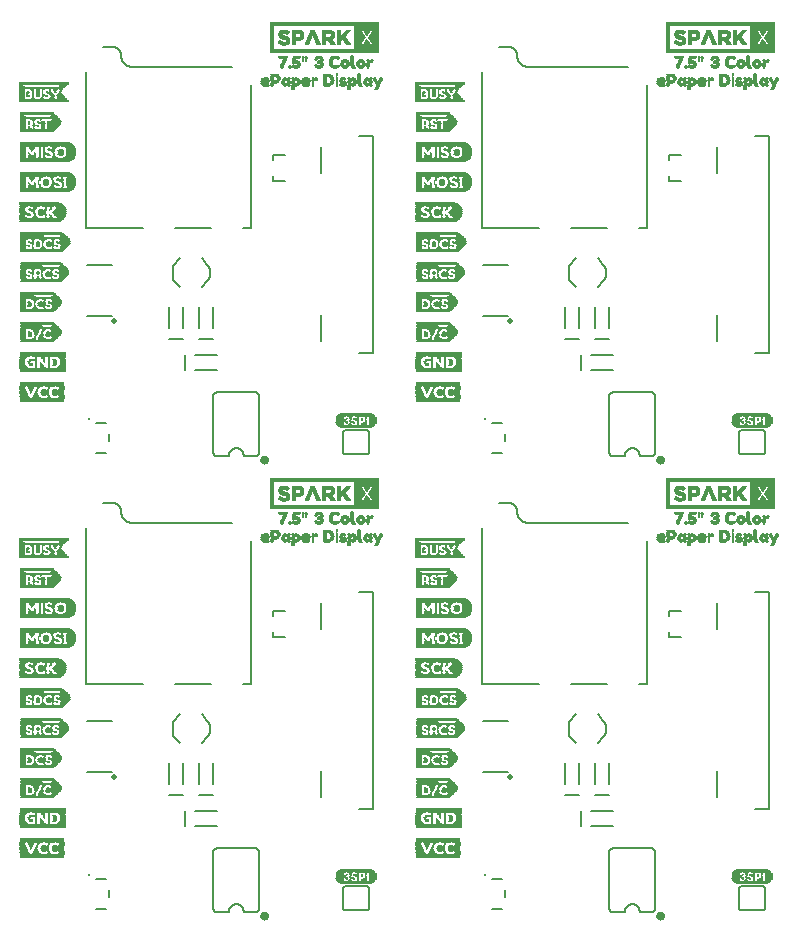
<source format=gto>
G75*
%MOIN*%
%OFA0B0*%
%FSLAX25Y25*%
%IPPOS*%
%LPD*%
%AMOC8*
5,1,8,0,0,1.08239X$1,22.5*
%
%ADD10C,0.00800*%
%ADD11C,0.00600*%
%ADD12C,0.01000*%
%ADD13C,0.00010*%
%ADD14C,0.02000*%
%ADD15R,0.11024X0.00157*%
%ADD16R,0.11181X0.00157*%
%ADD17R,0.11496X0.00157*%
%ADD18R,0.11654X0.00157*%
%ADD19R,0.07559X0.00157*%
%ADD20R,0.01575X0.00157*%
%ADD21R,0.07244X0.00157*%
%ADD22R,0.01732X0.00157*%
%ADD23R,0.02047X0.00157*%
%ADD24R,0.02362X0.00157*%
%ADD25R,0.12756X0.00157*%
%ADD26R,0.12913X0.00157*%
%ADD27R,0.13071X0.00157*%
%ADD28R,0.06614X0.00157*%
%ADD29R,0.06142X0.00157*%
%ADD30R,0.01890X0.00157*%
%ADD31R,0.02992X0.00157*%
%ADD32R,0.01417X0.00157*%
%ADD33R,0.03465X0.00157*%
%ADD34R,0.02520X0.00157*%
%ADD35R,0.01102X0.00157*%
%ADD36R,0.03150X0.00157*%
%ADD37R,0.02205X0.00157*%
%ADD38R,0.00945X0.00157*%
%ADD39R,0.00787X0.00157*%
%ADD40R,0.03307X0.00157*%
%ADD41R,0.00630X0.00157*%
%ADD42R,0.01260X0.00157*%
%ADD43R,0.03622X0.00157*%
%ADD44R,0.05197X0.00157*%
%ADD45R,0.05354X0.00157*%
%ADD46R,0.05039X0.00157*%
%ADD47R,0.04882X0.00157*%
%ADD48R,0.04567X0.00157*%
%ADD49R,0.02835X0.00157*%
%ADD50R,0.13228X0.00157*%
%ADD51R,0.00315X0.00157*%
%ADD52R,0.00157X0.00157*%
%ADD53R,0.04409X0.00157*%
%ADD54R,0.02677X0.00157*%
%ADD55R,0.00472X0.00157*%
%ADD56R,0.04252X0.00157*%
%ADD57R,0.04094X0.00157*%
%ADD58R,0.03937X0.00157*%
%ADD59R,0.03780X0.00157*%
%ADD60R,0.11811X0.00157*%
%ADD61R,0.15276X0.00157*%
%ADD62R,0.11339X0.00157*%
%ADD63R,0.11969X0.00157*%
%ADD64R,0.04724X0.00157*%
%ADD65R,0.13386X0.00157*%
%ADD66R,0.13543X0.00157*%
%ADD67R,0.12126X0.00157*%
%ADD68R,0.14173X0.00157*%
%ADD69R,0.14331X0.00157*%
%ADD70R,0.14646X0.00157*%
%ADD71R,0.14803X0.00157*%
%ADD72R,0.07874X0.00157*%
%ADD73R,0.07717X0.00157*%
%ADD74R,0.15906X0.00157*%
%ADD75R,0.16063X0.00157*%
%ADD76R,0.16220X0.00157*%
%ADD77R,0.16378X0.00157*%
%ADD78R,0.14961X0.00157*%
%ADD79R,0.13701X0.00157*%
%ADD80R,0.14016X0.00157*%
%ADD81R,0.07402X0.00157*%
%ADD82R,0.07087X0.00157*%
%ADD83R,0.15433X0.00157*%
%ADD84R,0.15591X0.00157*%
%ADD85R,0.15748X0.00157*%
%ADD86R,0.16850X0.00157*%
%ADD87R,0.17165X0.00157*%
%ADD88R,0.17480X0.00157*%
%ADD89R,0.17638X0.00157*%
%ADD90R,0.17795X0.00157*%
%ADD91R,0.17953X0.00157*%
%ADD92R,0.09134X0.00157*%
%ADD93R,0.08346X0.00157*%
%ADD94R,0.14488X0.00157*%
%ADD95R,0.16693X0.00157*%
%ADD96R,0.16535X0.00157*%
%ADD97R,0.15118X0.00157*%
%ADD98C,0.00039*%
%ADD99R,0.10039X0.00118*%
%ADD100R,0.10748X0.00118*%
%ADD101R,0.11220X0.00079*%
%ADD102R,0.11693X0.00157*%
%ADD103R,0.11929X0.00118*%
%ADD104R,0.12165X0.00118*%
%ADD105R,0.12402X0.00079*%
%ADD106R,0.02953X0.00118*%
%ADD107R,0.02008X0.00118*%
%ADD108R,0.06614X0.00118*%
%ADD109R,0.02717X0.00157*%
%ADD110R,0.01299X0.00157*%
%ADD111R,0.00827X0.00157*%
%ADD112R,0.01063X0.00157*%
%ADD113R,0.02244X0.00157*%
%ADD114R,0.02480X0.00118*%
%ADD115R,0.00945X0.00118*%
%ADD116R,0.00709X0.00118*%
%ADD117R,0.02244X0.00118*%
%ADD118R,0.00827X0.00118*%
%ADD119R,0.00591X0.00118*%
%ADD120R,0.00472X0.00118*%
%ADD121R,0.02480X0.00157*%
%ADD122R,0.00591X0.00157*%
%ADD123R,0.00354X0.00157*%
%ADD124R,0.00236X0.00118*%
%ADD125R,0.00354X0.00118*%
%ADD126R,0.02362X0.00118*%
%ADD127R,0.02717X0.00118*%
%ADD128R,0.01772X0.00118*%
%ADD129R,0.00709X0.00157*%
%ADD130R,0.01772X0.00157*%
%ADD131R,0.00236X0.00157*%
%ADD132R,0.03425X0.00118*%
%ADD133R,0.01535X0.00118*%
%ADD134R,0.03307X0.00118*%
%ADD135R,0.01063X0.00118*%
%ADD136R,0.03898X0.00118*%
%ADD137R,0.02598X0.00157*%
%ADD138R,0.01654X0.00157*%
%ADD139R,0.01181X0.00118*%
%ADD140R,0.01890X0.00118*%
%ADD141R,0.02126X0.00118*%
%ADD142R,0.02008X0.00157*%
%ADD143R,0.02598X0.00118*%
%ADD144R,0.01417X0.00118*%
%ADD145R,0.12402X0.00118*%
%ADD146R,0.11693X0.00118*%
%ADD147R,0.11220X0.00118*%
D10*
X0066651Y0033750D02*
X0070032Y0033750D01*
X0071132Y0037693D02*
X0071132Y0039807D01*
X0070032Y0043750D02*
X0066651Y0043750D01*
X0090881Y0071781D02*
X0095802Y0071781D01*
X0095802Y0075207D02*
X0095802Y0082293D01*
X0100881Y0082293D02*
X0100881Y0075207D01*
X0100881Y0071781D02*
X0105802Y0071781D01*
X0105802Y0075207D02*
X0105802Y0082293D01*
X0101885Y0089026D02*
X0103751Y0091080D01*
X0103834Y0091173D01*
X0103914Y0091268D01*
X0103992Y0091367D01*
X0104066Y0091467D01*
X0104136Y0091570D01*
X0104204Y0091675D01*
X0104268Y0091782D01*
X0104329Y0091891D01*
X0104386Y0092002D01*
X0104439Y0092115D01*
X0104490Y0092230D01*
X0104536Y0092345D01*
X0104579Y0092463D01*
X0104618Y0092581D01*
X0104653Y0092701D01*
X0104684Y0092822D01*
X0104712Y0092944D01*
X0104735Y0093067D01*
X0104755Y0093190D01*
X0104771Y0093314D01*
X0104783Y0093438D01*
X0104791Y0093563D01*
X0104795Y0093688D01*
X0104795Y0093812D01*
X0104791Y0093937D01*
X0104783Y0094062D01*
X0104771Y0094186D01*
X0104755Y0094310D01*
X0104735Y0094433D01*
X0104712Y0094556D01*
X0104684Y0094678D01*
X0104653Y0094799D01*
X0104618Y0094919D01*
X0104579Y0095037D01*
X0104536Y0095155D01*
X0104490Y0095270D01*
X0104439Y0095385D01*
X0104386Y0095498D01*
X0104329Y0095609D01*
X0104268Y0095718D01*
X0104204Y0095825D01*
X0104136Y0095930D01*
X0104066Y0096033D01*
X0103992Y0096133D01*
X0103914Y0096232D01*
X0103834Y0096327D01*
X0103751Y0096420D01*
X0101885Y0098474D01*
X0094798Y0098474D02*
X0092436Y0096112D01*
X0092436Y0091388D01*
X0094798Y0089026D01*
X0090881Y0082293D02*
X0090881Y0075207D01*
X0096373Y0066211D02*
X0096373Y0061289D01*
X0099798Y0061289D02*
X0106885Y0061289D01*
X0106885Y0066211D02*
X0099798Y0066211D01*
X0107179Y0053950D02*
X0119504Y0053950D01*
X0119575Y0053959D01*
X0119646Y0053964D01*
X0119718Y0053965D01*
X0119789Y0053962D01*
X0119860Y0053955D01*
X0119931Y0053945D01*
X0120000Y0053931D01*
X0120070Y0053912D01*
X0120138Y0053891D01*
X0120204Y0053865D01*
X0120269Y0053836D01*
X0120333Y0053804D01*
X0120395Y0053768D01*
X0120454Y0053729D01*
X0120512Y0053686D01*
X0120567Y0053641D01*
X0120619Y0053592D01*
X0120669Y0053541D01*
X0120716Y0053488D01*
X0120760Y0053431D01*
X0120801Y0053373D01*
X0120839Y0053312D01*
X0120873Y0053250D01*
X0120904Y0053185D01*
X0120931Y0053119D01*
X0120955Y0053052D01*
X0120975Y0052984D01*
X0120992Y0052914D01*
X0121004Y0052844D01*
X0121004Y0034050D01*
X0121013Y0033980D01*
X0121018Y0033908D01*
X0121019Y0033837D01*
X0121016Y0033766D01*
X0121009Y0033695D01*
X0120999Y0033624D01*
X0120985Y0033554D01*
X0120967Y0033485D01*
X0120945Y0033417D01*
X0120919Y0033350D01*
X0120890Y0033285D01*
X0120858Y0033222D01*
X0120822Y0033160D01*
X0120783Y0033100D01*
X0120740Y0033043D01*
X0120695Y0032988D01*
X0120647Y0032935D01*
X0120595Y0032885D01*
X0120542Y0032838D01*
X0120486Y0032794D01*
X0120427Y0032754D01*
X0120366Y0032716D01*
X0120304Y0032682D01*
X0120240Y0032651D01*
X0120174Y0032623D01*
X0120106Y0032600D01*
X0120038Y0032580D01*
X0119968Y0032563D01*
X0119898Y0032551D01*
X0119898Y0032550D02*
X0115942Y0032550D01*
X0115942Y0032750D02*
X0115940Y0032848D01*
X0115934Y0032946D01*
X0115925Y0033044D01*
X0115911Y0033141D01*
X0115894Y0033238D01*
X0115873Y0033334D01*
X0115848Y0033429D01*
X0115820Y0033523D01*
X0115787Y0033615D01*
X0115752Y0033707D01*
X0115712Y0033797D01*
X0115670Y0033885D01*
X0115623Y0033972D01*
X0115574Y0034056D01*
X0115521Y0034139D01*
X0115465Y0034219D01*
X0115405Y0034298D01*
X0115343Y0034374D01*
X0115278Y0034447D01*
X0115210Y0034518D01*
X0115139Y0034586D01*
X0115066Y0034651D01*
X0114990Y0034713D01*
X0114911Y0034773D01*
X0114831Y0034829D01*
X0114748Y0034882D01*
X0114664Y0034931D01*
X0114577Y0034978D01*
X0114489Y0035020D01*
X0114399Y0035060D01*
X0114307Y0035095D01*
X0114215Y0035128D01*
X0114121Y0035156D01*
X0114026Y0035181D01*
X0113930Y0035202D01*
X0113833Y0035219D01*
X0113736Y0035233D01*
X0113638Y0035242D01*
X0113540Y0035248D01*
X0113442Y0035250D01*
X0113344Y0035248D01*
X0113246Y0035242D01*
X0113148Y0035233D01*
X0113051Y0035219D01*
X0112954Y0035202D01*
X0112858Y0035181D01*
X0112763Y0035156D01*
X0112669Y0035128D01*
X0112577Y0035095D01*
X0112485Y0035060D01*
X0112395Y0035020D01*
X0112307Y0034978D01*
X0112220Y0034931D01*
X0112136Y0034882D01*
X0112053Y0034829D01*
X0111973Y0034773D01*
X0111894Y0034713D01*
X0111818Y0034651D01*
X0111745Y0034586D01*
X0111674Y0034518D01*
X0111606Y0034447D01*
X0111541Y0034374D01*
X0111479Y0034298D01*
X0111419Y0034219D01*
X0111363Y0034139D01*
X0111310Y0034056D01*
X0111261Y0033972D01*
X0111214Y0033885D01*
X0111172Y0033797D01*
X0111132Y0033707D01*
X0111097Y0033615D01*
X0111064Y0033523D01*
X0111036Y0033429D01*
X0111011Y0033334D01*
X0110990Y0033238D01*
X0110973Y0033141D01*
X0110959Y0033044D01*
X0110950Y0032946D01*
X0110944Y0032848D01*
X0110942Y0032750D01*
X0110942Y0032550D02*
X0107623Y0032550D01*
X0107573Y0032549D02*
X0107492Y0032542D01*
X0107411Y0032538D01*
X0107330Y0032539D01*
X0107248Y0032543D01*
X0107168Y0032551D01*
X0107087Y0032563D01*
X0107007Y0032578D01*
X0106928Y0032598D01*
X0106850Y0032621D01*
X0106774Y0032648D01*
X0106698Y0032678D01*
X0106624Y0032712D01*
X0106552Y0032750D01*
X0106482Y0032791D01*
X0106414Y0032835D01*
X0106348Y0032882D01*
X0106284Y0032933D01*
X0106223Y0032986D01*
X0106164Y0033043D01*
X0106108Y0033102D01*
X0106055Y0033163D01*
X0106005Y0033227D01*
X0105958Y0033294D01*
X0105914Y0033362D01*
X0105874Y0033433D01*
X0105837Y0033505D01*
X0105803Y0033579D01*
X0105774Y0033655D01*
X0105747Y0033732D01*
X0105725Y0033810D01*
X0105706Y0033889D01*
X0105691Y0033969D01*
X0105679Y0034050D01*
X0105679Y0052450D01*
X0105681Y0052526D01*
X0105687Y0052601D01*
X0105696Y0052677D01*
X0105710Y0052752D01*
X0105727Y0052826D01*
X0105748Y0052899D01*
X0105772Y0052971D01*
X0105800Y0053041D01*
X0105832Y0053110D01*
X0105867Y0053178D01*
X0105906Y0053243D01*
X0105948Y0053307D01*
X0105993Y0053368D01*
X0106041Y0053427D01*
X0106092Y0053483D01*
X0106146Y0053537D01*
X0106202Y0053588D01*
X0106261Y0053636D01*
X0106322Y0053681D01*
X0106386Y0053723D01*
X0106451Y0053762D01*
X0106519Y0053797D01*
X0106588Y0053829D01*
X0106658Y0053857D01*
X0106730Y0053881D01*
X0106803Y0053902D01*
X0106877Y0053919D01*
X0106952Y0053933D01*
X0107028Y0053942D01*
X0107103Y0053948D01*
X0107179Y0053950D01*
X0071877Y0079285D02*
X0063806Y0079285D01*
X0063806Y0096215D02*
X0071877Y0096215D01*
X0063224Y0108750D02*
X0082515Y0108750D01*
X0093145Y0108750D02*
X0104956Y0108750D01*
X0115586Y0108750D02*
X0118342Y0108750D01*
X0118342Y0156388D01*
X0112043Y0162293D02*
X0078972Y0162293D01*
X0078846Y0162298D01*
X0078721Y0162307D01*
X0078596Y0162320D01*
X0078472Y0162337D01*
X0078348Y0162357D01*
X0078225Y0162381D01*
X0078103Y0162409D01*
X0077982Y0162441D01*
X0077862Y0162477D01*
X0077743Y0162516D01*
X0077625Y0162559D01*
X0077509Y0162606D01*
X0077394Y0162656D01*
X0077280Y0162710D01*
X0077169Y0162768D01*
X0077059Y0162828D01*
X0076952Y0162893D01*
X0076846Y0162960D01*
X0076742Y0163031D01*
X0076641Y0163105D01*
X0076542Y0163182D01*
X0076445Y0163262D01*
X0076351Y0163345D01*
X0076260Y0163430D01*
X0076171Y0163519D01*
X0076086Y0163610D01*
X0076003Y0163704D01*
X0075923Y0163801D01*
X0075846Y0163900D01*
X0075772Y0164001D01*
X0075701Y0164105D01*
X0075634Y0164211D01*
X0075569Y0164318D01*
X0075509Y0164428D01*
X0075451Y0164539D01*
X0075397Y0164653D01*
X0075347Y0164768D01*
X0075300Y0164884D01*
X0075257Y0165002D01*
X0075218Y0165121D01*
X0075182Y0165241D01*
X0075150Y0165362D01*
X0075122Y0165484D01*
X0075098Y0165607D01*
X0075078Y0165731D01*
X0075061Y0165855D01*
X0075048Y0165980D01*
X0075039Y0166105D01*
X0075034Y0166231D01*
X0075035Y0166230D02*
X0075041Y0166331D01*
X0075043Y0166431D01*
X0075041Y0166532D01*
X0075035Y0166632D01*
X0075025Y0166732D01*
X0075011Y0166832D01*
X0074993Y0166931D01*
X0074971Y0167029D01*
X0074946Y0167126D01*
X0074917Y0167223D01*
X0074884Y0167318D01*
X0074847Y0167411D01*
X0074806Y0167503D01*
X0074762Y0167594D01*
X0074715Y0167683D01*
X0074664Y0167769D01*
X0074610Y0167854D01*
X0074552Y0167937D01*
X0074492Y0168017D01*
X0074428Y0168094D01*
X0074361Y0168170D01*
X0074291Y0168242D01*
X0074219Y0168312D01*
X0074143Y0168379D01*
X0074066Y0168443D01*
X0073986Y0168503D01*
X0073903Y0168561D01*
X0073818Y0168615D01*
X0073732Y0168666D01*
X0073643Y0168713D01*
X0073552Y0168757D01*
X0073460Y0168798D01*
X0073367Y0168835D01*
X0073272Y0168868D01*
X0073175Y0168897D01*
X0073078Y0168922D01*
X0072980Y0168944D01*
X0072881Y0168962D01*
X0072781Y0168976D01*
X0072681Y0168986D01*
X0072581Y0168992D01*
X0072480Y0168994D01*
X0072380Y0168992D01*
X0072279Y0168986D01*
X0069129Y0168986D01*
X0063224Y0160719D02*
X0063224Y0108750D01*
X0125586Y0124419D02*
X0129736Y0124419D01*
X0125586Y0124419D02*
X0125586Y0126100D01*
X0125586Y0131400D02*
X0125586Y0133081D01*
X0129736Y0133081D01*
X0119898Y0184550D02*
X0115942Y0184550D01*
X0115942Y0184750D02*
X0115940Y0184848D01*
X0115934Y0184946D01*
X0115925Y0185044D01*
X0115911Y0185141D01*
X0115894Y0185238D01*
X0115873Y0185334D01*
X0115848Y0185429D01*
X0115820Y0185523D01*
X0115787Y0185615D01*
X0115752Y0185707D01*
X0115712Y0185797D01*
X0115670Y0185885D01*
X0115623Y0185972D01*
X0115574Y0186056D01*
X0115521Y0186139D01*
X0115465Y0186219D01*
X0115405Y0186298D01*
X0115343Y0186374D01*
X0115278Y0186447D01*
X0115210Y0186518D01*
X0115139Y0186586D01*
X0115066Y0186651D01*
X0114990Y0186713D01*
X0114911Y0186773D01*
X0114831Y0186829D01*
X0114748Y0186882D01*
X0114664Y0186931D01*
X0114577Y0186978D01*
X0114489Y0187020D01*
X0114399Y0187060D01*
X0114307Y0187095D01*
X0114215Y0187128D01*
X0114121Y0187156D01*
X0114026Y0187181D01*
X0113930Y0187202D01*
X0113833Y0187219D01*
X0113736Y0187233D01*
X0113638Y0187242D01*
X0113540Y0187248D01*
X0113442Y0187250D01*
X0113344Y0187248D01*
X0113246Y0187242D01*
X0113148Y0187233D01*
X0113051Y0187219D01*
X0112954Y0187202D01*
X0112858Y0187181D01*
X0112763Y0187156D01*
X0112669Y0187128D01*
X0112577Y0187095D01*
X0112485Y0187060D01*
X0112395Y0187020D01*
X0112307Y0186978D01*
X0112220Y0186931D01*
X0112136Y0186882D01*
X0112053Y0186829D01*
X0111973Y0186773D01*
X0111894Y0186713D01*
X0111818Y0186651D01*
X0111745Y0186586D01*
X0111674Y0186518D01*
X0111606Y0186447D01*
X0111541Y0186374D01*
X0111479Y0186298D01*
X0111419Y0186219D01*
X0111363Y0186139D01*
X0111310Y0186056D01*
X0111261Y0185972D01*
X0111214Y0185885D01*
X0111172Y0185797D01*
X0111132Y0185707D01*
X0111097Y0185615D01*
X0111064Y0185523D01*
X0111036Y0185429D01*
X0111011Y0185334D01*
X0110990Y0185238D01*
X0110973Y0185141D01*
X0110959Y0185044D01*
X0110950Y0184946D01*
X0110944Y0184848D01*
X0110942Y0184750D01*
X0110942Y0184550D02*
X0107623Y0184550D01*
X0107573Y0184549D02*
X0107492Y0184542D01*
X0107411Y0184538D01*
X0107330Y0184539D01*
X0107248Y0184543D01*
X0107168Y0184551D01*
X0107087Y0184563D01*
X0107007Y0184578D01*
X0106928Y0184598D01*
X0106850Y0184621D01*
X0106774Y0184648D01*
X0106698Y0184678D01*
X0106624Y0184712D01*
X0106552Y0184750D01*
X0106482Y0184791D01*
X0106414Y0184835D01*
X0106348Y0184882D01*
X0106284Y0184933D01*
X0106223Y0184986D01*
X0106164Y0185043D01*
X0106108Y0185102D01*
X0106055Y0185163D01*
X0106005Y0185227D01*
X0105958Y0185294D01*
X0105914Y0185362D01*
X0105874Y0185433D01*
X0105837Y0185505D01*
X0105803Y0185579D01*
X0105774Y0185655D01*
X0105747Y0185732D01*
X0105725Y0185810D01*
X0105706Y0185889D01*
X0105691Y0185969D01*
X0105679Y0186050D01*
X0105679Y0204450D01*
X0105681Y0204526D01*
X0105687Y0204601D01*
X0105696Y0204677D01*
X0105710Y0204752D01*
X0105727Y0204826D01*
X0105748Y0204899D01*
X0105772Y0204971D01*
X0105800Y0205041D01*
X0105832Y0205110D01*
X0105867Y0205178D01*
X0105906Y0205243D01*
X0105948Y0205307D01*
X0105993Y0205368D01*
X0106041Y0205427D01*
X0106092Y0205483D01*
X0106146Y0205537D01*
X0106202Y0205588D01*
X0106261Y0205636D01*
X0106322Y0205681D01*
X0106386Y0205723D01*
X0106451Y0205762D01*
X0106519Y0205797D01*
X0106588Y0205829D01*
X0106658Y0205857D01*
X0106730Y0205881D01*
X0106803Y0205902D01*
X0106877Y0205919D01*
X0106952Y0205933D01*
X0107028Y0205942D01*
X0107103Y0205948D01*
X0107179Y0205950D01*
X0119504Y0205950D01*
X0119575Y0205959D01*
X0119646Y0205964D01*
X0119718Y0205965D01*
X0119789Y0205962D01*
X0119860Y0205955D01*
X0119931Y0205945D01*
X0120000Y0205931D01*
X0120070Y0205912D01*
X0120138Y0205891D01*
X0120204Y0205865D01*
X0120269Y0205836D01*
X0120333Y0205804D01*
X0120395Y0205768D01*
X0120454Y0205729D01*
X0120512Y0205686D01*
X0120567Y0205641D01*
X0120619Y0205592D01*
X0120669Y0205541D01*
X0120716Y0205488D01*
X0120760Y0205431D01*
X0120801Y0205373D01*
X0120839Y0205312D01*
X0120873Y0205250D01*
X0120904Y0205185D01*
X0120931Y0205119D01*
X0120955Y0205052D01*
X0120975Y0204984D01*
X0120992Y0204914D01*
X0121004Y0204844D01*
X0121004Y0186050D01*
X0121013Y0185980D01*
X0121018Y0185908D01*
X0121019Y0185837D01*
X0121016Y0185766D01*
X0121009Y0185695D01*
X0120999Y0185624D01*
X0120985Y0185554D01*
X0120967Y0185485D01*
X0120945Y0185417D01*
X0120919Y0185350D01*
X0120890Y0185285D01*
X0120858Y0185222D01*
X0120822Y0185160D01*
X0120783Y0185100D01*
X0120740Y0185043D01*
X0120695Y0184988D01*
X0120647Y0184935D01*
X0120595Y0184885D01*
X0120542Y0184838D01*
X0120486Y0184794D01*
X0120427Y0184754D01*
X0120366Y0184716D01*
X0120304Y0184682D01*
X0120240Y0184651D01*
X0120174Y0184623D01*
X0120106Y0184600D01*
X0120038Y0184580D01*
X0119968Y0184563D01*
X0119898Y0184551D01*
X0106885Y0213289D02*
X0099798Y0213289D01*
X0096373Y0213289D02*
X0096373Y0218211D01*
X0099798Y0218211D02*
X0106885Y0218211D01*
X0105802Y0223781D02*
X0100881Y0223781D01*
X0100881Y0227207D02*
X0100881Y0234293D01*
X0105802Y0234293D02*
X0105802Y0227207D01*
X0095802Y0227207D02*
X0095802Y0234293D01*
X0090881Y0234293D02*
X0090881Y0227207D01*
X0090881Y0223781D02*
X0095802Y0223781D01*
X0094798Y0241026D02*
X0092436Y0243388D01*
X0092436Y0248112D01*
X0094798Y0250474D01*
X0101885Y0250474D02*
X0103751Y0248420D01*
X0103834Y0248327D01*
X0103914Y0248232D01*
X0103992Y0248133D01*
X0104066Y0248033D01*
X0104136Y0247930D01*
X0104204Y0247825D01*
X0104268Y0247718D01*
X0104329Y0247609D01*
X0104386Y0247498D01*
X0104439Y0247385D01*
X0104490Y0247270D01*
X0104536Y0247155D01*
X0104579Y0247037D01*
X0104618Y0246919D01*
X0104653Y0246799D01*
X0104684Y0246678D01*
X0104712Y0246556D01*
X0104735Y0246433D01*
X0104755Y0246310D01*
X0104771Y0246186D01*
X0104783Y0246062D01*
X0104791Y0245937D01*
X0104795Y0245812D01*
X0104795Y0245688D01*
X0104791Y0245563D01*
X0104783Y0245438D01*
X0104771Y0245314D01*
X0104755Y0245190D01*
X0104735Y0245067D01*
X0104712Y0244944D01*
X0104684Y0244822D01*
X0104653Y0244701D01*
X0104618Y0244581D01*
X0104579Y0244463D01*
X0104536Y0244345D01*
X0104490Y0244230D01*
X0104439Y0244115D01*
X0104386Y0244002D01*
X0104329Y0243891D01*
X0104268Y0243782D01*
X0104204Y0243675D01*
X0104136Y0243570D01*
X0104066Y0243467D01*
X0103992Y0243367D01*
X0103914Y0243268D01*
X0103834Y0243173D01*
X0103751Y0243080D01*
X0101885Y0241026D01*
X0104956Y0260750D02*
X0093145Y0260750D01*
X0082515Y0260750D02*
X0063224Y0260750D01*
X0063224Y0312719D01*
X0069129Y0320986D02*
X0072279Y0320986D01*
X0072380Y0320992D01*
X0072480Y0320994D01*
X0072581Y0320992D01*
X0072681Y0320986D01*
X0072781Y0320976D01*
X0072881Y0320962D01*
X0072980Y0320944D01*
X0073078Y0320922D01*
X0073175Y0320897D01*
X0073272Y0320868D01*
X0073367Y0320835D01*
X0073460Y0320798D01*
X0073552Y0320757D01*
X0073643Y0320713D01*
X0073732Y0320666D01*
X0073818Y0320615D01*
X0073903Y0320561D01*
X0073986Y0320503D01*
X0074066Y0320443D01*
X0074143Y0320379D01*
X0074219Y0320312D01*
X0074291Y0320242D01*
X0074361Y0320170D01*
X0074428Y0320094D01*
X0074492Y0320017D01*
X0074552Y0319937D01*
X0074610Y0319854D01*
X0074664Y0319769D01*
X0074715Y0319683D01*
X0074762Y0319594D01*
X0074806Y0319503D01*
X0074847Y0319411D01*
X0074884Y0319318D01*
X0074917Y0319223D01*
X0074946Y0319126D01*
X0074971Y0319029D01*
X0074993Y0318931D01*
X0075011Y0318832D01*
X0075025Y0318732D01*
X0075035Y0318632D01*
X0075041Y0318532D01*
X0075043Y0318431D01*
X0075041Y0318331D01*
X0075035Y0318230D01*
X0075034Y0318231D02*
X0075039Y0318105D01*
X0075048Y0317980D01*
X0075061Y0317855D01*
X0075078Y0317731D01*
X0075098Y0317607D01*
X0075122Y0317484D01*
X0075150Y0317362D01*
X0075182Y0317241D01*
X0075218Y0317121D01*
X0075257Y0317002D01*
X0075300Y0316884D01*
X0075347Y0316768D01*
X0075397Y0316653D01*
X0075451Y0316539D01*
X0075509Y0316428D01*
X0075569Y0316318D01*
X0075634Y0316211D01*
X0075701Y0316105D01*
X0075772Y0316001D01*
X0075846Y0315900D01*
X0075923Y0315801D01*
X0076003Y0315704D01*
X0076086Y0315610D01*
X0076171Y0315519D01*
X0076260Y0315430D01*
X0076351Y0315345D01*
X0076445Y0315262D01*
X0076542Y0315182D01*
X0076641Y0315105D01*
X0076742Y0315031D01*
X0076846Y0314960D01*
X0076952Y0314893D01*
X0077059Y0314828D01*
X0077169Y0314768D01*
X0077280Y0314710D01*
X0077394Y0314656D01*
X0077509Y0314606D01*
X0077625Y0314559D01*
X0077743Y0314516D01*
X0077862Y0314477D01*
X0077982Y0314441D01*
X0078103Y0314409D01*
X0078225Y0314381D01*
X0078348Y0314357D01*
X0078472Y0314337D01*
X0078596Y0314320D01*
X0078721Y0314307D01*
X0078846Y0314298D01*
X0078972Y0314293D01*
X0112043Y0314293D01*
X0118342Y0308388D02*
X0118342Y0260750D01*
X0115586Y0260750D01*
X0125586Y0276419D02*
X0129736Y0276419D01*
X0125586Y0276419D02*
X0125586Y0278100D01*
X0125586Y0283400D02*
X0125586Y0285081D01*
X0129736Y0285081D01*
X0071877Y0248215D02*
X0063806Y0248215D01*
X0063806Y0231285D02*
X0071877Y0231285D01*
X0070032Y0195750D02*
X0066651Y0195750D01*
X0071132Y0191807D02*
X0071132Y0189693D01*
X0070032Y0185750D02*
X0066651Y0185750D01*
X0195224Y0160719D02*
X0195224Y0108750D01*
X0214515Y0108750D01*
X0225145Y0108750D02*
X0236956Y0108750D01*
X0247586Y0108750D02*
X0250342Y0108750D01*
X0250342Y0156388D01*
X0244043Y0162293D02*
X0210972Y0162293D01*
X0210846Y0162298D01*
X0210721Y0162307D01*
X0210596Y0162320D01*
X0210472Y0162337D01*
X0210348Y0162357D01*
X0210225Y0162381D01*
X0210103Y0162409D01*
X0209982Y0162441D01*
X0209862Y0162477D01*
X0209743Y0162516D01*
X0209625Y0162559D01*
X0209509Y0162606D01*
X0209394Y0162656D01*
X0209280Y0162710D01*
X0209169Y0162768D01*
X0209059Y0162828D01*
X0208952Y0162893D01*
X0208846Y0162960D01*
X0208742Y0163031D01*
X0208641Y0163105D01*
X0208542Y0163182D01*
X0208445Y0163262D01*
X0208351Y0163345D01*
X0208260Y0163430D01*
X0208171Y0163519D01*
X0208086Y0163610D01*
X0208003Y0163704D01*
X0207923Y0163801D01*
X0207846Y0163900D01*
X0207772Y0164001D01*
X0207701Y0164105D01*
X0207634Y0164211D01*
X0207569Y0164318D01*
X0207509Y0164428D01*
X0207451Y0164539D01*
X0207397Y0164653D01*
X0207347Y0164768D01*
X0207300Y0164884D01*
X0207257Y0165002D01*
X0207218Y0165121D01*
X0207182Y0165241D01*
X0207150Y0165362D01*
X0207122Y0165484D01*
X0207098Y0165607D01*
X0207078Y0165731D01*
X0207061Y0165855D01*
X0207048Y0165980D01*
X0207039Y0166105D01*
X0207034Y0166231D01*
X0207035Y0166230D02*
X0207041Y0166331D01*
X0207043Y0166431D01*
X0207041Y0166532D01*
X0207035Y0166632D01*
X0207025Y0166732D01*
X0207011Y0166832D01*
X0206993Y0166931D01*
X0206971Y0167029D01*
X0206946Y0167126D01*
X0206917Y0167223D01*
X0206884Y0167318D01*
X0206847Y0167411D01*
X0206806Y0167503D01*
X0206762Y0167594D01*
X0206715Y0167683D01*
X0206664Y0167769D01*
X0206610Y0167854D01*
X0206552Y0167937D01*
X0206492Y0168017D01*
X0206428Y0168094D01*
X0206361Y0168170D01*
X0206291Y0168242D01*
X0206219Y0168312D01*
X0206143Y0168379D01*
X0206066Y0168443D01*
X0205986Y0168503D01*
X0205903Y0168561D01*
X0205818Y0168615D01*
X0205732Y0168666D01*
X0205643Y0168713D01*
X0205552Y0168757D01*
X0205460Y0168798D01*
X0205367Y0168835D01*
X0205272Y0168868D01*
X0205175Y0168897D01*
X0205078Y0168922D01*
X0204980Y0168944D01*
X0204881Y0168962D01*
X0204781Y0168976D01*
X0204681Y0168986D01*
X0204581Y0168992D01*
X0204480Y0168994D01*
X0204380Y0168992D01*
X0204279Y0168986D01*
X0201129Y0168986D01*
X0202032Y0185750D02*
X0198651Y0185750D01*
X0203132Y0189693D02*
X0203132Y0191807D01*
X0202032Y0195750D02*
X0198651Y0195750D01*
X0222881Y0223781D02*
X0227802Y0223781D01*
X0227802Y0227207D02*
X0227802Y0234293D01*
X0232881Y0234293D02*
X0232881Y0227207D01*
X0232881Y0223781D02*
X0237802Y0223781D01*
X0237802Y0227207D02*
X0237802Y0234293D01*
X0233885Y0241026D02*
X0235751Y0243080D01*
X0235834Y0243173D01*
X0235914Y0243268D01*
X0235992Y0243367D01*
X0236066Y0243467D01*
X0236136Y0243570D01*
X0236204Y0243675D01*
X0236268Y0243782D01*
X0236329Y0243891D01*
X0236386Y0244002D01*
X0236439Y0244115D01*
X0236490Y0244230D01*
X0236536Y0244345D01*
X0236579Y0244463D01*
X0236618Y0244581D01*
X0236653Y0244701D01*
X0236684Y0244822D01*
X0236712Y0244944D01*
X0236735Y0245067D01*
X0236755Y0245190D01*
X0236771Y0245314D01*
X0236783Y0245438D01*
X0236791Y0245563D01*
X0236795Y0245688D01*
X0236795Y0245812D01*
X0236791Y0245937D01*
X0236783Y0246062D01*
X0236771Y0246186D01*
X0236755Y0246310D01*
X0236735Y0246433D01*
X0236712Y0246556D01*
X0236684Y0246678D01*
X0236653Y0246799D01*
X0236618Y0246919D01*
X0236579Y0247037D01*
X0236536Y0247155D01*
X0236490Y0247270D01*
X0236439Y0247385D01*
X0236386Y0247498D01*
X0236329Y0247609D01*
X0236268Y0247718D01*
X0236204Y0247825D01*
X0236136Y0247930D01*
X0236066Y0248033D01*
X0235992Y0248133D01*
X0235914Y0248232D01*
X0235834Y0248327D01*
X0235751Y0248420D01*
X0233885Y0250474D01*
X0226798Y0250474D02*
X0224436Y0248112D01*
X0224436Y0243388D01*
X0226798Y0241026D01*
X0222881Y0234293D02*
X0222881Y0227207D01*
X0228373Y0218211D02*
X0228373Y0213289D01*
X0231798Y0213289D02*
X0238885Y0213289D01*
X0238885Y0218211D02*
X0231798Y0218211D01*
X0239179Y0205950D02*
X0251504Y0205950D01*
X0251575Y0205959D01*
X0251646Y0205964D01*
X0251718Y0205965D01*
X0251789Y0205962D01*
X0251860Y0205955D01*
X0251931Y0205945D01*
X0252000Y0205931D01*
X0252070Y0205912D01*
X0252138Y0205891D01*
X0252204Y0205865D01*
X0252269Y0205836D01*
X0252333Y0205804D01*
X0252395Y0205768D01*
X0252454Y0205729D01*
X0252512Y0205686D01*
X0252567Y0205641D01*
X0252619Y0205592D01*
X0252669Y0205541D01*
X0252716Y0205488D01*
X0252760Y0205431D01*
X0252801Y0205373D01*
X0252839Y0205312D01*
X0252873Y0205250D01*
X0252904Y0205185D01*
X0252931Y0205119D01*
X0252955Y0205052D01*
X0252975Y0204984D01*
X0252992Y0204914D01*
X0253004Y0204844D01*
X0253004Y0186050D01*
X0253013Y0185980D01*
X0253018Y0185908D01*
X0253019Y0185837D01*
X0253016Y0185766D01*
X0253009Y0185695D01*
X0252999Y0185624D01*
X0252985Y0185554D01*
X0252967Y0185485D01*
X0252945Y0185417D01*
X0252919Y0185350D01*
X0252890Y0185285D01*
X0252858Y0185222D01*
X0252822Y0185160D01*
X0252783Y0185100D01*
X0252740Y0185043D01*
X0252695Y0184988D01*
X0252647Y0184935D01*
X0252595Y0184885D01*
X0252542Y0184838D01*
X0252486Y0184794D01*
X0252427Y0184754D01*
X0252366Y0184716D01*
X0252304Y0184682D01*
X0252240Y0184651D01*
X0252174Y0184623D01*
X0252106Y0184600D01*
X0252038Y0184580D01*
X0251968Y0184563D01*
X0251898Y0184551D01*
X0251898Y0184550D02*
X0247942Y0184550D01*
X0247942Y0184750D02*
X0247940Y0184848D01*
X0247934Y0184946D01*
X0247925Y0185044D01*
X0247911Y0185141D01*
X0247894Y0185238D01*
X0247873Y0185334D01*
X0247848Y0185429D01*
X0247820Y0185523D01*
X0247787Y0185615D01*
X0247752Y0185707D01*
X0247712Y0185797D01*
X0247670Y0185885D01*
X0247623Y0185972D01*
X0247574Y0186056D01*
X0247521Y0186139D01*
X0247465Y0186219D01*
X0247405Y0186298D01*
X0247343Y0186374D01*
X0247278Y0186447D01*
X0247210Y0186518D01*
X0247139Y0186586D01*
X0247066Y0186651D01*
X0246990Y0186713D01*
X0246911Y0186773D01*
X0246831Y0186829D01*
X0246748Y0186882D01*
X0246664Y0186931D01*
X0246577Y0186978D01*
X0246489Y0187020D01*
X0246399Y0187060D01*
X0246307Y0187095D01*
X0246215Y0187128D01*
X0246121Y0187156D01*
X0246026Y0187181D01*
X0245930Y0187202D01*
X0245833Y0187219D01*
X0245736Y0187233D01*
X0245638Y0187242D01*
X0245540Y0187248D01*
X0245442Y0187250D01*
X0245344Y0187248D01*
X0245246Y0187242D01*
X0245148Y0187233D01*
X0245051Y0187219D01*
X0244954Y0187202D01*
X0244858Y0187181D01*
X0244763Y0187156D01*
X0244669Y0187128D01*
X0244577Y0187095D01*
X0244485Y0187060D01*
X0244395Y0187020D01*
X0244307Y0186978D01*
X0244220Y0186931D01*
X0244136Y0186882D01*
X0244053Y0186829D01*
X0243973Y0186773D01*
X0243894Y0186713D01*
X0243818Y0186651D01*
X0243745Y0186586D01*
X0243674Y0186518D01*
X0243606Y0186447D01*
X0243541Y0186374D01*
X0243479Y0186298D01*
X0243419Y0186219D01*
X0243363Y0186139D01*
X0243310Y0186056D01*
X0243261Y0185972D01*
X0243214Y0185885D01*
X0243172Y0185797D01*
X0243132Y0185707D01*
X0243097Y0185615D01*
X0243064Y0185523D01*
X0243036Y0185429D01*
X0243011Y0185334D01*
X0242990Y0185238D01*
X0242973Y0185141D01*
X0242959Y0185044D01*
X0242950Y0184946D01*
X0242944Y0184848D01*
X0242942Y0184750D01*
X0242942Y0184550D02*
X0239623Y0184550D01*
X0239573Y0184549D02*
X0239492Y0184542D01*
X0239411Y0184538D01*
X0239330Y0184539D01*
X0239248Y0184543D01*
X0239168Y0184551D01*
X0239087Y0184563D01*
X0239007Y0184578D01*
X0238928Y0184598D01*
X0238850Y0184621D01*
X0238774Y0184648D01*
X0238698Y0184678D01*
X0238624Y0184712D01*
X0238552Y0184750D01*
X0238482Y0184791D01*
X0238414Y0184835D01*
X0238348Y0184882D01*
X0238284Y0184933D01*
X0238223Y0184986D01*
X0238164Y0185043D01*
X0238108Y0185102D01*
X0238055Y0185163D01*
X0238005Y0185227D01*
X0237958Y0185294D01*
X0237914Y0185362D01*
X0237874Y0185433D01*
X0237837Y0185505D01*
X0237803Y0185579D01*
X0237774Y0185655D01*
X0237747Y0185732D01*
X0237725Y0185810D01*
X0237706Y0185889D01*
X0237691Y0185969D01*
X0237679Y0186050D01*
X0237679Y0204450D01*
X0237681Y0204526D01*
X0237687Y0204601D01*
X0237696Y0204677D01*
X0237710Y0204752D01*
X0237727Y0204826D01*
X0237748Y0204899D01*
X0237772Y0204971D01*
X0237800Y0205041D01*
X0237832Y0205110D01*
X0237867Y0205178D01*
X0237906Y0205243D01*
X0237948Y0205307D01*
X0237993Y0205368D01*
X0238041Y0205427D01*
X0238092Y0205483D01*
X0238146Y0205537D01*
X0238202Y0205588D01*
X0238261Y0205636D01*
X0238322Y0205681D01*
X0238386Y0205723D01*
X0238451Y0205762D01*
X0238519Y0205797D01*
X0238588Y0205829D01*
X0238658Y0205857D01*
X0238730Y0205881D01*
X0238803Y0205902D01*
X0238877Y0205919D01*
X0238952Y0205933D01*
X0239028Y0205942D01*
X0239103Y0205948D01*
X0239179Y0205950D01*
X0203877Y0231285D02*
X0195806Y0231285D01*
X0195806Y0248215D02*
X0203877Y0248215D01*
X0195224Y0260750D02*
X0214515Y0260750D01*
X0225145Y0260750D02*
X0236956Y0260750D01*
X0247586Y0260750D02*
X0250342Y0260750D01*
X0250342Y0308388D01*
X0244043Y0314293D02*
X0210972Y0314293D01*
X0210846Y0314298D01*
X0210721Y0314307D01*
X0210596Y0314320D01*
X0210472Y0314337D01*
X0210348Y0314357D01*
X0210225Y0314381D01*
X0210103Y0314409D01*
X0209982Y0314441D01*
X0209862Y0314477D01*
X0209743Y0314516D01*
X0209625Y0314559D01*
X0209509Y0314606D01*
X0209394Y0314656D01*
X0209280Y0314710D01*
X0209169Y0314768D01*
X0209059Y0314828D01*
X0208952Y0314893D01*
X0208846Y0314960D01*
X0208742Y0315031D01*
X0208641Y0315105D01*
X0208542Y0315182D01*
X0208445Y0315262D01*
X0208351Y0315345D01*
X0208260Y0315430D01*
X0208171Y0315519D01*
X0208086Y0315610D01*
X0208003Y0315704D01*
X0207923Y0315801D01*
X0207846Y0315900D01*
X0207772Y0316001D01*
X0207701Y0316105D01*
X0207634Y0316211D01*
X0207569Y0316318D01*
X0207509Y0316428D01*
X0207451Y0316539D01*
X0207397Y0316653D01*
X0207347Y0316768D01*
X0207300Y0316884D01*
X0207257Y0317002D01*
X0207218Y0317121D01*
X0207182Y0317241D01*
X0207150Y0317362D01*
X0207122Y0317484D01*
X0207098Y0317607D01*
X0207078Y0317731D01*
X0207061Y0317855D01*
X0207048Y0317980D01*
X0207039Y0318105D01*
X0207034Y0318231D01*
X0207035Y0318230D02*
X0207041Y0318331D01*
X0207043Y0318431D01*
X0207041Y0318532D01*
X0207035Y0318632D01*
X0207025Y0318732D01*
X0207011Y0318832D01*
X0206993Y0318931D01*
X0206971Y0319029D01*
X0206946Y0319126D01*
X0206917Y0319223D01*
X0206884Y0319318D01*
X0206847Y0319411D01*
X0206806Y0319503D01*
X0206762Y0319594D01*
X0206715Y0319683D01*
X0206664Y0319769D01*
X0206610Y0319854D01*
X0206552Y0319937D01*
X0206492Y0320017D01*
X0206428Y0320094D01*
X0206361Y0320170D01*
X0206291Y0320242D01*
X0206219Y0320312D01*
X0206143Y0320379D01*
X0206066Y0320443D01*
X0205986Y0320503D01*
X0205903Y0320561D01*
X0205818Y0320615D01*
X0205732Y0320666D01*
X0205643Y0320713D01*
X0205552Y0320757D01*
X0205460Y0320798D01*
X0205367Y0320835D01*
X0205272Y0320868D01*
X0205175Y0320897D01*
X0205078Y0320922D01*
X0204980Y0320944D01*
X0204881Y0320962D01*
X0204781Y0320976D01*
X0204681Y0320986D01*
X0204581Y0320992D01*
X0204480Y0320994D01*
X0204380Y0320992D01*
X0204279Y0320986D01*
X0201129Y0320986D01*
X0195224Y0312719D02*
X0195224Y0260750D01*
X0257586Y0276419D02*
X0261736Y0276419D01*
X0257586Y0276419D02*
X0257586Y0278100D01*
X0257586Y0283400D02*
X0257586Y0285081D01*
X0261736Y0285081D01*
X0261736Y0133081D02*
X0257586Y0133081D01*
X0257586Y0131400D01*
X0257586Y0126100D02*
X0257586Y0124419D01*
X0261736Y0124419D01*
X0233885Y0098474D02*
X0235751Y0096420D01*
X0235834Y0096327D01*
X0235914Y0096232D01*
X0235992Y0096133D01*
X0236066Y0096033D01*
X0236136Y0095930D01*
X0236204Y0095825D01*
X0236268Y0095718D01*
X0236329Y0095609D01*
X0236386Y0095498D01*
X0236439Y0095385D01*
X0236490Y0095270D01*
X0236536Y0095155D01*
X0236579Y0095037D01*
X0236618Y0094919D01*
X0236653Y0094799D01*
X0236684Y0094678D01*
X0236712Y0094556D01*
X0236735Y0094433D01*
X0236755Y0094310D01*
X0236771Y0094186D01*
X0236783Y0094062D01*
X0236791Y0093937D01*
X0236795Y0093812D01*
X0236795Y0093688D01*
X0236791Y0093563D01*
X0236783Y0093438D01*
X0236771Y0093314D01*
X0236755Y0093190D01*
X0236735Y0093067D01*
X0236712Y0092944D01*
X0236684Y0092822D01*
X0236653Y0092701D01*
X0236618Y0092581D01*
X0236579Y0092463D01*
X0236536Y0092345D01*
X0236490Y0092230D01*
X0236439Y0092115D01*
X0236386Y0092002D01*
X0236329Y0091891D01*
X0236268Y0091782D01*
X0236204Y0091675D01*
X0236136Y0091570D01*
X0236066Y0091467D01*
X0235992Y0091367D01*
X0235914Y0091268D01*
X0235834Y0091173D01*
X0235751Y0091080D01*
X0233885Y0089026D01*
X0232881Y0082293D02*
X0232881Y0075207D01*
X0232881Y0071781D02*
X0237802Y0071781D01*
X0237802Y0075207D02*
X0237802Y0082293D01*
X0227802Y0082293D02*
X0227802Y0075207D01*
X0227802Y0071781D02*
X0222881Y0071781D01*
X0222881Y0075207D02*
X0222881Y0082293D01*
X0226798Y0089026D02*
X0224436Y0091388D01*
X0224436Y0096112D01*
X0226798Y0098474D01*
X0203877Y0096215D02*
X0195806Y0096215D01*
X0195806Y0079285D02*
X0203877Y0079285D01*
X0228373Y0066211D02*
X0228373Y0061289D01*
X0231798Y0061289D02*
X0238885Y0061289D01*
X0238885Y0066211D02*
X0231798Y0066211D01*
X0239179Y0053950D02*
X0251504Y0053950D01*
X0251575Y0053959D01*
X0251646Y0053964D01*
X0251718Y0053965D01*
X0251789Y0053962D01*
X0251860Y0053955D01*
X0251931Y0053945D01*
X0252000Y0053931D01*
X0252070Y0053912D01*
X0252138Y0053891D01*
X0252204Y0053865D01*
X0252269Y0053836D01*
X0252333Y0053804D01*
X0252395Y0053768D01*
X0252454Y0053729D01*
X0252512Y0053686D01*
X0252567Y0053641D01*
X0252619Y0053592D01*
X0252669Y0053541D01*
X0252716Y0053488D01*
X0252760Y0053431D01*
X0252801Y0053373D01*
X0252839Y0053312D01*
X0252873Y0053250D01*
X0252904Y0053185D01*
X0252931Y0053119D01*
X0252955Y0053052D01*
X0252975Y0052984D01*
X0252992Y0052914D01*
X0253004Y0052844D01*
X0253004Y0034050D01*
X0253013Y0033980D01*
X0253018Y0033908D01*
X0253019Y0033837D01*
X0253016Y0033766D01*
X0253009Y0033695D01*
X0252999Y0033624D01*
X0252985Y0033554D01*
X0252967Y0033485D01*
X0252945Y0033417D01*
X0252919Y0033350D01*
X0252890Y0033285D01*
X0252858Y0033222D01*
X0252822Y0033160D01*
X0252783Y0033100D01*
X0252740Y0033043D01*
X0252695Y0032988D01*
X0252647Y0032935D01*
X0252595Y0032885D01*
X0252542Y0032838D01*
X0252486Y0032794D01*
X0252427Y0032754D01*
X0252366Y0032716D01*
X0252304Y0032682D01*
X0252240Y0032651D01*
X0252174Y0032623D01*
X0252106Y0032600D01*
X0252038Y0032580D01*
X0251968Y0032563D01*
X0251898Y0032551D01*
X0251898Y0032550D02*
X0247942Y0032550D01*
X0247942Y0032750D02*
X0247940Y0032848D01*
X0247934Y0032946D01*
X0247925Y0033044D01*
X0247911Y0033141D01*
X0247894Y0033238D01*
X0247873Y0033334D01*
X0247848Y0033429D01*
X0247820Y0033523D01*
X0247787Y0033615D01*
X0247752Y0033707D01*
X0247712Y0033797D01*
X0247670Y0033885D01*
X0247623Y0033972D01*
X0247574Y0034056D01*
X0247521Y0034139D01*
X0247465Y0034219D01*
X0247405Y0034298D01*
X0247343Y0034374D01*
X0247278Y0034447D01*
X0247210Y0034518D01*
X0247139Y0034586D01*
X0247066Y0034651D01*
X0246990Y0034713D01*
X0246911Y0034773D01*
X0246831Y0034829D01*
X0246748Y0034882D01*
X0246664Y0034931D01*
X0246577Y0034978D01*
X0246489Y0035020D01*
X0246399Y0035060D01*
X0246307Y0035095D01*
X0246215Y0035128D01*
X0246121Y0035156D01*
X0246026Y0035181D01*
X0245930Y0035202D01*
X0245833Y0035219D01*
X0245736Y0035233D01*
X0245638Y0035242D01*
X0245540Y0035248D01*
X0245442Y0035250D01*
X0245344Y0035248D01*
X0245246Y0035242D01*
X0245148Y0035233D01*
X0245051Y0035219D01*
X0244954Y0035202D01*
X0244858Y0035181D01*
X0244763Y0035156D01*
X0244669Y0035128D01*
X0244577Y0035095D01*
X0244485Y0035060D01*
X0244395Y0035020D01*
X0244307Y0034978D01*
X0244220Y0034931D01*
X0244136Y0034882D01*
X0244053Y0034829D01*
X0243973Y0034773D01*
X0243894Y0034713D01*
X0243818Y0034651D01*
X0243745Y0034586D01*
X0243674Y0034518D01*
X0243606Y0034447D01*
X0243541Y0034374D01*
X0243479Y0034298D01*
X0243419Y0034219D01*
X0243363Y0034139D01*
X0243310Y0034056D01*
X0243261Y0033972D01*
X0243214Y0033885D01*
X0243172Y0033797D01*
X0243132Y0033707D01*
X0243097Y0033615D01*
X0243064Y0033523D01*
X0243036Y0033429D01*
X0243011Y0033334D01*
X0242990Y0033238D01*
X0242973Y0033141D01*
X0242959Y0033044D01*
X0242950Y0032946D01*
X0242944Y0032848D01*
X0242942Y0032750D01*
X0242942Y0032550D02*
X0239623Y0032550D01*
X0239573Y0032549D02*
X0239492Y0032542D01*
X0239411Y0032538D01*
X0239330Y0032539D01*
X0239248Y0032543D01*
X0239168Y0032551D01*
X0239087Y0032563D01*
X0239007Y0032578D01*
X0238928Y0032598D01*
X0238850Y0032621D01*
X0238774Y0032648D01*
X0238698Y0032678D01*
X0238624Y0032712D01*
X0238552Y0032750D01*
X0238482Y0032791D01*
X0238414Y0032835D01*
X0238348Y0032882D01*
X0238284Y0032933D01*
X0238223Y0032986D01*
X0238164Y0033043D01*
X0238108Y0033102D01*
X0238055Y0033163D01*
X0238005Y0033227D01*
X0237958Y0033294D01*
X0237914Y0033362D01*
X0237874Y0033433D01*
X0237837Y0033505D01*
X0237803Y0033579D01*
X0237774Y0033655D01*
X0237747Y0033732D01*
X0237725Y0033810D01*
X0237706Y0033889D01*
X0237691Y0033969D01*
X0237679Y0034050D01*
X0237679Y0052450D01*
X0237681Y0052526D01*
X0237687Y0052601D01*
X0237696Y0052677D01*
X0237710Y0052752D01*
X0237727Y0052826D01*
X0237748Y0052899D01*
X0237772Y0052971D01*
X0237800Y0053041D01*
X0237832Y0053110D01*
X0237867Y0053178D01*
X0237906Y0053243D01*
X0237948Y0053307D01*
X0237993Y0053368D01*
X0238041Y0053427D01*
X0238092Y0053483D01*
X0238146Y0053537D01*
X0238202Y0053588D01*
X0238261Y0053636D01*
X0238322Y0053681D01*
X0238386Y0053723D01*
X0238451Y0053762D01*
X0238519Y0053797D01*
X0238588Y0053829D01*
X0238658Y0053857D01*
X0238730Y0053881D01*
X0238803Y0053902D01*
X0238877Y0053919D01*
X0238952Y0053933D01*
X0239028Y0053942D01*
X0239103Y0053948D01*
X0239179Y0053950D01*
X0202032Y0043750D02*
X0198651Y0043750D01*
X0203132Y0039807D02*
X0203132Y0037693D01*
X0202032Y0033750D02*
X0198651Y0033750D01*
D11*
X0157742Y0034250D02*
X0157742Y0040250D01*
X0157740Y0040310D01*
X0157735Y0040371D01*
X0157726Y0040430D01*
X0157713Y0040489D01*
X0157697Y0040548D01*
X0157677Y0040605D01*
X0157654Y0040660D01*
X0157627Y0040715D01*
X0157598Y0040767D01*
X0157565Y0040818D01*
X0157529Y0040867D01*
X0157491Y0040913D01*
X0157449Y0040957D01*
X0157405Y0040999D01*
X0157359Y0041037D01*
X0157310Y0041073D01*
X0157259Y0041106D01*
X0157207Y0041135D01*
X0157152Y0041162D01*
X0157097Y0041185D01*
X0157040Y0041205D01*
X0156981Y0041221D01*
X0156922Y0041234D01*
X0156863Y0041243D01*
X0156802Y0041248D01*
X0156742Y0041250D01*
X0149942Y0041250D01*
X0149882Y0041248D01*
X0149821Y0041243D01*
X0149762Y0041234D01*
X0149703Y0041221D01*
X0149644Y0041205D01*
X0149587Y0041185D01*
X0149532Y0041162D01*
X0149477Y0041135D01*
X0149425Y0041106D01*
X0149374Y0041073D01*
X0149325Y0041037D01*
X0149279Y0040999D01*
X0149235Y0040957D01*
X0149193Y0040913D01*
X0149155Y0040867D01*
X0149119Y0040818D01*
X0149086Y0040767D01*
X0149057Y0040715D01*
X0149030Y0040660D01*
X0149007Y0040605D01*
X0148987Y0040548D01*
X0148971Y0040489D01*
X0148958Y0040430D01*
X0148949Y0040371D01*
X0148944Y0040310D01*
X0148942Y0040250D01*
X0148942Y0034250D01*
X0148944Y0034190D01*
X0148949Y0034129D01*
X0148958Y0034070D01*
X0148971Y0034011D01*
X0148987Y0033952D01*
X0149007Y0033895D01*
X0149030Y0033840D01*
X0149057Y0033785D01*
X0149086Y0033733D01*
X0149119Y0033682D01*
X0149155Y0033633D01*
X0149193Y0033587D01*
X0149235Y0033543D01*
X0149279Y0033501D01*
X0149325Y0033463D01*
X0149374Y0033427D01*
X0149425Y0033394D01*
X0149477Y0033365D01*
X0149532Y0033338D01*
X0149587Y0033315D01*
X0149644Y0033295D01*
X0149703Y0033279D01*
X0149762Y0033266D01*
X0149821Y0033257D01*
X0149882Y0033252D01*
X0149942Y0033250D01*
X0156742Y0033250D01*
X0156802Y0033252D01*
X0156863Y0033257D01*
X0156922Y0033266D01*
X0156981Y0033279D01*
X0157040Y0033295D01*
X0157097Y0033315D01*
X0157152Y0033338D01*
X0157207Y0033365D01*
X0157259Y0033394D01*
X0157310Y0033427D01*
X0157359Y0033463D01*
X0157405Y0033501D01*
X0157449Y0033543D01*
X0157491Y0033587D01*
X0157529Y0033633D01*
X0157565Y0033682D01*
X0157598Y0033733D01*
X0157627Y0033785D01*
X0157654Y0033840D01*
X0157677Y0033895D01*
X0157697Y0033952D01*
X0157713Y0034011D01*
X0157726Y0034070D01*
X0157735Y0034129D01*
X0157740Y0034190D01*
X0157742Y0034250D01*
X0159070Y0067030D02*
X0154247Y0067030D01*
X0159070Y0067030D02*
X0159070Y0139470D01*
X0154247Y0139470D01*
X0141550Y0135533D02*
X0141550Y0126872D01*
X0141550Y0079628D02*
X0141550Y0070967D01*
X0149942Y0185250D02*
X0156742Y0185250D01*
X0156802Y0185252D01*
X0156863Y0185257D01*
X0156922Y0185266D01*
X0156981Y0185279D01*
X0157040Y0185295D01*
X0157097Y0185315D01*
X0157152Y0185338D01*
X0157207Y0185365D01*
X0157259Y0185394D01*
X0157310Y0185427D01*
X0157359Y0185463D01*
X0157405Y0185501D01*
X0157449Y0185543D01*
X0157491Y0185587D01*
X0157529Y0185633D01*
X0157565Y0185682D01*
X0157598Y0185733D01*
X0157627Y0185785D01*
X0157654Y0185840D01*
X0157677Y0185895D01*
X0157697Y0185952D01*
X0157713Y0186011D01*
X0157726Y0186070D01*
X0157735Y0186129D01*
X0157740Y0186190D01*
X0157742Y0186250D01*
X0157742Y0192250D01*
X0157740Y0192310D01*
X0157735Y0192371D01*
X0157726Y0192430D01*
X0157713Y0192489D01*
X0157697Y0192548D01*
X0157677Y0192605D01*
X0157654Y0192660D01*
X0157627Y0192715D01*
X0157598Y0192767D01*
X0157565Y0192818D01*
X0157529Y0192867D01*
X0157491Y0192913D01*
X0157449Y0192957D01*
X0157405Y0192999D01*
X0157359Y0193037D01*
X0157310Y0193073D01*
X0157259Y0193106D01*
X0157207Y0193135D01*
X0157152Y0193162D01*
X0157097Y0193185D01*
X0157040Y0193205D01*
X0156981Y0193221D01*
X0156922Y0193234D01*
X0156863Y0193243D01*
X0156802Y0193248D01*
X0156742Y0193250D01*
X0149942Y0193250D01*
X0149882Y0193248D01*
X0149821Y0193243D01*
X0149762Y0193234D01*
X0149703Y0193221D01*
X0149644Y0193205D01*
X0149587Y0193185D01*
X0149532Y0193162D01*
X0149477Y0193135D01*
X0149425Y0193106D01*
X0149374Y0193073D01*
X0149325Y0193037D01*
X0149279Y0192999D01*
X0149235Y0192957D01*
X0149193Y0192913D01*
X0149155Y0192867D01*
X0149119Y0192818D01*
X0149086Y0192767D01*
X0149057Y0192715D01*
X0149030Y0192660D01*
X0149007Y0192605D01*
X0148987Y0192548D01*
X0148971Y0192489D01*
X0148958Y0192430D01*
X0148949Y0192371D01*
X0148944Y0192310D01*
X0148942Y0192250D01*
X0148942Y0186250D01*
X0148944Y0186190D01*
X0148949Y0186129D01*
X0148958Y0186070D01*
X0148971Y0186011D01*
X0148987Y0185952D01*
X0149007Y0185895D01*
X0149030Y0185840D01*
X0149057Y0185785D01*
X0149086Y0185733D01*
X0149119Y0185682D01*
X0149155Y0185633D01*
X0149193Y0185587D01*
X0149235Y0185543D01*
X0149279Y0185501D01*
X0149325Y0185463D01*
X0149374Y0185427D01*
X0149425Y0185394D01*
X0149477Y0185365D01*
X0149532Y0185338D01*
X0149587Y0185315D01*
X0149644Y0185295D01*
X0149703Y0185279D01*
X0149762Y0185266D01*
X0149821Y0185257D01*
X0149882Y0185252D01*
X0149942Y0185250D01*
X0154247Y0219030D02*
X0159070Y0219030D01*
X0159070Y0291470D01*
X0154247Y0291470D01*
X0141550Y0287533D02*
X0141550Y0278872D01*
X0141550Y0231628D02*
X0141550Y0222967D01*
X0273550Y0222967D02*
X0273550Y0231628D01*
X0286247Y0219030D02*
X0291070Y0219030D01*
X0291070Y0291470D01*
X0286247Y0291470D01*
X0273550Y0287533D02*
X0273550Y0278872D01*
X0281942Y0193250D02*
X0288742Y0193250D01*
X0288802Y0193248D01*
X0288863Y0193243D01*
X0288922Y0193234D01*
X0288981Y0193221D01*
X0289040Y0193205D01*
X0289097Y0193185D01*
X0289152Y0193162D01*
X0289207Y0193135D01*
X0289259Y0193106D01*
X0289310Y0193073D01*
X0289359Y0193037D01*
X0289405Y0192999D01*
X0289449Y0192957D01*
X0289491Y0192913D01*
X0289529Y0192867D01*
X0289565Y0192818D01*
X0289598Y0192767D01*
X0289627Y0192715D01*
X0289654Y0192660D01*
X0289677Y0192605D01*
X0289697Y0192548D01*
X0289713Y0192489D01*
X0289726Y0192430D01*
X0289735Y0192371D01*
X0289740Y0192310D01*
X0289742Y0192250D01*
X0289742Y0186250D01*
X0289740Y0186190D01*
X0289735Y0186129D01*
X0289726Y0186070D01*
X0289713Y0186011D01*
X0289697Y0185952D01*
X0289677Y0185895D01*
X0289654Y0185840D01*
X0289627Y0185785D01*
X0289598Y0185733D01*
X0289565Y0185682D01*
X0289529Y0185633D01*
X0289491Y0185587D01*
X0289449Y0185543D01*
X0289405Y0185501D01*
X0289359Y0185463D01*
X0289310Y0185427D01*
X0289259Y0185394D01*
X0289207Y0185365D01*
X0289152Y0185338D01*
X0289097Y0185315D01*
X0289040Y0185295D01*
X0288981Y0185279D01*
X0288922Y0185266D01*
X0288863Y0185257D01*
X0288802Y0185252D01*
X0288742Y0185250D01*
X0281942Y0185250D01*
X0281882Y0185252D01*
X0281821Y0185257D01*
X0281762Y0185266D01*
X0281703Y0185279D01*
X0281644Y0185295D01*
X0281587Y0185315D01*
X0281532Y0185338D01*
X0281477Y0185365D01*
X0281425Y0185394D01*
X0281374Y0185427D01*
X0281325Y0185463D01*
X0281279Y0185501D01*
X0281235Y0185543D01*
X0281193Y0185587D01*
X0281155Y0185633D01*
X0281119Y0185682D01*
X0281086Y0185733D01*
X0281057Y0185785D01*
X0281030Y0185840D01*
X0281007Y0185895D01*
X0280987Y0185952D01*
X0280971Y0186011D01*
X0280958Y0186070D01*
X0280949Y0186129D01*
X0280944Y0186190D01*
X0280942Y0186250D01*
X0280942Y0192250D01*
X0280944Y0192310D01*
X0280949Y0192371D01*
X0280958Y0192430D01*
X0280971Y0192489D01*
X0280987Y0192548D01*
X0281007Y0192605D01*
X0281030Y0192660D01*
X0281057Y0192715D01*
X0281086Y0192767D01*
X0281119Y0192818D01*
X0281155Y0192867D01*
X0281193Y0192913D01*
X0281235Y0192957D01*
X0281279Y0192999D01*
X0281325Y0193037D01*
X0281374Y0193073D01*
X0281425Y0193106D01*
X0281477Y0193135D01*
X0281532Y0193162D01*
X0281587Y0193185D01*
X0281644Y0193205D01*
X0281703Y0193221D01*
X0281762Y0193234D01*
X0281821Y0193243D01*
X0281882Y0193248D01*
X0281942Y0193250D01*
X0286247Y0139470D02*
X0291070Y0139470D01*
X0291070Y0067030D01*
X0286247Y0067030D01*
X0273550Y0070967D02*
X0273550Y0079628D01*
X0281942Y0041250D02*
X0288742Y0041250D01*
X0288802Y0041248D01*
X0288863Y0041243D01*
X0288922Y0041234D01*
X0288981Y0041221D01*
X0289040Y0041205D01*
X0289097Y0041185D01*
X0289152Y0041162D01*
X0289207Y0041135D01*
X0289259Y0041106D01*
X0289310Y0041073D01*
X0289359Y0041037D01*
X0289405Y0040999D01*
X0289449Y0040957D01*
X0289491Y0040913D01*
X0289529Y0040867D01*
X0289565Y0040818D01*
X0289598Y0040767D01*
X0289627Y0040715D01*
X0289654Y0040660D01*
X0289677Y0040605D01*
X0289697Y0040548D01*
X0289713Y0040489D01*
X0289726Y0040430D01*
X0289735Y0040371D01*
X0289740Y0040310D01*
X0289742Y0040250D01*
X0289742Y0034250D01*
X0289740Y0034190D01*
X0289735Y0034129D01*
X0289726Y0034070D01*
X0289713Y0034011D01*
X0289697Y0033952D01*
X0289677Y0033895D01*
X0289654Y0033840D01*
X0289627Y0033785D01*
X0289598Y0033733D01*
X0289565Y0033682D01*
X0289529Y0033633D01*
X0289491Y0033587D01*
X0289449Y0033543D01*
X0289405Y0033501D01*
X0289359Y0033463D01*
X0289310Y0033427D01*
X0289259Y0033394D01*
X0289207Y0033365D01*
X0289152Y0033338D01*
X0289097Y0033315D01*
X0289040Y0033295D01*
X0288981Y0033279D01*
X0288922Y0033266D01*
X0288863Y0033257D01*
X0288802Y0033252D01*
X0288742Y0033250D01*
X0281942Y0033250D01*
X0281882Y0033252D01*
X0281821Y0033257D01*
X0281762Y0033266D01*
X0281703Y0033279D01*
X0281644Y0033295D01*
X0281587Y0033315D01*
X0281532Y0033338D01*
X0281477Y0033365D01*
X0281425Y0033394D01*
X0281374Y0033427D01*
X0281325Y0033463D01*
X0281279Y0033501D01*
X0281235Y0033543D01*
X0281193Y0033587D01*
X0281155Y0033633D01*
X0281119Y0033682D01*
X0281086Y0033733D01*
X0281057Y0033785D01*
X0281030Y0033840D01*
X0281007Y0033895D01*
X0280987Y0033952D01*
X0280971Y0034011D01*
X0280958Y0034070D01*
X0280949Y0034129D01*
X0280944Y0034190D01*
X0280942Y0034250D01*
X0280942Y0040250D01*
X0280944Y0040310D01*
X0280949Y0040371D01*
X0280958Y0040430D01*
X0280971Y0040489D01*
X0280987Y0040548D01*
X0281007Y0040605D01*
X0281030Y0040660D01*
X0281057Y0040715D01*
X0281086Y0040767D01*
X0281119Y0040818D01*
X0281155Y0040867D01*
X0281193Y0040913D01*
X0281235Y0040957D01*
X0281279Y0040999D01*
X0281325Y0041037D01*
X0281374Y0041073D01*
X0281425Y0041106D01*
X0281477Y0041135D01*
X0281532Y0041162D01*
X0281587Y0041185D01*
X0281644Y0041205D01*
X0281703Y0041221D01*
X0281762Y0041234D01*
X0281821Y0041243D01*
X0281882Y0041248D01*
X0281942Y0041250D01*
X0273550Y0126872D02*
X0273550Y0135533D01*
D12*
X0196342Y0197050D03*
X0064342Y0197050D03*
X0064342Y0045050D03*
X0196342Y0045050D03*
D13*
X0253498Y0031653D02*
X0253467Y0031375D01*
X0253498Y0031097D01*
X0253591Y0030833D01*
X0253740Y0030596D01*
X0253937Y0030398D01*
X0254174Y0030249D01*
X0254439Y0030156D01*
X0254717Y0030125D01*
X0254995Y0030156D01*
X0255259Y0030249D01*
X0255496Y0030398D01*
X0255694Y0030596D01*
X0255843Y0030833D01*
X0255935Y0031097D01*
X0255967Y0031375D01*
X0255935Y0031653D01*
X0255843Y0031917D01*
X0253591Y0031917D01*
X0253498Y0031653D01*
X0255935Y0031653D01*
X0255936Y0031645D02*
X0253497Y0031645D01*
X0253496Y0031636D02*
X0255937Y0031636D01*
X0255938Y0031628D02*
X0253495Y0031628D01*
X0253494Y0031619D02*
X0255939Y0031619D01*
X0255940Y0031611D02*
X0253493Y0031611D01*
X0253492Y0031602D02*
X0255941Y0031602D01*
X0255942Y0031594D02*
X0253491Y0031594D01*
X0253490Y0031585D02*
X0255943Y0031585D01*
X0255944Y0031577D02*
X0253490Y0031577D01*
X0253489Y0031568D02*
X0255945Y0031568D01*
X0255946Y0031560D02*
X0253488Y0031560D01*
X0253487Y0031551D02*
X0255947Y0031551D01*
X0255948Y0031543D02*
X0253486Y0031543D01*
X0253485Y0031534D02*
X0255949Y0031534D01*
X0255950Y0031525D02*
X0253484Y0031525D01*
X0253483Y0031517D02*
X0255951Y0031517D01*
X0255952Y0031508D02*
X0253482Y0031508D01*
X0253481Y0031500D02*
X0255953Y0031500D01*
X0255954Y0031491D02*
X0253480Y0031491D01*
X0253479Y0031483D02*
X0255955Y0031483D01*
X0255956Y0031474D02*
X0253478Y0031474D01*
X0253477Y0031466D02*
X0255957Y0031466D01*
X0255958Y0031457D02*
X0253476Y0031457D01*
X0253475Y0031449D02*
X0255958Y0031449D01*
X0255959Y0031440D02*
X0253474Y0031440D01*
X0253473Y0031432D02*
X0255960Y0031432D01*
X0255961Y0031423D02*
X0253472Y0031423D01*
X0253471Y0031415D02*
X0255962Y0031415D01*
X0255963Y0031406D02*
X0253470Y0031406D01*
X0253469Y0031398D02*
X0255964Y0031398D01*
X0255965Y0031389D02*
X0253468Y0031389D01*
X0253467Y0031381D02*
X0255966Y0031381D01*
X0255966Y0031372D02*
X0253467Y0031372D01*
X0253468Y0031364D02*
X0255966Y0031364D01*
X0255965Y0031355D02*
X0253469Y0031355D01*
X0253470Y0031347D02*
X0255964Y0031347D01*
X0255963Y0031338D02*
X0253471Y0031338D01*
X0253472Y0031330D02*
X0255962Y0031330D01*
X0255961Y0031321D02*
X0253473Y0031321D01*
X0253474Y0031313D02*
X0255960Y0031313D01*
X0255959Y0031304D02*
X0253475Y0031304D01*
X0253476Y0031296D02*
X0255958Y0031296D01*
X0255957Y0031287D02*
X0253477Y0031287D01*
X0253478Y0031279D02*
X0255956Y0031279D01*
X0255955Y0031270D02*
X0253479Y0031270D01*
X0253480Y0031262D02*
X0255954Y0031262D01*
X0255953Y0031253D02*
X0253481Y0031253D01*
X0253481Y0031245D02*
X0255952Y0031245D01*
X0255951Y0031236D02*
X0253482Y0031236D01*
X0253483Y0031228D02*
X0255950Y0031228D01*
X0255949Y0031219D02*
X0253484Y0031219D01*
X0253485Y0031210D02*
X0255948Y0031210D01*
X0255947Y0031202D02*
X0253486Y0031202D01*
X0253487Y0031193D02*
X0255946Y0031193D01*
X0255945Y0031185D02*
X0253488Y0031185D01*
X0253489Y0031176D02*
X0255944Y0031176D01*
X0255943Y0031168D02*
X0253490Y0031168D01*
X0253491Y0031159D02*
X0255943Y0031159D01*
X0255942Y0031151D02*
X0253492Y0031151D01*
X0253493Y0031142D02*
X0255941Y0031142D01*
X0255940Y0031134D02*
X0253494Y0031134D01*
X0253495Y0031125D02*
X0255939Y0031125D01*
X0255938Y0031117D02*
X0253496Y0031117D01*
X0253497Y0031108D02*
X0255937Y0031108D01*
X0255936Y0031100D02*
X0253498Y0031100D01*
X0253500Y0031091D02*
X0255934Y0031091D01*
X0255931Y0031083D02*
X0253503Y0031083D01*
X0253506Y0031074D02*
X0255928Y0031074D01*
X0255925Y0031066D02*
X0253509Y0031066D01*
X0253512Y0031057D02*
X0255922Y0031057D01*
X0255919Y0031049D02*
X0253515Y0031049D01*
X0253518Y0031040D02*
X0255916Y0031040D01*
X0255913Y0031032D02*
X0253521Y0031032D01*
X0253524Y0031023D02*
X0255910Y0031023D01*
X0255907Y0031015D02*
X0253527Y0031015D01*
X0253530Y0031006D02*
X0255904Y0031006D01*
X0255901Y0030998D02*
X0253533Y0030998D01*
X0253536Y0030989D02*
X0255898Y0030989D01*
X0255895Y0030981D02*
X0253539Y0030981D01*
X0253542Y0030972D02*
X0255892Y0030972D01*
X0255889Y0030964D02*
X0253545Y0030964D01*
X0253548Y0030955D02*
X0255886Y0030955D01*
X0255883Y0030947D02*
X0253551Y0030947D01*
X0253554Y0030938D02*
X0255880Y0030938D01*
X0255877Y0030930D02*
X0253557Y0030930D01*
X0253560Y0030921D02*
X0255874Y0030921D01*
X0255871Y0030912D02*
X0253563Y0030912D01*
X0253566Y0030904D02*
X0255868Y0030904D01*
X0255865Y0030895D02*
X0253569Y0030895D01*
X0253572Y0030887D02*
X0255862Y0030887D01*
X0255859Y0030878D02*
X0253575Y0030878D01*
X0253578Y0030870D02*
X0255856Y0030870D01*
X0255853Y0030861D02*
X0253581Y0030861D01*
X0253584Y0030853D02*
X0255850Y0030853D01*
X0255847Y0030844D02*
X0253586Y0030844D01*
X0253589Y0030836D02*
X0255844Y0030836D01*
X0255840Y0030827D02*
X0253594Y0030827D01*
X0253599Y0030819D02*
X0255834Y0030819D01*
X0255829Y0030810D02*
X0253605Y0030810D01*
X0253610Y0030802D02*
X0255824Y0030802D01*
X0255818Y0030793D02*
X0253615Y0030793D01*
X0253621Y0030785D02*
X0255813Y0030785D01*
X0255808Y0030776D02*
X0253626Y0030776D01*
X0253631Y0030768D02*
X0255802Y0030768D01*
X0255797Y0030759D02*
X0253637Y0030759D01*
X0253642Y0030751D02*
X0255792Y0030751D01*
X0255786Y0030742D02*
X0253647Y0030742D01*
X0253653Y0030734D02*
X0255781Y0030734D01*
X0255775Y0030725D02*
X0253658Y0030725D01*
X0253663Y0030717D02*
X0255770Y0030717D01*
X0255765Y0030708D02*
X0253669Y0030708D01*
X0253674Y0030700D02*
X0255759Y0030700D01*
X0255754Y0030691D02*
X0253680Y0030691D01*
X0253685Y0030683D02*
X0255749Y0030683D01*
X0255743Y0030674D02*
X0253690Y0030674D01*
X0253696Y0030666D02*
X0255738Y0030666D01*
X0255733Y0030657D02*
X0253701Y0030657D01*
X0253706Y0030649D02*
X0255727Y0030649D01*
X0255722Y0030640D02*
X0253712Y0030640D01*
X0253717Y0030632D02*
X0255717Y0030632D01*
X0255711Y0030623D02*
X0253722Y0030623D01*
X0253728Y0030615D02*
X0255706Y0030615D01*
X0255701Y0030606D02*
X0253733Y0030606D01*
X0253738Y0030597D02*
X0255695Y0030597D01*
X0255687Y0030589D02*
X0253746Y0030589D01*
X0253755Y0030580D02*
X0255679Y0030580D01*
X0255670Y0030572D02*
X0253763Y0030572D01*
X0253772Y0030563D02*
X0255662Y0030563D01*
X0255653Y0030555D02*
X0253780Y0030555D01*
X0253789Y0030546D02*
X0255645Y0030546D01*
X0255636Y0030538D02*
X0253797Y0030538D01*
X0253806Y0030529D02*
X0255628Y0030529D01*
X0255619Y0030521D02*
X0253814Y0030521D01*
X0253823Y0030512D02*
X0255611Y0030512D01*
X0255602Y0030504D02*
X0253831Y0030504D01*
X0253840Y0030495D02*
X0255594Y0030495D01*
X0255585Y0030487D02*
X0253848Y0030487D01*
X0253857Y0030478D02*
X0255577Y0030478D01*
X0255568Y0030470D02*
X0253865Y0030470D01*
X0253874Y0030461D02*
X0255560Y0030461D01*
X0255551Y0030453D02*
X0253882Y0030453D01*
X0253891Y0030444D02*
X0255543Y0030444D01*
X0255534Y0030436D02*
X0253899Y0030436D01*
X0253908Y0030427D02*
X0255526Y0030427D01*
X0255517Y0030419D02*
X0253916Y0030419D01*
X0253925Y0030410D02*
X0255509Y0030410D01*
X0255500Y0030402D02*
X0253933Y0030402D01*
X0253945Y0030393D02*
X0255489Y0030393D01*
X0255475Y0030385D02*
X0253958Y0030385D01*
X0253972Y0030376D02*
X0255462Y0030376D01*
X0255448Y0030368D02*
X0253985Y0030368D01*
X0253999Y0030359D02*
X0255435Y0030359D01*
X0255421Y0030351D02*
X0254012Y0030351D01*
X0254026Y0030342D02*
X0255408Y0030342D01*
X0255394Y0030334D02*
X0254040Y0030334D01*
X0254053Y0030325D02*
X0255381Y0030325D01*
X0255367Y0030317D02*
X0254067Y0030317D01*
X0254080Y0030308D02*
X0255353Y0030308D01*
X0255340Y0030300D02*
X0254094Y0030300D01*
X0254107Y0030291D02*
X0255326Y0030291D01*
X0255313Y0030282D02*
X0254121Y0030282D01*
X0254134Y0030274D02*
X0255299Y0030274D01*
X0255286Y0030265D02*
X0254148Y0030265D01*
X0254161Y0030257D02*
X0255272Y0030257D01*
X0255258Y0030248D02*
X0254175Y0030248D01*
X0254200Y0030240D02*
X0255234Y0030240D01*
X0255209Y0030231D02*
X0254224Y0030231D01*
X0254248Y0030223D02*
X0255185Y0030223D01*
X0255161Y0030214D02*
X0254273Y0030214D01*
X0254297Y0030206D02*
X0255136Y0030206D01*
X0255112Y0030197D02*
X0254321Y0030197D01*
X0254346Y0030189D02*
X0255088Y0030189D01*
X0255063Y0030180D02*
X0254370Y0030180D01*
X0254394Y0030172D02*
X0255039Y0030172D01*
X0255015Y0030163D02*
X0254419Y0030163D01*
X0254453Y0030155D02*
X0254981Y0030155D01*
X0254906Y0030146D02*
X0254528Y0030146D01*
X0254604Y0030138D02*
X0254830Y0030138D01*
X0254754Y0030129D02*
X0254679Y0030129D01*
X0253501Y0031662D02*
X0255932Y0031662D01*
X0255930Y0031670D02*
X0253504Y0031670D01*
X0253507Y0031679D02*
X0255927Y0031679D01*
X0255924Y0031687D02*
X0253510Y0031687D01*
X0253513Y0031696D02*
X0255921Y0031696D01*
X0255918Y0031704D02*
X0253516Y0031704D01*
X0253519Y0031713D02*
X0255915Y0031713D01*
X0255912Y0031721D02*
X0253522Y0031721D01*
X0253525Y0031730D02*
X0255909Y0031730D01*
X0255906Y0031738D02*
X0253528Y0031738D01*
X0253531Y0031747D02*
X0255903Y0031747D01*
X0255900Y0031755D02*
X0253534Y0031755D01*
X0253537Y0031764D02*
X0255897Y0031764D01*
X0255894Y0031772D02*
X0253540Y0031772D01*
X0253543Y0031781D02*
X0255891Y0031781D01*
X0255888Y0031789D02*
X0253546Y0031789D01*
X0253549Y0031798D02*
X0255885Y0031798D01*
X0255882Y0031806D02*
X0253552Y0031806D01*
X0253555Y0031815D02*
X0255879Y0031815D01*
X0255876Y0031823D02*
X0253558Y0031823D01*
X0253561Y0031832D02*
X0255873Y0031832D01*
X0255870Y0031841D02*
X0253564Y0031841D01*
X0253567Y0031849D02*
X0255867Y0031849D01*
X0255864Y0031858D02*
X0253570Y0031858D01*
X0253573Y0031866D02*
X0255861Y0031866D01*
X0255858Y0031875D02*
X0253576Y0031875D01*
X0253579Y0031883D02*
X0255855Y0031883D01*
X0255852Y0031892D02*
X0253582Y0031892D01*
X0253585Y0031900D02*
X0255849Y0031900D01*
X0255846Y0031909D02*
X0253588Y0031909D01*
X0253591Y0031917D02*
X0253740Y0032154D01*
X0253937Y0032352D01*
X0254174Y0032501D01*
X0254439Y0032594D01*
X0254717Y0032625D01*
X0254995Y0032594D01*
X0255259Y0032501D01*
X0255496Y0032352D01*
X0255694Y0032154D01*
X0255843Y0031917D01*
X0255838Y0031926D02*
X0253596Y0031926D01*
X0253601Y0031934D02*
X0255832Y0031934D01*
X0255827Y0031943D02*
X0253607Y0031943D01*
X0253612Y0031951D02*
X0255822Y0031951D01*
X0255816Y0031960D02*
X0253617Y0031960D01*
X0253623Y0031968D02*
X0255811Y0031968D01*
X0255806Y0031977D02*
X0253628Y0031977D01*
X0253633Y0031985D02*
X0255800Y0031985D01*
X0255795Y0031994D02*
X0253639Y0031994D01*
X0253644Y0032002D02*
X0255790Y0032002D01*
X0255784Y0032011D02*
X0253649Y0032011D01*
X0253655Y0032019D02*
X0255779Y0032019D01*
X0255774Y0032028D02*
X0253660Y0032028D01*
X0253665Y0032036D02*
X0255768Y0032036D01*
X0255763Y0032045D02*
X0253671Y0032045D01*
X0253676Y0032053D02*
X0255758Y0032053D01*
X0255752Y0032062D02*
X0253681Y0032062D01*
X0253687Y0032070D02*
X0255747Y0032070D01*
X0255742Y0032079D02*
X0253692Y0032079D01*
X0253697Y0032087D02*
X0255736Y0032087D01*
X0255731Y0032096D02*
X0253703Y0032096D01*
X0253708Y0032104D02*
X0255725Y0032104D01*
X0255720Y0032113D02*
X0253713Y0032113D01*
X0253719Y0032121D02*
X0255715Y0032121D01*
X0255709Y0032130D02*
X0253724Y0032130D01*
X0253730Y0032138D02*
X0255704Y0032138D01*
X0255699Y0032147D02*
X0253735Y0032147D01*
X0253741Y0032156D02*
X0255693Y0032156D01*
X0255684Y0032164D02*
X0253749Y0032164D01*
X0253758Y0032173D02*
X0255676Y0032173D01*
X0255667Y0032181D02*
X0253766Y0032181D01*
X0253775Y0032190D02*
X0255659Y0032190D01*
X0255650Y0032198D02*
X0253783Y0032198D01*
X0253792Y0032207D02*
X0255642Y0032207D01*
X0255633Y0032215D02*
X0253800Y0032215D01*
X0253809Y0032224D02*
X0255625Y0032224D01*
X0255616Y0032232D02*
X0253817Y0032232D01*
X0253826Y0032241D02*
X0255608Y0032241D01*
X0255599Y0032249D02*
X0253834Y0032249D01*
X0253843Y0032258D02*
X0255591Y0032258D01*
X0255582Y0032266D02*
X0253851Y0032266D01*
X0253860Y0032275D02*
X0255574Y0032275D01*
X0255565Y0032283D02*
X0253868Y0032283D01*
X0253877Y0032292D02*
X0255557Y0032292D01*
X0255548Y0032300D02*
X0253885Y0032300D01*
X0253894Y0032309D02*
X0255540Y0032309D01*
X0255531Y0032317D02*
X0253902Y0032317D01*
X0253911Y0032326D02*
X0255523Y0032326D01*
X0255514Y0032334D02*
X0253919Y0032334D01*
X0253928Y0032343D02*
X0255506Y0032343D01*
X0255497Y0032351D02*
X0253936Y0032351D01*
X0253949Y0032360D02*
X0255484Y0032360D01*
X0255471Y0032368D02*
X0253963Y0032368D01*
X0253977Y0032377D02*
X0255457Y0032377D01*
X0255444Y0032385D02*
X0253990Y0032385D01*
X0254004Y0032394D02*
X0255430Y0032394D01*
X0255416Y0032402D02*
X0254017Y0032402D01*
X0254031Y0032411D02*
X0255403Y0032411D01*
X0255389Y0032419D02*
X0254044Y0032419D01*
X0254058Y0032428D02*
X0255376Y0032428D01*
X0255362Y0032436D02*
X0254071Y0032436D01*
X0254085Y0032445D02*
X0255349Y0032445D01*
X0255335Y0032453D02*
X0254099Y0032453D01*
X0254112Y0032462D02*
X0255322Y0032462D01*
X0255308Y0032471D02*
X0254126Y0032471D01*
X0254139Y0032479D02*
X0255294Y0032479D01*
X0255281Y0032488D02*
X0254153Y0032488D01*
X0254166Y0032496D02*
X0255267Y0032496D01*
X0255250Y0032505D02*
X0254184Y0032505D01*
X0254208Y0032513D02*
X0255225Y0032513D01*
X0255201Y0032522D02*
X0254233Y0032522D01*
X0254257Y0032530D02*
X0255177Y0032530D01*
X0255152Y0032539D02*
X0254281Y0032539D01*
X0254306Y0032547D02*
X0255128Y0032547D01*
X0255104Y0032556D02*
X0254330Y0032556D01*
X0254354Y0032564D02*
X0255079Y0032564D01*
X0255055Y0032573D02*
X0254379Y0032573D01*
X0254403Y0032581D02*
X0255031Y0032581D01*
X0255006Y0032590D02*
X0254427Y0032590D01*
X0254479Y0032598D02*
X0254954Y0032598D01*
X0254879Y0032607D02*
X0254555Y0032607D01*
X0254630Y0032615D02*
X0254803Y0032615D01*
X0254728Y0032624D02*
X0254706Y0032624D01*
X0123967Y0031375D02*
X0123935Y0031653D01*
X0123843Y0031917D01*
X0121591Y0031917D01*
X0121498Y0031653D01*
X0121467Y0031375D01*
X0121498Y0031097D01*
X0121591Y0030833D01*
X0121740Y0030596D01*
X0121937Y0030398D01*
X0122174Y0030249D01*
X0122439Y0030156D01*
X0122717Y0030125D01*
X0122995Y0030156D01*
X0123259Y0030249D01*
X0123496Y0030398D01*
X0123694Y0030596D01*
X0123843Y0030833D01*
X0123935Y0031097D01*
X0123967Y0031375D01*
X0123966Y0031372D02*
X0121467Y0031372D01*
X0121468Y0031364D02*
X0123966Y0031364D01*
X0123965Y0031355D02*
X0121469Y0031355D01*
X0121470Y0031347D02*
X0123964Y0031347D01*
X0123963Y0031338D02*
X0121471Y0031338D01*
X0121472Y0031330D02*
X0123962Y0031330D01*
X0123961Y0031321D02*
X0121473Y0031321D01*
X0121474Y0031313D02*
X0123960Y0031313D01*
X0123959Y0031304D02*
X0121475Y0031304D01*
X0121476Y0031296D02*
X0123958Y0031296D01*
X0123957Y0031287D02*
X0121477Y0031287D01*
X0121478Y0031279D02*
X0123956Y0031279D01*
X0123955Y0031270D02*
X0121479Y0031270D01*
X0121480Y0031262D02*
X0123954Y0031262D01*
X0123953Y0031253D02*
X0121481Y0031253D01*
X0121481Y0031245D02*
X0123952Y0031245D01*
X0123951Y0031236D02*
X0121482Y0031236D01*
X0121483Y0031228D02*
X0123950Y0031228D01*
X0123949Y0031219D02*
X0121484Y0031219D01*
X0121485Y0031210D02*
X0123948Y0031210D01*
X0123947Y0031202D02*
X0121486Y0031202D01*
X0121487Y0031193D02*
X0123946Y0031193D01*
X0123945Y0031185D02*
X0121488Y0031185D01*
X0121489Y0031176D02*
X0123944Y0031176D01*
X0123943Y0031168D02*
X0121490Y0031168D01*
X0121491Y0031159D02*
X0123943Y0031159D01*
X0123942Y0031151D02*
X0121492Y0031151D01*
X0121493Y0031142D02*
X0123941Y0031142D01*
X0123940Y0031134D02*
X0121494Y0031134D01*
X0121495Y0031125D02*
X0123939Y0031125D01*
X0123938Y0031117D02*
X0121496Y0031117D01*
X0121497Y0031108D02*
X0123937Y0031108D01*
X0123936Y0031100D02*
X0121498Y0031100D01*
X0121500Y0031091D02*
X0123934Y0031091D01*
X0123931Y0031083D02*
X0121503Y0031083D01*
X0121506Y0031074D02*
X0123928Y0031074D01*
X0123925Y0031066D02*
X0121509Y0031066D01*
X0121512Y0031057D02*
X0123922Y0031057D01*
X0123919Y0031049D02*
X0121515Y0031049D01*
X0121518Y0031040D02*
X0123916Y0031040D01*
X0123913Y0031032D02*
X0121521Y0031032D01*
X0121524Y0031023D02*
X0123910Y0031023D01*
X0123907Y0031015D02*
X0121527Y0031015D01*
X0121530Y0031006D02*
X0123904Y0031006D01*
X0123901Y0030998D02*
X0121533Y0030998D01*
X0121536Y0030989D02*
X0123898Y0030989D01*
X0123895Y0030981D02*
X0121539Y0030981D01*
X0121542Y0030972D02*
X0123892Y0030972D01*
X0123889Y0030964D02*
X0121545Y0030964D01*
X0121548Y0030955D02*
X0123886Y0030955D01*
X0123883Y0030947D02*
X0121551Y0030947D01*
X0121554Y0030938D02*
X0123880Y0030938D01*
X0123877Y0030930D02*
X0121557Y0030930D01*
X0121560Y0030921D02*
X0123874Y0030921D01*
X0123871Y0030912D02*
X0121563Y0030912D01*
X0121566Y0030904D02*
X0123868Y0030904D01*
X0123865Y0030895D02*
X0121569Y0030895D01*
X0121572Y0030887D02*
X0123862Y0030887D01*
X0123859Y0030878D02*
X0121575Y0030878D01*
X0121578Y0030870D02*
X0123856Y0030870D01*
X0123853Y0030861D02*
X0121581Y0030861D01*
X0121584Y0030853D02*
X0123850Y0030853D01*
X0123847Y0030844D02*
X0121586Y0030844D01*
X0121589Y0030836D02*
X0123844Y0030836D01*
X0123840Y0030827D02*
X0121594Y0030827D01*
X0121599Y0030819D02*
X0123834Y0030819D01*
X0123829Y0030810D02*
X0121605Y0030810D01*
X0121610Y0030802D02*
X0123824Y0030802D01*
X0123818Y0030793D02*
X0121615Y0030793D01*
X0121621Y0030785D02*
X0123813Y0030785D01*
X0123808Y0030776D02*
X0121626Y0030776D01*
X0121631Y0030768D02*
X0123802Y0030768D01*
X0123797Y0030759D02*
X0121637Y0030759D01*
X0121642Y0030751D02*
X0123792Y0030751D01*
X0123786Y0030742D02*
X0121647Y0030742D01*
X0121653Y0030734D02*
X0123781Y0030734D01*
X0123775Y0030725D02*
X0121658Y0030725D01*
X0121663Y0030717D02*
X0123770Y0030717D01*
X0123765Y0030708D02*
X0121669Y0030708D01*
X0121674Y0030700D02*
X0123759Y0030700D01*
X0123754Y0030691D02*
X0121680Y0030691D01*
X0121685Y0030683D02*
X0123749Y0030683D01*
X0123743Y0030674D02*
X0121690Y0030674D01*
X0121696Y0030666D02*
X0123738Y0030666D01*
X0123733Y0030657D02*
X0121701Y0030657D01*
X0121706Y0030649D02*
X0123727Y0030649D01*
X0123722Y0030640D02*
X0121712Y0030640D01*
X0121717Y0030632D02*
X0123717Y0030632D01*
X0123711Y0030623D02*
X0121722Y0030623D01*
X0121728Y0030615D02*
X0123706Y0030615D01*
X0123701Y0030606D02*
X0121733Y0030606D01*
X0121738Y0030597D02*
X0123695Y0030597D01*
X0123687Y0030589D02*
X0121746Y0030589D01*
X0121755Y0030580D02*
X0123679Y0030580D01*
X0123670Y0030572D02*
X0121763Y0030572D01*
X0121772Y0030563D02*
X0123662Y0030563D01*
X0123653Y0030555D02*
X0121780Y0030555D01*
X0121789Y0030546D02*
X0123645Y0030546D01*
X0123636Y0030538D02*
X0121797Y0030538D01*
X0121806Y0030529D02*
X0123628Y0030529D01*
X0123619Y0030521D02*
X0121814Y0030521D01*
X0121823Y0030512D02*
X0123611Y0030512D01*
X0123602Y0030504D02*
X0121831Y0030504D01*
X0121840Y0030495D02*
X0123594Y0030495D01*
X0123585Y0030487D02*
X0121848Y0030487D01*
X0121857Y0030478D02*
X0123577Y0030478D01*
X0123568Y0030470D02*
X0121865Y0030470D01*
X0121874Y0030461D02*
X0123560Y0030461D01*
X0123551Y0030453D02*
X0121882Y0030453D01*
X0121891Y0030444D02*
X0123543Y0030444D01*
X0123534Y0030436D02*
X0121899Y0030436D01*
X0121908Y0030427D02*
X0123526Y0030427D01*
X0123517Y0030419D02*
X0121916Y0030419D01*
X0121925Y0030410D02*
X0123509Y0030410D01*
X0123500Y0030402D02*
X0121933Y0030402D01*
X0121945Y0030393D02*
X0123489Y0030393D01*
X0123475Y0030385D02*
X0121958Y0030385D01*
X0121972Y0030376D02*
X0123462Y0030376D01*
X0123448Y0030368D02*
X0121985Y0030368D01*
X0121999Y0030359D02*
X0123435Y0030359D01*
X0123421Y0030351D02*
X0122012Y0030351D01*
X0122026Y0030342D02*
X0123408Y0030342D01*
X0123394Y0030334D02*
X0122040Y0030334D01*
X0122053Y0030325D02*
X0123381Y0030325D01*
X0123367Y0030317D02*
X0122067Y0030317D01*
X0122080Y0030308D02*
X0123353Y0030308D01*
X0123340Y0030300D02*
X0122094Y0030300D01*
X0122107Y0030291D02*
X0123326Y0030291D01*
X0123313Y0030282D02*
X0122121Y0030282D01*
X0122134Y0030274D02*
X0123299Y0030274D01*
X0123286Y0030265D02*
X0122148Y0030265D01*
X0122161Y0030257D02*
X0123272Y0030257D01*
X0123258Y0030248D02*
X0122175Y0030248D01*
X0122200Y0030240D02*
X0123234Y0030240D01*
X0123209Y0030231D02*
X0122224Y0030231D01*
X0122248Y0030223D02*
X0123185Y0030223D01*
X0123161Y0030214D02*
X0122273Y0030214D01*
X0122297Y0030206D02*
X0123136Y0030206D01*
X0123112Y0030197D02*
X0122321Y0030197D01*
X0122346Y0030189D02*
X0123088Y0030189D01*
X0123063Y0030180D02*
X0122370Y0030180D01*
X0122394Y0030172D02*
X0123039Y0030172D01*
X0123015Y0030163D02*
X0122419Y0030163D01*
X0122453Y0030155D02*
X0122981Y0030155D01*
X0122906Y0030146D02*
X0122528Y0030146D01*
X0122604Y0030138D02*
X0122830Y0030138D01*
X0122754Y0030129D02*
X0122679Y0030129D01*
X0121467Y0031381D02*
X0123966Y0031381D01*
X0123965Y0031389D02*
X0121468Y0031389D01*
X0121469Y0031398D02*
X0123964Y0031398D01*
X0123963Y0031406D02*
X0121470Y0031406D01*
X0121471Y0031415D02*
X0123962Y0031415D01*
X0123961Y0031423D02*
X0121472Y0031423D01*
X0121473Y0031432D02*
X0123960Y0031432D01*
X0123959Y0031440D02*
X0121474Y0031440D01*
X0121475Y0031449D02*
X0123958Y0031449D01*
X0123958Y0031457D02*
X0121476Y0031457D01*
X0121477Y0031466D02*
X0123957Y0031466D01*
X0123956Y0031474D02*
X0121478Y0031474D01*
X0121479Y0031483D02*
X0123955Y0031483D01*
X0123954Y0031491D02*
X0121480Y0031491D01*
X0121481Y0031500D02*
X0123953Y0031500D01*
X0123952Y0031508D02*
X0121482Y0031508D01*
X0121483Y0031517D02*
X0123951Y0031517D01*
X0123950Y0031525D02*
X0121484Y0031525D01*
X0121485Y0031534D02*
X0123949Y0031534D01*
X0123948Y0031543D02*
X0121486Y0031543D01*
X0121487Y0031551D02*
X0123947Y0031551D01*
X0123946Y0031560D02*
X0121488Y0031560D01*
X0121489Y0031568D02*
X0123945Y0031568D01*
X0123944Y0031577D02*
X0121490Y0031577D01*
X0121490Y0031585D02*
X0123943Y0031585D01*
X0123942Y0031594D02*
X0121491Y0031594D01*
X0121492Y0031602D02*
X0123941Y0031602D01*
X0123940Y0031611D02*
X0121493Y0031611D01*
X0121494Y0031619D02*
X0123939Y0031619D01*
X0123938Y0031628D02*
X0121495Y0031628D01*
X0121496Y0031636D02*
X0123937Y0031636D01*
X0123936Y0031645D02*
X0121497Y0031645D01*
X0121498Y0031653D02*
X0123935Y0031653D01*
X0123932Y0031662D02*
X0121501Y0031662D01*
X0121504Y0031670D02*
X0123930Y0031670D01*
X0123927Y0031679D02*
X0121507Y0031679D01*
X0121510Y0031687D02*
X0123924Y0031687D01*
X0123921Y0031696D02*
X0121513Y0031696D01*
X0121516Y0031704D02*
X0123918Y0031704D01*
X0123915Y0031713D02*
X0121519Y0031713D01*
X0121522Y0031721D02*
X0123912Y0031721D01*
X0123909Y0031730D02*
X0121525Y0031730D01*
X0121528Y0031738D02*
X0123906Y0031738D01*
X0123903Y0031747D02*
X0121531Y0031747D01*
X0121534Y0031755D02*
X0123900Y0031755D01*
X0123897Y0031764D02*
X0121537Y0031764D01*
X0121540Y0031772D02*
X0123894Y0031772D01*
X0123891Y0031781D02*
X0121543Y0031781D01*
X0121546Y0031789D02*
X0123888Y0031789D01*
X0123885Y0031798D02*
X0121549Y0031798D01*
X0121552Y0031806D02*
X0123882Y0031806D01*
X0123879Y0031815D02*
X0121555Y0031815D01*
X0121558Y0031823D02*
X0123876Y0031823D01*
X0123873Y0031832D02*
X0121561Y0031832D01*
X0121564Y0031841D02*
X0123870Y0031841D01*
X0123867Y0031849D02*
X0121567Y0031849D01*
X0121570Y0031858D02*
X0123864Y0031858D01*
X0123861Y0031866D02*
X0121573Y0031866D01*
X0121576Y0031875D02*
X0123858Y0031875D01*
X0123855Y0031883D02*
X0121579Y0031883D01*
X0121582Y0031892D02*
X0123852Y0031892D01*
X0123849Y0031900D02*
X0121585Y0031900D01*
X0121588Y0031909D02*
X0123846Y0031909D01*
X0123843Y0031917D02*
X0123694Y0032154D01*
X0123496Y0032352D01*
X0123259Y0032501D01*
X0122995Y0032594D01*
X0122717Y0032625D01*
X0122439Y0032594D01*
X0122174Y0032501D01*
X0121937Y0032352D01*
X0121740Y0032154D01*
X0121591Y0031917D01*
X0121596Y0031926D02*
X0123838Y0031926D01*
X0123832Y0031934D02*
X0121601Y0031934D01*
X0121607Y0031943D02*
X0123827Y0031943D01*
X0123822Y0031951D02*
X0121612Y0031951D01*
X0121617Y0031960D02*
X0123816Y0031960D01*
X0123811Y0031968D02*
X0121623Y0031968D01*
X0121628Y0031977D02*
X0123806Y0031977D01*
X0123800Y0031985D02*
X0121633Y0031985D01*
X0121639Y0031994D02*
X0123795Y0031994D01*
X0123790Y0032002D02*
X0121644Y0032002D01*
X0121649Y0032011D02*
X0123784Y0032011D01*
X0123779Y0032019D02*
X0121655Y0032019D01*
X0121660Y0032028D02*
X0123774Y0032028D01*
X0123768Y0032036D02*
X0121665Y0032036D01*
X0121671Y0032045D02*
X0123763Y0032045D01*
X0123758Y0032053D02*
X0121676Y0032053D01*
X0121681Y0032062D02*
X0123752Y0032062D01*
X0123747Y0032070D02*
X0121687Y0032070D01*
X0121692Y0032079D02*
X0123742Y0032079D01*
X0123736Y0032087D02*
X0121697Y0032087D01*
X0121703Y0032096D02*
X0123731Y0032096D01*
X0123725Y0032104D02*
X0121708Y0032104D01*
X0121713Y0032113D02*
X0123720Y0032113D01*
X0123715Y0032121D02*
X0121719Y0032121D01*
X0121724Y0032130D02*
X0123709Y0032130D01*
X0123704Y0032138D02*
X0121730Y0032138D01*
X0121735Y0032147D02*
X0123699Y0032147D01*
X0123693Y0032156D02*
X0121741Y0032156D01*
X0121749Y0032164D02*
X0123684Y0032164D01*
X0123676Y0032173D02*
X0121758Y0032173D01*
X0121766Y0032181D02*
X0123667Y0032181D01*
X0123659Y0032190D02*
X0121775Y0032190D01*
X0121783Y0032198D02*
X0123650Y0032198D01*
X0123642Y0032207D02*
X0121792Y0032207D01*
X0121800Y0032215D02*
X0123633Y0032215D01*
X0123625Y0032224D02*
X0121809Y0032224D01*
X0121817Y0032232D02*
X0123616Y0032232D01*
X0123608Y0032241D02*
X0121826Y0032241D01*
X0121834Y0032249D02*
X0123599Y0032249D01*
X0123591Y0032258D02*
X0121843Y0032258D01*
X0121851Y0032266D02*
X0123582Y0032266D01*
X0123574Y0032275D02*
X0121860Y0032275D01*
X0121868Y0032283D02*
X0123565Y0032283D01*
X0123557Y0032292D02*
X0121877Y0032292D01*
X0121885Y0032300D02*
X0123548Y0032300D01*
X0123540Y0032309D02*
X0121894Y0032309D01*
X0121902Y0032317D02*
X0123531Y0032317D01*
X0123523Y0032326D02*
X0121911Y0032326D01*
X0121919Y0032334D02*
X0123514Y0032334D01*
X0123506Y0032343D02*
X0121928Y0032343D01*
X0121936Y0032351D02*
X0123497Y0032351D01*
X0123484Y0032360D02*
X0121949Y0032360D01*
X0121963Y0032368D02*
X0123471Y0032368D01*
X0123457Y0032377D02*
X0121977Y0032377D01*
X0121990Y0032385D02*
X0123444Y0032385D01*
X0123430Y0032394D02*
X0122004Y0032394D01*
X0122017Y0032402D02*
X0123416Y0032402D01*
X0123403Y0032411D02*
X0122031Y0032411D01*
X0122044Y0032419D02*
X0123389Y0032419D01*
X0123376Y0032428D02*
X0122058Y0032428D01*
X0122071Y0032436D02*
X0123362Y0032436D01*
X0123349Y0032445D02*
X0122085Y0032445D01*
X0122099Y0032453D02*
X0123335Y0032453D01*
X0123322Y0032462D02*
X0122112Y0032462D01*
X0122126Y0032471D02*
X0123308Y0032471D01*
X0123294Y0032479D02*
X0122139Y0032479D01*
X0122153Y0032488D02*
X0123281Y0032488D01*
X0123267Y0032496D02*
X0122166Y0032496D01*
X0122184Y0032505D02*
X0123250Y0032505D01*
X0123225Y0032513D02*
X0122208Y0032513D01*
X0122233Y0032522D02*
X0123201Y0032522D01*
X0123177Y0032530D02*
X0122257Y0032530D01*
X0122281Y0032539D02*
X0123152Y0032539D01*
X0123128Y0032547D02*
X0122306Y0032547D01*
X0122330Y0032556D02*
X0123104Y0032556D01*
X0123079Y0032564D02*
X0122354Y0032564D01*
X0122379Y0032573D02*
X0123055Y0032573D01*
X0123031Y0032581D02*
X0122403Y0032581D01*
X0122427Y0032590D02*
X0123006Y0032590D01*
X0122954Y0032598D02*
X0122479Y0032598D01*
X0122555Y0032607D02*
X0122879Y0032607D01*
X0122803Y0032615D02*
X0122630Y0032615D01*
X0122706Y0032624D02*
X0122728Y0032624D01*
X0122717Y0182125D02*
X0122995Y0182156D01*
X0123259Y0182249D01*
X0123496Y0182398D01*
X0123694Y0182596D01*
X0123843Y0182833D01*
X0123935Y0183097D01*
X0123967Y0183375D01*
X0123935Y0183653D01*
X0123843Y0183917D01*
X0123694Y0184154D01*
X0123496Y0184352D01*
X0123259Y0184501D01*
X0122995Y0184594D01*
X0122717Y0184625D01*
X0122439Y0184594D01*
X0122174Y0184501D01*
X0123259Y0184501D01*
X0123273Y0184493D02*
X0122161Y0184493D01*
X0122174Y0184501D02*
X0121937Y0184352D01*
X0121740Y0184154D01*
X0121591Y0183917D01*
X0121498Y0183653D01*
X0121467Y0183375D01*
X0121498Y0183097D01*
X0121591Y0182833D01*
X0121740Y0182596D01*
X0121937Y0182398D01*
X0123497Y0182398D01*
X0123505Y0182407D02*
X0121928Y0182407D01*
X0121920Y0182415D02*
X0123514Y0182415D01*
X0123522Y0182424D02*
X0121911Y0182424D01*
X0121903Y0182432D02*
X0123531Y0182432D01*
X0123539Y0182441D02*
X0121894Y0182441D01*
X0121886Y0182449D02*
X0123548Y0182449D01*
X0123556Y0182458D02*
X0121877Y0182458D01*
X0121869Y0182466D02*
X0123565Y0182466D01*
X0123573Y0182475D02*
X0121860Y0182475D01*
X0121852Y0182483D02*
X0123582Y0182483D01*
X0123590Y0182492D02*
X0121843Y0182492D01*
X0121835Y0182500D02*
X0123599Y0182500D01*
X0123607Y0182509D02*
X0121826Y0182509D01*
X0121818Y0182517D02*
X0123616Y0182517D01*
X0123624Y0182526D02*
X0121809Y0182526D01*
X0121801Y0182534D02*
X0123633Y0182534D01*
X0123641Y0182543D02*
X0121792Y0182543D01*
X0121784Y0182551D02*
X0123650Y0182551D01*
X0123658Y0182560D02*
X0121775Y0182560D01*
X0121767Y0182568D02*
X0123667Y0182568D01*
X0123675Y0182577D02*
X0121758Y0182577D01*
X0121750Y0182585D02*
X0123684Y0182585D01*
X0123692Y0182594D02*
X0121741Y0182594D01*
X0121735Y0182603D02*
X0123698Y0182603D01*
X0123704Y0182611D02*
X0121730Y0182611D01*
X0121724Y0182620D02*
X0123709Y0182620D01*
X0123714Y0182628D02*
X0121719Y0182628D01*
X0121714Y0182637D02*
X0123720Y0182637D01*
X0123725Y0182645D02*
X0121708Y0182645D01*
X0121703Y0182654D02*
X0123731Y0182654D01*
X0123736Y0182662D02*
X0121698Y0182662D01*
X0121692Y0182671D02*
X0123741Y0182671D01*
X0123747Y0182679D02*
X0121687Y0182679D01*
X0121682Y0182688D02*
X0123752Y0182688D01*
X0123757Y0182696D02*
X0121676Y0182696D01*
X0121671Y0182705D02*
X0123763Y0182705D01*
X0123768Y0182713D02*
X0121666Y0182713D01*
X0121660Y0182722D02*
X0123773Y0182722D01*
X0123779Y0182730D02*
X0121655Y0182730D01*
X0121650Y0182739D02*
X0123784Y0182739D01*
X0123789Y0182747D02*
X0121644Y0182747D01*
X0121639Y0182756D02*
X0123795Y0182756D01*
X0123800Y0182764D02*
X0121634Y0182764D01*
X0121628Y0182773D02*
X0123805Y0182773D01*
X0123811Y0182781D02*
X0121623Y0182781D01*
X0121618Y0182790D02*
X0123816Y0182790D01*
X0123821Y0182798D02*
X0121612Y0182798D01*
X0121607Y0182807D02*
X0123827Y0182807D01*
X0123832Y0182815D02*
X0121601Y0182815D01*
X0121596Y0182824D02*
X0123837Y0182824D01*
X0123843Y0182832D02*
X0121591Y0182832D01*
X0121588Y0182841D02*
X0123846Y0182841D01*
X0123849Y0182849D02*
X0121585Y0182849D01*
X0121582Y0182858D02*
X0123852Y0182858D01*
X0123855Y0182866D02*
X0121579Y0182866D01*
X0121576Y0182875D02*
X0123858Y0182875D01*
X0123861Y0182883D02*
X0121573Y0182883D01*
X0121570Y0182892D02*
X0123864Y0182892D01*
X0123867Y0182900D02*
X0121567Y0182900D01*
X0121564Y0182909D02*
X0123870Y0182909D01*
X0123873Y0182918D02*
X0121561Y0182918D01*
X0121558Y0182926D02*
X0123876Y0182926D01*
X0123879Y0182935D02*
X0121555Y0182935D01*
X0121552Y0182943D02*
X0123882Y0182943D01*
X0123885Y0182952D02*
X0121549Y0182952D01*
X0121546Y0182960D02*
X0123888Y0182960D01*
X0123891Y0182969D02*
X0121543Y0182969D01*
X0121540Y0182977D02*
X0123894Y0182977D01*
X0123897Y0182986D02*
X0121537Y0182986D01*
X0121534Y0182994D02*
X0123900Y0182994D01*
X0123902Y0183003D02*
X0121531Y0183003D01*
X0121528Y0183011D02*
X0123905Y0183011D01*
X0123908Y0183020D02*
X0121525Y0183020D01*
X0121522Y0183028D02*
X0123911Y0183028D01*
X0123914Y0183037D02*
X0121519Y0183037D01*
X0121516Y0183045D02*
X0123917Y0183045D01*
X0123920Y0183054D02*
X0121513Y0183054D01*
X0121510Y0183062D02*
X0123923Y0183062D01*
X0123926Y0183071D02*
X0121507Y0183071D01*
X0121504Y0183079D02*
X0123929Y0183079D01*
X0123932Y0183088D02*
X0121501Y0183088D01*
X0121498Y0183096D02*
X0123935Y0183096D01*
X0123936Y0183105D02*
X0121497Y0183105D01*
X0121496Y0183113D02*
X0123937Y0183113D01*
X0123938Y0183122D02*
X0121495Y0183122D01*
X0121494Y0183130D02*
X0123939Y0183130D01*
X0123940Y0183139D02*
X0121493Y0183139D01*
X0121492Y0183147D02*
X0123941Y0183147D01*
X0123942Y0183156D02*
X0121491Y0183156D01*
X0121491Y0183164D02*
X0123943Y0183164D01*
X0123944Y0183173D02*
X0121490Y0183173D01*
X0121489Y0183181D02*
X0123945Y0183181D01*
X0123946Y0183190D02*
X0121488Y0183190D01*
X0121487Y0183198D02*
X0123947Y0183198D01*
X0123948Y0183207D02*
X0121486Y0183207D01*
X0121485Y0183216D02*
X0123949Y0183216D01*
X0123950Y0183224D02*
X0121484Y0183224D01*
X0121483Y0183233D02*
X0123951Y0183233D01*
X0123952Y0183241D02*
X0121482Y0183241D01*
X0121481Y0183250D02*
X0123953Y0183250D01*
X0123954Y0183258D02*
X0121480Y0183258D01*
X0121479Y0183267D02*
X0123955Y0183267D01*
X0123956Y0183275D02*
X0121478Y0183275D01*
X0121477Y0183284D02*
X0123957Y0183284D01*
X0123957Y0183292D02*
X0121476Y0183292D01*
X0121475Y0183301D02*
X0123958Y0183301D01*
X0123959Y0183309D02*
X0121474Y0183309D01*
X0121473Y0183318D02*
X0123960Y0183318D01*
X0123961Y0183326D02*
X0121472Y0183326D01*
X0121471Y0183335D02*
X0123962Y0183335D01*
X0123963Y0183343D02*
X0121470Y0183343D01*
X0121469Y0183352D02*
X0123964Y0183352D01*
X0123965Y0183360D02*
X0121468Y0183360D01*
X0121468Y0183369D02*
X0123966Y0183369D01*
X0123967Y0183377D02*
X0121467Y0183377D01*
X0121468Y0183386D02*
X0123966Y0183386D01*
X0123965Y0183394D02*
X0121469Y0183394D01*
X0121470Y0183403D02*
X0123964Y0183403D01*
X0123963Y0183411D02*
X0121471Y0183411D01*
X0121472Y0183420D02*
X0123962Y0183420D01*
X0123961Y0183428D02*
X0121473Y0183428D01*
X0121474Y0183437D02*
X0123960Y0183437D01*
X0123959Y0183445D02*
X0121475Y0183445D01*
X0121476Y0183454D02*
X0123958Y0183454D01*
X0123957Y0183462D02*
X0121477Y0183462D01*
X0121478Y0183471D02*
X0123956Y0183471D01*
X0123955Y0183479D02*
X0121479Y0183479D01*
X0121480Y0183488D02*
X0123954Y0183488D01*
X0123953Y0183496D02*
X0121480Y0183496D01*
X0121481Y0183505D02*
X0123952Y0183505D01*
X0123951Y0183513D02*
X0121482Y0183513D01*
X0121483Y0183522D02*
X0123950Y0183522D01*
X0123949Y0183531D02*
X0121484Y0183531D01*
X0121485Y0183539D02*
X0123948Y0183539D01*
X0123947Y0183548D02*
X0121486Y0183548D01*
X0121487Y0183556D02*
X0123946Y0183556D01*
X0123945Y0183565D02*
X0121488Y0183565D01*
X0121489Y0183573D02*
X0123945Y0183573D01*
X0123944Y0183582D02*
X0121490Y0183582D01*
X0121491Y0183590D02*
X0123943Y0183590D01*
X0123942Y0183599D02*
X0121492Y0183599D01*
X0121493Y0183607D02*
X0123941Y0183607D01*
X0123940Y0183616D02*
X0121494Y0183616D01*
X0121495Y0183624D02*
X0123939Y0183624D01*
X0123938Y0183633D02*
X0121496Y0183633D01*
X0121497Y0183641D02*
X0123937Y0183641D01*
X0123936Y0183650D02*
X0121498Y0183650D01*
X0121500Y0183658D02*
X0123934Y0183658D01*
X0123931Y0183667D02*
X0121503Y0183667D01*
X0121506Y0183675D02*
X0123928Y0183675D01*
X0123925Y0183684D02*
X0121509Y0183684D01*
X0121512Y0183692D02*
X0123922Y0183692D01*
X0123919Y0183701D02*
X0121515Y0183701D01*
X0121518Y0183709D02*
X0123916Y0183709D01*
X0123913Y0183718D02*
X0121521Y0183718D01*
X0121524Y0183726D02*
X0123910Y0183726D01*
X0123907Y0183735D02*
X0121527Y0183735D01*
X0121530Y0183743D02*
X0123904Y0183743D01*
X0123901Y0183752D02*
X0121533Y0183752D01*
X0121536Y0183760D02*
X0123898Y0183760D01*
X0123895Y0183769D02*
X0121539Y0183769D01*
X0121542Y0183777D02*
X0123892Y0183777D01*
X0123889Y0183786D02*
X0121545Y0183786D01*
X0121548Y0183794D02*
X0123886Y0183794D01*
X0123883Y0183803D02*
X0121551Y0183803D01*
X0121554Y0183811D02*
X0123880Y0183811D01*
X0123877Y0183820D02*
X0121557Y0183820D01*
X0121560Y0183828D02*
X0123874Y0183828D01*
X0123871Y0183837D02*
X0121562Y0183837D01*
X0121565Y0183846D02*
X0123868Y0183846D01*
X0123865Y0183854D02*
X0121568Y0183854D01*
X0121571Y0183863D02*
X0123862Y0183863D01*
X0123859Y0183871D02*
X0121574Y0183871D01*
X0121577Y0183880D02*
X0123856Y0183880D01*
X0123853Y0183888D02*
X0121580Y0183888D01*
X0121583Y0183897D02*
X0123850Y0183897D01*
X0123847Y0183905D02*
X0121586Y0183905D01*
X0121589Y0183914D02*
X0123844Y0183914D01*
X0123840Y0183922D02*
X0121594Y0183922D01*
X0121599Y0183931D02*
X0123835Y0183931D01*
X0123829Y0183939D02*
X0121604Y0183939D01*
X0121610Y0183948D02*
X0123824Y0183948D01*
X0123819Y0183956D02*
X0121615Y0183956D01*
X0121620Y0183965D02*
X0123813Y0183965D01*
X0123808Y0183973D02*
X0121626Y0183973D01*
X0121631Y0183982D02*
X0123803Y0183982D01*
X0123797Y0183990D02*
X0121636Y0183990D01*
X0121642Y0183999D02*
X0123792Y0183999D01*
X0123787Y0184007D02*
X0121647Y0184007D01*
X0121652Y0184016D02*
X0123781Y0184016D01*
X0123776Y0184024D02*
X0121658Y0184024D01*
X0121663Y0184033D02*
X0123770Y0184033D01*
X0123765Y0184041D02*
X0121669Y0184041D01*
X0121674Y0184050D02*
X0123760Y0184050D01*
X0123754Y0184058D02*
X0121679Y0184058D01*
X0121685Y0184067D02*
X0123749Y0184067D01*
X0123744Y0184075D02*
X0121690Y0184075D01*
X0121695Y0184084D02*
X0123738Y0184084D01*
X0123733Y0184092D02*
X0121701Y0184092D01*
X0121706Y0184101D02*
X0123728Y0184101D01*
X0123722Y0184109D02*
X0121711Y0184109D01*
X0121717Y0184118D02*
X0123717Y0184118D01*
X0123712Y0184126D02*
X0121722Y0184126D01*
X0121727Y0184135D02*
X0123706Y0184135D01*
X0123701Y0184144D02*
X0121733Y0184144D01*
X0121738Y0184152D02*
X0123696Y0184152D01*
X0123688Y0184161D02*
X0121746Y0184161D01*
X0121754Y0184169D02*
X0123679Y0184169D01*
X0123671Y0184178D02*
X0121763Y0184178D01*
X0121771Y0184186D02*
X0123662Y0184186D01*
X0123654Y0184195D02*
X0121780Y0184195D01*
X0121788Y0184203D02*
X0123645Y0184203D01*
X0123637Y0184212D02*
X0121797Y0184212D01*
X0121805Y0184220D02*
X0123628Y0184220D01*
X0123620Y0184229D02*
X0121814Y0184229D01*
X0121822Y0184237D02*
X0123611Y0184237D01*
X0123603Y0184246D02*
X0121831Y0184246D01*
X0121839Y0184254D02*
X0123594Y0184254D01*
X0123586Y0184263D02*
X0121848Y0184263D01*
X0121856Y0184271D02*
X0123577Y0184271D01*
X0123569Y0184280D02*
X0121865Y0184280D01*
X0121873Y0184288D02*
X0123560Y0184288D01*
X0123552Y0184297D02*
X0121882Y0184297D01*
X0121890Y0184305D02*
X0123543Y0184305D01*
X0123535Y0184314D02*
X0121899Y0184314D01*
X0121907Y0184322D02*
X0123526Y0184322D01*
X0123518Y0184331D02*
X0121916Y0184331D01*
X0121924Y0184339D02*
X0123509Y0184339D01*
X0123501Y0184348D02*
X0121933Y0184348D01*
X0121944Y0184356D02*
X0123490Y0184356D01*
X0123476Y0184365D02*
X0121957Y0184365D01*
X0121971Y0184373D02*
X0123463Y0184373D01*
X0123449Y0184382D02*
X0121985Y0184382D01*
X0121998Y0184390D02*
X0123436Y0184390D01*
X0123422Y0184399D02*
X0122012Y0184399D01*
X0122025Y0184407D02*
X0123408Y0184407D01*
X0123395Y0184416D02*
X0122039Y0184416D01*
X0122052Y0184424D02*
X0123381Y0184424D01*
X0123368Y0184433D02*
X0122066Y0184433D01*
X0122079Y0184441D02*
X0123354Y0184441D01*
X0123341Y0184450D02*
X0122093Y0184450D01*
X0122107Y0184459D02*
X0123327Y0184459D01*
X0123314Y0184467D02*
X0122120Y0184467D01*
X0122134Y0184476D02*
X0123300Y0184476D01*
X0123286Y0184484D02*
X0122147Y0184484D01*
X0122198Y0184510D02*
X0123235Y0184510D01*
X0123211Y0184518D02*
X0122223Y0184518D01*
X0122247Y0184527D02*
X0123187Y0184527D01*
X0123162Y0184535D02*
X0122271Y0184535D01*
X0122296Y0184544D02*
X0123138Y0184544D01*
X0123114Y0184552D02*
X0122320Y0184552D01*
X0122344Y0184561D02*
X0123089Y0184561D01*
X0123065Y0184569D02*
X0122369Y0184569D01*
X0122393Y0184578D02*
X0123041Y0184578D01*
X0123016Y0184586D02*
X0122417Y0184586D01*
X0122448Y0184595D02*
X0122985Y0184595D01*
X0122910Y0184603D02*
X0122524Y0184603D01*
X0122599Y0184612D02*
X0122834Y0184612D01*
X0122759Y0184620D02*
X0122675Y0184620D01*
X0121937Y0182398D02*
X0122174Y0182249D01*
X0122439Y0182156D01*
X0122717Y0182125D01*
X0122723Y0182126D02*
X0122710Y0182126D01*
X0122635Y0182134D02*
X0122799Y0182134D01*
X0122874Y0182143D02*
X0122559Y0182143D01*
X0122484Y0182151D02*
X0122950Y0182151D01*
X0123005Y0182160D02*
X0122429Y0182160D01*
X0122404Y0182168D02*
X0123029Y0182168D01*
X0123053Y0182177D02*
X0122380Y0182177D01*
X0122356Y0182185D02*
X0123078Y0182185D01*
X0123102Y0182194D02*
X0122331Y0182194D01*
X0122307Y0182202D02*
X0123126Y0182202D01*
X0123151Y0182211D02*
X0122283Y0182211D01*
X0122258Y0182219D02*
X0123175Y0182219D01*
X0123199Y0182228D02*
X0122234Y0182228D01*
X0122210Y0182236D02*
X0123224Y0182236D01*
X0123248Y0182245D02*
X0122185Y0182245D01*
X0122167Y0182253D02*
X0123267Y0182253D01*
X0123280Y0182262D02*
X0122153Y0182262D01*
X0122140Y0182270D02*
X0123294Y0182270D01*
X0123307Y0182279D02*
X0122126Y0182279D01*
X0122113Y0182287D02*
X0123321Y0182287D01*
X0123334Y0182296D02*
X0122099Y0182296D01*
X0122086Y0182305D02*
X0123348Y0182305D01*
X0123361Y0182313D02*
X0122072Y0182313D01*
X0122059Y0182322D02*
X0123375Y0182322D01*
X0123389Y0182330D02*
X0122045Y0182330D01*
X0122032Y0182339D02*
X0123402Y0182339D01*
X0123416Y0182347D02*
X0122018Y0182347D01*
X0122004Y0182356D02*
X0123429Y0182356D01*
X0123443Y0182364D02*
X0121991Y0182364D01*
X0121977Y0182373D02*
X0123456Y0182373D01*
X0123470Y0182381D02*
X0121964Y0182381D01*
X0121950Y0182390D02*
X0123483Y0182390D01*
X0253467Y0183375D02*
X0253498Y0183097D01*
X0253591Y0182833D01*
X0253740Y0182596D01*
X0253937Y0182398D01*
X0255497Y0182398D01*
X0255496Y0182398D02*
X0255694Y0182596D01*
X0255843Y0182833D01*
X0255935Y0183097D01*
X0255967Y0183375D01*
X0255935Y0183653D01*
X0255843Y0183917D01*
X0255694Y0184154D01*
X0255496Y0184352D01*
X0255259Y0184501D01*
X0254995Y0184594D01*
X0254717Y0184625D01*
X0254439Y0184594D01*
X0254174Y0184501D01*
X0255259Y0184501D01*
X0255273Y0184493D02*
X0254161Y0184493D01*
X0254174Y0184501D02*
X0253937Y0184352D01*
X0253740Y0184154D01*
X0253591Y0183917D01*
X0253498Y0183653D01*
X0253467Y0183375D01*
X0253467Y0183377D02*
X0255967Y0183377D01*
X0255966Y0183369D02*
X0253468Y0183369D01*
X0253468Y0183360D02*
X0255965Y0183360D01*
X0255964Y0183352D02*
X0253469Y0183352D01*
X0253470Y0183343D02*
X0255963Y0183343D01*
X0255962Y0183335D02*
X0253471Y0183335D01*
X0253472Y0183326D02*
X0255961Y0183326D01*
X0255960Y0183318D02*
X0253473Y0183318D01*
X0253474Y0183309D02*
X0255959Y0183309D01*
X0255958Y0183301D02*
X0253475Y0183301D01*
X0253476Y0183292D02*
X0255957Y0183292D01*
X0255957Y0183284D02*
X0253477Y0183284D01*
X0253478Y0183275D02*
X0255956Y0183275D01*
X0255955Y0183267D02*
X0253479Y0183267D01*
X0253480Y0183258D02*
X0255954Y0183258D01*
X0255953Y0183250D02*
X0253481Y0183250D01*
X0253482Y0183241D02*
X0255952Y0183241D01*
X0255951Y0183233D02*
X0253483Y0183233D01*
X0253484Y0183224D02*
X0255950Y0183224D01*
X0255949Y0183216D02*
X0253485Y0183216D01*
X0253486Y0183207D02*
X0255948Y0183207D01*
X0255947Y0183198D02*
X0253487Y0183198D01*
X0253488Y0183190D02*
X0255946Y0183190D01*
X0255945Y0183181D02*
X0253489Y0183181D01*
X0253490Y0183173D02*
X0255944Y0183173D01*
X0255943Y0183164D02*
X0253491Y0183164D01*
X0253491Y0183156D02*
X0255942Y0183156D01*
X0255941Y0183147D02*
X0253492Y0183147D01*
X0253493Y0183139D02*
X0255940Y0183139D01*
X0255939Y0183130D02*
X0253494Y0183130D01*
X0253495Y0183122D02*
X0255938Y0183122D01*
X0255937Y0183113D02*
X0253496Y0183113D01*
X0253497Y0183105D02*
X0255936Y0183105D01*
X0255935Y0183096D02*
X0253498Y0183096D01*
X0253501Y0183088D02*
X0255932Y0183088D01*
X0255929Y0183079D02*
X0253504Y0183079D01*
X0253507Y0183071D02*
X0255926Y0183071D01*
X0255923Y0183062D02*
X0253510Y0183062D01*
X0253513Y0183054D02*
X0255920Y0183054D01*
X0255917Y0183045D02*
X0253516Y0183045D01*
X0253519Y0183037D02*
X0255914Y0183037D01*
X0255911Y0183028D02*
X0253522Y0183028D01*
X0253525Y0183020D02*
X0255908Y0183020D01*
X0255905Y0183011D02*
X0253528Y0183011D01*
X0253531Y0183003D02*
X0255902Y0183003D01*
X0255900Y0182994D02*
X0253534Y0182994D01*
X0253537Y0182986D02*
X0255897Y0182986D01*
X0255894Y0182977D02*
X0253540Y0182977D01*
X0253543Y0182969D02*
X0255891Y0182969D01*
X0255888Y0182960D02*
X0253546Y0182960D01*
X0253549Y0182952D02*
X0255885Y0182952D01*
X0255882Y0182943D02*
X0253552Y0182943D01*
X0253555Y0182935D02*
X0255879Y0182935D01*
X0255876Y0182926D02*
X0253558Y0182926D01*
X0253561Y0182918D02*
X0255873Y0182918D01*
X0255870Y0182909D02*
X0253564Y0182909D01*
X0253567Y0182900D02*
X0255867Y0182900D01*
X0255864Y0182892D02*
X0253570Y0182892D01*
X0253573Y0182883D02*
X0255861Y0182883D01*
X0255858Y0182875D02*
X0253576Y0182875D01*
X0253579Y0182866D02*
X0255855Y0182866D01*
X0255852Y0182858D02*
X0253582Y0182858D01*
X0253585Y0182849D02*
X0255849Y0182849D01*
X0255846Y0182841D02*
X0253588Y0182841D01*
X0253591Y0182832D02*
X0255843Y0182832D01*
X0255837Y0182824D02*
X0253596Y0182824D01*
X0253601Y0182815D02*
X0255832Y0182815D01*
X0255827Y0182807D02*
X0253607Y0182807D01*
X0253612Y0182798D02*
X0255821Y0182798D01*
X0255816Y0182790D02*
X0253618Y0182790D01*
X0253623Y0182781D02*
X0255811Y0182781D01*
X0255805Y0182773D02*
X0253628Y0182773D01*
X0253634Y0182764D02*
X0255800Y0182764D01*
X0255795Y0182756D02*
X0253639Y0182756D01*
X0253644Y0182747D02*
X0255789Y0182747D01*
X0255784Y0182739D02*
X0253650Y0182739D01*
X0253655Y0182730D02*
X0255779Y0182730D01*
X0255773Y0182722D02*
X0253660Y0182722D01*
X0253666Y0182713D02*
X0255768Y0182713D01*
X0255763Y0182705D02*
X0253671Y0182705D01*
X0253676Y0182696D02*
X0255757Y0182696D01*
X0255752Y0182688D02*
X0253682Y0182688D01*
X0253687Y0182679D02*
X0255747Y0182679D01*
X0255741Y0182671D02*
X0253692Y0182671D01*
X0253698Y0182662D02*
X0255736Y0182662D01*
X0255731Y0182654D02*
X0253703Y0182654D01*
X0253708Y0182645D02*
X0255725Y0182645D01*
X0255720Y0182637D02*
X0253714Y0182637D01*
X0253719Y0182628D02*
X0255714Y0182628D01*
X0255709Y0182620D02*
X0253724Y0182620D01*
X0253730Y0182611D02*
X0255704Y0182611D01*
X0255698Y0182603D02*
X0253735Y0182603D01*
X0253741Y0182594D02*
X0255692Y0182594D01*
X0255684Y0182585D02*
X0253750Y0182585D01*
X0253758Y0182577D02*
X0255675Y0182577D01*
X0255667Y0182568D02*
X0253767Y0182568D01*
X0253775Y0182560D02*
X0255658Y0182560D01*
X0255650Y0182551D02*
X0253784Y0182551D01*
X0253792Y0182543D02*
X0255641Y0182543D01*
X0255633Y0182534D02*
X0253801Y0182534D01*
X0253809Y0182526D02*
X0255624Y0182526D01*
X0255616Y0182517D02*
X0253818Y0182517D01*
X0253826Y0182509D02*
X0255607Y0182509D01*
X0255599Y0182500D02*
X0253835Y0182500D01*
X0253843Y0182492D02*
X0255590Y0182492D01*
X0255582Y0182483D02*
X0253852Y0182483D01*
X0253860Y0182475D02*
X0255573Y0182475D01*
X0255565Y0182466D02*
X0253869Y0182466D01*
X0253877Y0182458D02*
X0255556Y0182458D01*
X0255548Y0182449D02*
X0253886Y0182449D01*
X0253894Y0182441D02*
X0255539Y0182441D01*
X0255531Y0182432D02*
X0253903Y0182432D01*
X0253911Y0182424D02*
X0255522Y0182424D01*
X0255514Y0182415D02*
X0253920Y0182415D01*
X0253928Y0182407D02*
X0255505Y0182407D01*
X0255496Y0182398D02*
X0255259Y0182249D01*
X0254995Y0182156D01*
X0254717Y0182125D01*
X0254439Y0182156D01*
X0254174Y0182249D01*
X0253937Y0182398D01*
X0253950Y0182390D02*
X0255483Y0182390D01*
X0255470Y0182381D02*
X0253964Y0182381D01*
X0253977Y0182373D02*
X0255456Y0182373D01*
X0255443Y0182364D02*
X0253991Y0182364D01*
X0254004Y0182356D02*
X0255429Y0182356D01*
X0255416Y0182347D02*
X0254018Y0182347D01*
X0254032Y0182339D02*
X0255402Y0182339D01*
X0255389Y0182330D02*
X0254045Y0182330D01*
X0254059Y0182322D02*
X0255375Y0182322D01*
X0255361Y0182313D02*
X0254072Y0182313D01*
X0254086Y0182305D02*
X0255348Y0182305D01*
X0255334Y0182296D02*
X0254099Y0182296D01*
X0254113Y0182287D02*
X0255321Y0182287D01*
X0255307Y0182279D02*
X0254126Y0182279D01*
X0254140Y0182270D02*
X0255294Y0182270D01*
X0255280Y0182262D02*
X0254153Y0182262D01*
X0254167Y0182253D02*
X0255267Y0182253D01*
X0255248Y0182245D02*
X0254185Y0182245D01*
X0254210Y0182236D02*
X0255224Y0182236D01*
X0255199Y0182228D02*
X0254234Y0182228D01*
X0254258Y0182219D02*
X0255175Y0182219D01*
X0255151Y0182211D02*
X0254283Y0182211D01*
X0254307Y0182202D02*
X0255126Y0182202D01*
X0255102Y0182194D02*
X0254331Y0182194D01*
X0254356Y0182185D02*
X0255078Y0182185D01*
X0255053Y0182177D02*
X0254380Y0182177D01*
X0254404Y0182168D02*
X0255029Y0182168D01*
X0255005Y0182160D02*
X0254429Y0182160D01*
X0254484Y0182151D02*
X0254950Y0182151D01*
X0254874Y0182143D02*
X0254559Y0182143D01*
X0254635Y0182134D02*
X0254799Y0182134D01*
X0254723Y0182126D02*
X0254710Y0182126D01*
X0253468Y0183386D02*
X0255966Y0183386D01*
X0255965Y0183394D02*
X0253469Y0183394D01*
X0253470Y0183403D02*
X0255964Y0183403D01*
X0255963Y0183411D02*
X0253471Y0183411D01*
X0253472Y0183420D02*
X0255962Y0183420D01*
X0255961Y0183428D02*
X0253473Y0183428D01*
X0253474Y0183437D02*
X0255960Y0183437D01*
X0255959Y0183445D02*
X0253475Y0183445D01*
X0253476Y0183454D02*
X0255958Y0183454D01*
X0255957Y0183462D02*
X0253477Y0183462D01*
X0253478Y0183471D02*
X0255956Y0183471D01*
X0255955Y0183479D02*
X0253479Y0183479D01*
X0253480Y0183488D02*
X0255954Y0183488D01*
X0255953Y0183496D02*
X0253480Y0183496D01*
X0253481Y0183505D02*
X0255952Y0183505D01*
X0255951Y0183513D02*
X0253482Y0183513D01*
X0253483Y0183522D02*
X0255950Y0183522D01*
X0255949Y0183531D02*
X0253484Y0183531D01*
X0253485Y0183539D02*
X0255948Y0183539D01*
X0255947Y0183548D02*
X0253486Y0183548D01*
X0253487Y0183556D02*
X0255946Y0183556D01*
X0255945Y0183565D02*
X0253488Y0183565D01*
X0253489Y0183573D02*
X0255945Y0183573D01*
X0255944Y0183582D02*
X0253490Y0183582D01*
X0253491Y0183590D02*
X0255943Y0183590D01*
X0255942Y0183599D02*
X0253492Y0183599D01*
X0253493Y0183607D02*
X0255941Y0183607D01*
X0255940Y0183616D02*
X0253494Y0183616D01*
X0253495Y0183624D02*
X0255939Y0183624D01*
X0255938Y0183633D02*
X0253496Y0183633D01*
X0253497Y0183641D02*
X0255937Y0183641D01*
X0255936Y0183650D02*
X0253498Y0183650D01*
X0253500Y0183658D02*
X0255934Y0183658D01*
X0255931Y0183667D02*
X0253503Y0183667D01*
X0253506Y0183675D02*
X0255928Y0183675D01*
X0255925Y0183684D02*
X0253509Y0183684D01*
X0253512Y0183692D02*
X0255922Y0183692D01*
X0255919Y0183701D02*
X0253515Y0183701D01*
X0253518Y0183709D02*
X0255916Y0183709D01*
X0255913Y0183718D02*
X0253521Y0183718D01*
X0253524Y0183726D02*
X0255910Y0183726D01*
X0255907Y0183735D02*
X0253527Y0183735D01*
X0253530Y0183743D02*
X0255904Y0183743D01*
X0255901Y0183752D02*
X0253533Y0183752D01*
X0253536Y0183760D02*
X0255898Y0183760D01*
X0255895Y0183769D02*
X0253539Y0183769D01*
X0253542Y0183777D02*
X0255892Y0183777D01*
X0255889Y0183786D02*
X0253545Y0183786D01*
X0253548Y0183794D02*
X0255886Y0183794D01*
X0255883Y0183803D02*
X0253551Y0183803D01*
X0253554Y0183811D02*
X0255880Y0183811D01*
X0255877Y0183820D02*
X0253557Y0183820D01*
X0253560Y0183828D02*
X0255874Y0183828D01*
X0255871Y0183837D02*
X0253562Y0183837D01*
X0253565Y0183846D02*
X0255868Y0183846D01*
X0255865Y0183854D02*
X0253568Y0183854D01*
X0253571Y0183863D02*
X0255862Y0183863D01*
X0255859Y0183871D02*
X0253574Y0183871D01*
X0253577Y0183880D02*
X0255856Y0183880D01*
X0255853Y0183888D02*
X0253580Y0183888D01*
X0253583Y0183897D02*
X0255850Y0183897D01*
X0255847Y0183905D02*
X0253586Y0183905D01*
X0253589Y0183914D02*
X0255844Y0183914D01*
X0255840Y0183922D02*
X0253594Y0183922D01*
X0253599Y0183931D02*
X0255835Y0183931D01*
X0255829Y0183939D02*
X0253604Y0183939D01*
X0253610Y0183948D02*
X0255824Y0183948D01*
X0255819Y0183956D02*
X0253615Y0183956D01*
X0253620Y0183965D02*
X0255813Y0183965D01*
X0255808Y0183973D02*
X0253626Y0183973D01*
X0253631Y0183982D02*
X0255803Y0183982D01*
X0255797Y0183990D02*
X0253636Y0183990D01*
X0253642Y0183999D02*
X0255792Y0183999D01*
X0255787Y0184007D02*
X0253647Y0184007D01*
X0253652Y0184016D02*
X0255781Y0184016D01*
X0255776Y0184024D02*
X0253658Y0184024D01*
X0253663Y0184033D02*
X0255770Y0184033D01*
X0255765Y0184041D02*
X0253669Y0184041D01*
X0253674Y0184050D02*
X0255760Y0184050D01*
X0255754Y0184058D02*
X0253679Y0184058D01*
X0253685Y0184067D02*
X0255749Y0184067D01*
X0255744Y0184075D02*
X0253690Y0184075D01*
X0253695Y0184084D02*
X0255738Y0184084D01*
X0255733Y0184092D02*
X0253701Y0184092D01*
X0253706Y0184101D02*
X0255728Y0184101D01*
X0255722Y0184109D02*
X0253711Y0184109D01*
X0253717Y0184118D02*
X0255717Y0184118D01*
X0255712Y0184126D02*
X0253722Y0184126D01*
X0253727Y0184135D02*
X0255706Y0184135D01*
X0255701Y0184144D02*
X0253733Y0184144D01*
X0253738Y0184152D02*
X0255696Y0184152D01*
X0255688Y0184161D02*
X0253746Y0184161D01*
X0253754Y0184169D02*
X0255679Y0184169D01*
X0255671Y0184178D02*
X0253763Y0184178D01*
X0253771Y0184186D02*
X0255662Y0184186D01*
X0255654Y0184195D02*
X0253780Y0184195D01*
X0253788Y0184203D02*
X0255645Y0184203D01*
X0255637Y0184212D02*
X0253797Y0184212D01*
X0253805Y0184220D02*
X0255628Y0184220D01*
X0255620Y0184229D02*
X0253814Y0184229D01*
X0253822Y0184237D02*
X0255611Y0184237D01*
X0255603Y0184246D02*
X0253831Y0184246D01*
X0253839Y0184254D02*
X0255594Y0184254D01*
X0255586Y0184263D02*
X0253848Y0184263D01*
X0253856Y0184271D02*
X0255577Y0184271D01*
X0255569Y0184280D02*
X0253865Y0184280D01*
X0253873Y0184288D02*
X0255560Y0184288D01*
X0255552Y0184297D02*
X0253882Y0184297D01*
X0253890Y0184305D02*
X0255543Y0184305D01*
X0255535Y0184314D02*
X0253899Y0184314D01*
X0253907Y0184322D02*
X0255526Y0184322D01*
X0255518Y0184331D02*
X0253916Y0184331D01*
X0253924Y0184339D02*
X0255509Y0184339D01*
X0255501Y0184348D02*
X0253933Y0184348D01*
X0253944Y0184356D02*
X0255490Y0184356D01*
X0255476Y0184365D02*
X0253957Y0184365D01*
X0253971Y0184373D02*
X0255463Y0184373D01*
X0255449Y0184382D02*
X0253985Y0184382D01*
X0253998Y0184390D02*
X0255436Y0184390D01*
X0255422Y0184399D02*
X0254012Y0184399D01*
X0254025Y0184407D02*
X0255408Y0184407D01*
X0255395Y0184416D02*
X0254039Y0184416D01*
X0254052Y0184424D02*
X0255381Y0184424D01*
X0255368Y0184433D02*
X0254066Y0184433D01*
X0254079Y0184441D02*
X0255354Y0184441D01*
X0255341Y0184450D02*
X0254093Y0184450D01*
X0254107Y0184459D02*
X0255327Y0184459D01*
X0255314Y0184467D02*
X0254120Y0184467D01*
X0254134Y0184476D02*
X0255300Y0184476D01*
X0255286Y0184484D02*
X0254147Y0184484D01*
X0254198Y0184510D02*
X0255235Y0184510D01*
X0255211Y0184518D02*
X0254223Y0184518D01*
X0254247Y0184527D02*
X0255187Y0184527D01*
X0255162Y0184535D02*
X0254271Y0184535D01*
X0254296Y0184544D02*
X0255138Y0184544D01*
X0255114Y0184552D02*
X0254320Y0184552D01*
X0254344Y0184561D02*
X0255089Y0184561D01*
X0255065Y0184569D02*
X0254369Y0184569D01*
X0254393Y0184578D02*
X0255041Y0184578D01*
X0255016Y0184586D02*
X0254417Y0184586D01*
X0254448Y0184595D02*
X0254985Y0184595D01*
X0254910Y0184603D02*
X0254524Y0184603D01*
X0254599Y0184612D02*
X0254834Y0184612D01*
X0254759Y0184620D02*
X0254675Y0184620D01*
D14*
X0204842Y0229750D03*
X0072842Y0229750D03*
X0072842Y0077750D03*
X0204842Y0077750D03*
D15*
X0182995Y0065797D03*
X0179031Y0070600D03*
X0179031Y0076900D03*
X0178873Y0140600D03*
X0178873Y0146900D03*
X0182995Y0217797D03*
X0179031Y0222600D03*
X0179031Y0228900D03*
X0178873Y0292600D03*
X0178873Y0298900D03*
X0050995Y0217797D03*
X0047031Y0222600D03*
X0047031Y0228900D03*
X0046873Y0292600D03*
X0046873Y0298900D03*
X0046873Y0146900D03*
X0046873Y0140600D03*
X0047031Y0076900D03*
X0047031Y0070600D03*
X0050995Y0065797D03*
D16*
X0047110Y0070758D03*
X0047110Y0076742D03*
X0046952Y0140758D03*
X0046952Y0146742D03*
X0047110Y0222758D03*
X0047110Y0228742D03*
X0046952Y0292758D03*
X0046952Y0298742D03*
X0178952Y0298742D03*
X0178952Y0292758D03*
X0179110Y0228742D03*
X0179110Y0222758D03*
X0178952Y0146742D03*
X0178952Y0140758D03*
X0179110Y0076742D03*
X0179110Y0070758D03*
D17*
X0179267Y0070915D03*
X0179267Y0076585D03*
X0179110Y0080758D03*
X0179110Y0086742D03*
X0179110Y0140915D03*
X0179110Y0146585D03*
X0179267Y0222915D03*
X0179267Y0228585D03*
X0179110Y0232758D03*
X0179110Y0238742D03*
X0179110Y0292915D03*
X0179110Y0298585D03*
X0047110Y0298585D03*
X0047110Y0292915D03*
X0047110Y0238742D03*
X0047110Y0232758D03*
X0047267Y0228585D03*
X0047267Y0222915D03*
X0047110Y0146585D03*
X0047110Y0140915D03*
X0047110Y0086742D03*
X0047110Y0080758D03*
X0047267Y0076585D03*
X0047267Y0070915D03*
D18*
X0047346Y0076427D03*
X0047188Y0141073D03*
X0047188Y0146427D03*
X0047346Y0228427D03*
X0047188Y0293073D03*
X0047188Y0298427D03*
X0179188Y0298427D03*
X0179188Y0293073D03*
X0179346Y0228427D03*
X0179188Y0146427D03*
X0179188Y0141073D03*
X0179346Y0076427D03*
D19*
X0177298Y0076270D03*
X0177298Y0075482D03*
X0177141Y0105797D03*
X0177141Y0105955D03*
X0177298Y0227482D03*
X0177298Y0228270D03*
X0177141Y0257797D03*
X0177141Y0257955D03*
X0045141Y0257955D03*
X0045141Y0257797D03*
X0045298Y0228270D03*
X0045298Y0227482D03*
X0045141Y0105955D03*
X0045141Y0105797D03*
X0045298Y0076270D03*
X0045298Y0075482D03*
D20*
X0046873Y0073907D03*
X0048448Y0072333D03*
X0048448Y0072175D03*
X0045771Y0071388D03*
X0048948Y0065482D03*
X0053043Y0064065D03*
X0053043Y0063907D03*
X0053043Y0063750D03*
X0053043Y0063593D03*
X0053043Y0063435D03*
X0051153Y0055482D03*
X0053043Y0054537D03*
X0051153Y0051860D03*
X0049263Y0054537D03*
X0047688Y0055640D03*
X0045011Y0054695D03*
X0044854Y0063120D03*
X0044854Y0063278D03*
X0052858Y0075955D03*
X0052700Y0076112D03*
X0052543Y0076270D03*
X0046243Y0081703D03*
X0046243Y0084380D03*
X0049236Y0091388D03*
X0048921Y0094537D03*
X0055377Y0095955D03*
X0049078Y0101703D03*
X0049078Y0104380D03*
X0055535Y0106270D03*
X0055692Y0106112D03*
X0046428Y0112018D03*
X0048476Y0114537D03*
X0050050Y0122963D03*
X0050050Y0124380D03*
X0052885Y0135482D03*
X0048921Y0141545D03*
X0048921Y0143907D03*
X0052385Y0146270D03*
X0052543Y0146112D03*
X0052043Y0151703D03*
X0049680Y0152648D03*
X0047318Y0154695D03*
X0041806Y0155640D03*
X0041806Y0155797D03*
X0041806Y0155955D03*
X0041806Y0156112D03*
X0042149Y0146112D03*
X0042149Y0145955D03*
X0042149Y0145797D03*
X0042149Y0145640D03*
X0053145Y0154695D03*
X0051153Y0203860D03*
X0053043Y0206537D03*
X0051153Y0207482D03*
X0049263Y0206537D03*
X0047688Y0207640D03*
X0045011Y0206695D03*
X0044854Y0215120D03*
X0044854Y0215278D03*
X0048948Y0217482D03*
X0053043Y0216065D03*
X0053043Y0215907D03*
X0053043Y0215750D03*
X0053043Y0215593D03*
X0053043Y0215435D03*
X0045771Y0223388D03*
X0046873Y0225907D03*
X0048448Y0224333D03*
X0048448Y0224175D03*
X0052543Y0228270D03*
X0052700Y0228112D03*
X0052858Y0227955D03*
X0046243Y0233703D03*
X0046243Y0236380D03*
X0049236Y0243388D03*
X0048921Y0246537D03*
X0055377Y0247955D03*
X0049078Y0253703D03*
X0049078Y0256380D03*
X0055535Y0258270D03*
X0055692Y0258112D03*
X0046428Y0264018D03*
X0048476Y0266537D03*
X0050050Y0274963D03*
X0050050Y0276380D03*
X0052885Y0287482D03*
X0048921Y0293545D03*
X0048921Y0295907D03*
X0052385Y0298270D03*
X0052543Y0298112D03*
X0052043Y0303703D03*
X0049680Y0304648D03*
X0047318Y0306695D03*
X0041806Y0307640D03*
X0041806Y0307797D03*
X0041806Y0307955D03*
X0041806Y0308112D03*
X0042149Y0298112D03*
X0042149Y0297955D03*
X0042149Y0297797D03*
X0042149Y0297640D03*
X0053145Y0306695D03*
X0042306Y0244018D03*
X0052700Y0238270D03*
X0052858Y0238112D03*
X0053015Y0237955D03*
X0123196Y0310537D03*
X0126031Y0311797D03*
X0136739Y0310537D03*
X0141039Y0313703D03*
X0141354Y0315750D03*
X0145291Y0316695D03*
X0145291Y0314648D03*
X0145086Y0310695D03*
X0149023Y0307703D03*
X0154692Y0308333D03*
X0154692Y0308490D03*
X0152377Y0314333D03*
X0152377Y0314490D03*
X0160676Y0308490D03*
X0173806Y0308112D03*
X0173806Y0307955D03*
X0173806Y0307797D03*
X0173806Y0307640D03*
X0179318Y0306695D03*
X0181680Y0304648D03*
X0184043Y0303703D03*
X0185145Y0306695D03*
X0184385Y0298270D03*
X0184543Y0298112D03*
X0180921Y0295907D03*
X0180921Y0293545D03*
X0184885Y0287482D03*
X0182050Y0276380D03*
X0182050Y0274963D03*
X0180476Y0266537D03*
X0178428Y0264018D03*
X0181078Y0256380D03*
X0181078Y0253703D03*
X0180921Y0246537D03*
X0181236Y0243388D03*
X0184700Y0238270D03*
X0184858Y0238112D03*
X0185015Y0237955D03*
X0178243Y0236380D03*
X0178243Y0233703D03*
X0178873Y0225907D03*
X0180448Y0224333D03*
X0180448Y0224175D03*
X0177771Y0223388D03*
X0180948Y0217482D03*
X0185043Y0216065D03*
X0185043Y0215907D03*
X0185043Y0215750D03*
X0185043Y0215593D03*
X0185043Y0215435D03*
X0183153Y0207482D03*
X0185043Y0206537D03*
X0183153Y0203860D03*
X0181263Y0206537D03*
X0179688Y0207640D03*
X0177011Y0206695D03*
X0176854Y0215120D03*
X0176854Y0215278D03*
X0184858Y0227955D03*
X0184700Y0228112D03*
X0184543Y0228270D03*
X0174306Y0244018D03*
X0187377Y0247955D03*
X0187692Y0258112D03*
X0187535Y0258270D03*
X0174149Y0297640D03*
X0174149Y0297797D03*
X0174149Y0297955D03*
X0174149Y0298112D03*
X0255196Y0310537D03*
X0258031Y0311797D03*
X0268739Y0310537D03*
X0273039Y0313703D03*
X0273354Y0315750D03*
X0277291Y0316695D03*
X0277291Y0314648D03*
X0277086Y0310695D03*
X0281023Y0307703D03*
X0286692Y0308333D03*
X0286692Y0308490D03*
X0284377Y0314333D03*
X0284377Y0314490D03*
X0292676Y0308490D03*
X0277291Y0164695D03*
X0277291Y0162648D03*
X0277086Y0158695D03*
X0281023Y0155703D03*
X0286692Y0156333D03*
X0286692Y0156490D03*
X0284377Y0162333D03*
X0284377Y0162490D03*
X0292676Y0156490D03*
X0273039Y0161703D03*
X0273354Y0163750D03*
X0268739Y0158537D03*
X0258031Y0159797D03*
X0255196Y0158537D03*
X0187692Y0106112D03*
X0187535Y0106270D03*
X0181078Y0104380D03*
X0181078Y0101703D03*
X0180921Y0094537D03*
X0181236Y0091388D03*
X0184700Y0086270D03*
X0184858Y0086112D03*
X0185015Y0085955D03*
X0178243Y0084380D03*
X0178243Y0081703D03*
X0178873Y0073907D03*
X0180448Y0072333D03*
X0180448Y0072175D03*
X0177771Y0071388D03*
X0180948Y0065482D03*
X0185043Y0064065D03*
X0185043Y0063907D03*
X0185043Y0063750D03*
X0185043Y0063593D03*
X0185043Y0063435D03*
X0183153Y0055482D03*
X0185043Y0054537D03*
X0183153Y0051860D03*
X0181263Y0054537D03*
X0179688Y0055640D03*
X0177011Y0054695D03*
X0176854Y0063120D03*
X0176854Y0063278D03*
X0184858Y0075955D03*
X0184700Y0076112D03*
X0184543Y0076270D03*
X0174306Y0092018D03*
X0187377Y0095955D03*
X0178428Y0112018D03*
X0180476Y0114537D03*
X0182050Y0122963D03*
X0182050Y0124380D03*
X0184885Y0135482D03*
X0180921Y0141545D03*
X0180921Y0143907D03*
X0184385Y0146270D03*
X0184543Y0146112D03*
X0184043Y0151703D03*
X0181680Y0152648D03*
X0179318Y0154695D03*
X0185145Y0154695D03*
X0173806Y0155640D03*
X0173806Y0155797D03*
X0173806Y0155955D03*
X0173806Y0156112D03*
X0174149Y0146112D03*
X0174149Y0145955D03*
X0174149Y0145797D03*
X0174149Y0145640D03*
X0160676Y0156490D03*
X0154692Y0156490D03*
X0154692Y0156333D03*
X0149023Y0155703D03*
X0145086Y0158695D03*
X0145291Y0162648D03*
X0145291Y0164695D03*
X0141354Y0163750D03*
X0141039Y0161703D03*
X0136739Y0158537D03*
X0126031Y0159797D03*
X0123196Y0158537D03*
X0152377Y0162333D03*
X0152377Y0162490D03*
X0053015Y0085955D03*
X0052858Y0086112D03*
X0052700Y0086270D03*
X0042306Y0092018D03*
D21*
X0045141Y0095640D03*
X0045141Y0096112D03*
X0045141Y0076112D03*
X0045141Y0075955D03*
X0045141Y0075797D03*
X0045141Y0075640D03*
X0177141Y0075640D03*
X0177141Y0075797D03*
X0177141Y0075955D03*
X0177141Y0076112D03*
X0177141Y0095640D03*
X0177141Y0096112D03*
X0177141Y0227640D03*
X0177141Y0227797D03*
X0177141Y0227955D03*
X0177141Y0228112D03*
X0177141Y0247640D03*
X0177141Y0248112D03*
X0045141Y0248112D03*
X0045141Y0247640D03*
X0045141Y0228112D03*
X0045141Y0227955D03*
X0045141Y0227797D03*
X0045141Y0227640D03*
D22*
X0046795Y0226065D03*
X0042385Y0226065D03*
X0042385Y0226222D03*
X0042385Y0226380D03*
X0042385Y0226537D03*
X0042385Y0225907D03*
X0042385Y0225750D03*
X0042385Y0225593D03*
X0042385Y0225435D03*
X0042385Y0225278D03*
X0042385Y0225120D03*
X0042385Y0224963D03*
X0042385Y0224805D03*
X0042385Y0224648D03*
X0042385Y0224490D03*
X0042385Y0224333D03*
X0042385Y0224175D03*
X0042385Y0224018D03*
X0042385Y0223860D03*
X0042385Y0223703D03*
X0042385Y0223545D03*
X0042098Y0216222D03*
X0042098Y0216065D03*
X0042098Y0215907D03*
X0042098Y0215750D03*
X0042098Y0215593D03*
X0042098Y0215435D03*
X0042098Y0215278D03*
X0048869Y0213860D03*
X0055641Y0215120D03*
X0055641Y0215278D03*
X0055641Y0215435D03*
X0055641Y0215593D03*
X0055641Y0215750D03*
X0055641Y0215907D03*
X0055641Y0216065D03*
X0055641Y0216222D03*
X0055641Y0216380D03*
X0055326Y0207167D03*
X0055326Y0207010D03*
X0055326Y0204333D03*
X0055326Y0204175D03*
X0046665Y0204490D03*
X0046665Y0204648D03*
X0045090Y0206852D03*
X0042098Y0207010D03*
X0042098Y0207167D03*
X0042098Y0207325D03*
X0042098Y0207482D03*
X0052936Y0227797D03*
X0053094Y0237797D03*
X0055456Y0247797D03*
X0055771Y0257955D03*
X0046507Y0267482D03*
X0042098Y0264490D03*
X0042255Y0274018D03*
X0042255Y0274175D03*
X0042255Y0274333D03*
X0042255Y0274490D03*
X0042255Y0274648D03*
X0042255Y0274805D03*
X0042255Y0274963D03*
X0042255Y0275120D03*
X0042255Y0275278D03*
X0042255Y0275435D03*
X0042255Y0275593D03*
X0042255Y0275750D03*
X0042255Y0275907D03*
X0042255Y0276065D03*
X0042255Y0276222D03*
X0042255Y0276380D03*
X0042255Y0276537D03*
X0042255Y0276695D03*
X0042255Y0276852D03*
X0042255Y0277010D03*
X0042255Y0277167D03*
X0042255Y0277325D03*
X0042255Y0277482D03*
X0045405Y0277010D03*
X0048397Y0277640D03*
X0052019Y0277482D03*
X0052019Y0273860D03*
X0048397Y0273703D03*
X0042255Y0284018D03*
X0042255Y0284175D03*
X0042255Y0284333D03*
X0042255Y0284490D03*
X0042255Y0284648D03*
X0042255Y0284805D03*
X0042255Y0284963D03*
X0042255Y0285120D03*
X0042255Y0285278D03*
X0042255Y0285435D03*
X0042255Y0285593D03*
X0042255Y0285750D03*
X0042255Y0285907D03*
X0042255Y0286065D03*
X0042255Y0286222D03*
X0042255Y0286380D03*
X0042255Y0286537D03*
X0042255Y0286695D03*
X0042255Y0286852D03*
X0042255Y0287010D03*
X0042255Y0287167D03*
X0042255Y0287325D03*
X0042255Y0287482D03*
X0045405Y0287010D03*
X0048842Y0295278D03*
X0045850Y0296695D03*
X0042228Y0297482D03*
X0042228Y0298270D03*
X0041885Y0303545D03*
X0041885Y0303703D03*
X0041885Y0303860D03*
X0041885Y0304018D03*
X0041885Y0304175D03*
X0041885Y0304333D03*
X0041885Y0304490D03*
X0041885Y0304648D03*
X0041885Y0304805D03*
X0041885Y0304963D03*
X0041885Y0305120D03*
X0041885Y0305278D03*
X0041885Y0305435D03*
X0041885Y0305593D03*
X0041885Y0305750D03*
X0041885Y0305907D03*
X0041885Y0306065D03*
X0041885Y0306222D03*
X0041885Y0306380D03*
X0041885Y0306537D03*
X0041885Y0307482D03*
X0041885Y0308270D03*
X0048814Y0303388D03*
X0049759Y0304490D03*
X0051334Y0305435D03*
X0051964Y0303545D03*
X0054641Y0304963D03*
X0052621Y0297955D03*
X0054854Y0286380D03*
X0054854Y0284963D03*
X0042228Y0254175D03*
X0042228Y0254018D03*
X0042385Y0246222D03*
X0042385Y0246065D03*
X0042385Y0245907D03*
X0042385Y0245750D03*
X0042385Y0245593D03*
X0042385Y0245435D03*
X0042385Y0245278D03*
X0042385Y0244333D03*
X0042385Y0244175D03*
X0042385Y0243860D03*
X0042228Y0236537D03*
X0042228Y0236380D03*
X0042228Y0236222D03*
X0042228Y0236065D03*
X0042228Y0235907D03*
X0042228Y0235750D03*
X0042228Y0235593D03*
X0042228Y0235435D03*
X0042228Y0235278D03*
X0042228Y0235120D03*
X0042228Y0234963D03*
X0042228Y0234805D03*
X0042228Y0234648D03*
X0042228Y0234490D03*
X0042228Y0234333D03*
X0042228Y0234175D03*
X0042228Y0234018D03*
X0042228Y0233860D03*
X0042228Y0233703D03*
X0042228Y0233545D03*
X0041885Y0156270D03*
X0041885Y0155482D03*
X0041885Y0154537D03*
X0041885Y0154380D03*
X0041885Y0154222D03*
X0041885Y0154065D03*
X0041885Y0153907D03*
X0041885Y0153750D03*
X0041885Y0153593D03*
X0041885Y0153435D03*
X0041885Y0153278D03*
X0041885Y0153120D03*
X0041885Y0152963D03*
X0041885Y0152805D03*
X0041885Y0152648D03*
X0041885Y0152490D03*
X0041885Y0152333D03*
X0041885Y0152175D03*
X0041885Y0152018D03*
X0041885Y0151860D03*
X0041885Y0151703D03*
X0041885Y0151545D03*
X0042228Y0146270D03*
X0042228Y0145482D03*
X0045850Y0144695D03*
X0048842Y0143278D03*
X0052621Y0145955D03*
X0051964Y0151545D03*
X0051334Y0153435D03*
X0049759Y0152490D03*
X0048814Y0151388D03*
X0054641Y0152963D03*
X0054854Y0134380D03*
X0054854Y0132963D03*
X0052019Y0125482D03*
X0052019Y0121860D03*
X0048397Y0121703D03*
X0048397Y0125640D03*
X0045405Y0125010D03*
X0042255Y0125010D03*
X0042255Y0125167D03*
X0042255Y0125325D03*
X0042255Y0125482D03*
X0042255Y0124852D03*
X0042255Y0124695D03*
X0042255Y0124537D03*
X0042255Y0124380D03*
X0042255Y0124222D03*
X0042255Y0124065D03*
X0042255Y0123907D03*
X0042255Y0123750D03*
X0042255Y0123593D03*
X0042255Y0123435D03*
X0042255Y0123278D03*
X0042255Y0123120D03*
X0042255Y0122963D03*
X0042255Y0122805D03*
X0042255Y0122648D03*
X0042255Y0122490D03*
X0042255Y0122333D03*
X0042255Y0122175D03*
X0042255Y0122018D03*
X0046507Y0115482D03*
X0042098Y0112490D03*
X0042228Y0102175D03*
X0042228Y0102018D03*
X0042385Y0094222D03*
X0042385Y0094065D03*
X0042385Y0093907D03*
X0042385Y0093750D03*
X0042385Y0093593D03*
X0042385Y0093435D03*
X0042385Y0093278D03*
X0042385Y0092333D03*
X0042385Y0092175D03*
X0042385Y0091860D03*
X0042228Y0084537D03*
X0042228Y0084380D03*
X0042228Y0084222D03*
X0042228Y0084065D03*
X0042228Y0083907D03*
X0042228Y0083750D03*
X0042228Y0083593D03*
X0042228Y0083435D03*
X0042228Y0083278D03*
X0042228Y0083120D03*
X0042228Y0082963D03*
X0042228Y0082805D03*
X0042228Y0082648D03*
X0042228Y0082490D03*
X0042228Y0082333D03*
X0042228Y0082175D03*
X0042228Y0082018D03*
X0042228Y0081860D03*
X0042228Y0081703D03*
X0042228Y0081545D03*
X0042385Y0074537D03*
X0042385Y0074380D03*
X0042385Y0074222D03*
X0042385Y0074065D03*
X0042385Y0073907D03*
X0042385Y0073750D03*
X0042385Y0073593D03*
X0042385Y0073435D03*
X0042385Y0073278D03*
X0042385Y0073120D03*
X0042385Y0072963D03*
X0042385Y0072805D03*
X0042385Y0072648D03*
X0042385Y0072490D03*
X0042385Y0072333D03*
X0042385Y0072175D03*
X0042385Y0072018D03*
X0042385Y0071860D03*
X0042385Y0071703D03*
X0042385Y0071545D03*
X0046795Y0074065D03*
X0052936Y0075797D03*
X0055641Y0064380D03*
X0055641Y0064222D03*
X0055641Y0064065D03*
X0055641Y0063907D03*
X0055641Y0063750D03*
X0055641Y0063593D03*
X0055641Y0063435D03*
X0055641Y0063278D03*
X0055641Y0063120D03*
X0048869Y0061860D03*
X0042098Y0063278D03*
X0042098Y0063435D03*
X0042098Y0063593D03*
X0042098Y0063750D03*
X0042098Y0063907D03*
X0042098Y0064065D03*
X0042098Y0064222D03*
X0042098Y0055482D03*
X0042098Y0055325D03*
X0042098Y0055167D03*
X0042098Y0055010D03*
X0045090Y0054852D03*
X0046665Y0052648D03*
X0046665Y0052490D03*
X0055326Y0052333D03*
X0055326Y0052175D03*
X0055326Y0055010D03*
X0055326Y0055167D03*
X0053094Y0085797D03*
X0055456Y0095797D03*
X0055771Y0105955D03*
X0042255Y0132018D03*
X0042255Y0132175D03*
X0042255Y0132333D03*
X0042255Y0132490D03*
X0042255Y0132648D03*
X0042255Y0132805D03*
X0042255Y0132963D03*
X0042255Y0133120D03*
X0042255Y0133278D03*
X0042255Y0133435D03*
X0042255Y0133593D03*
X0042255Y0133750D03*
X0042255Y0133907D03*
X0042255Y0134065D03*
X0042255Y0134222D03*
X0042255Y0134380D03*
X0042255Y0134537D03*
X0042255Y0134695D03*
X0042255Y0134852D03*
X0042255Y0135010D03*
X0042255Y0135167D03*
X0042255Y0135325D03*
X0042255Y0135482D03*
X0045405Y0135010D03*
X0123275Y0155703D03*
X0133527Y0165797D03*
X0140960Y0165640D03*
X0141590Y0164222D03*
X0141432Y0163907D03*
X0141432Y0163593D03*
X0146472Y0165640D03*
X0148787Y0157435D03*
X0149417Y0156805D03*
X0136818Y0155703D03*
X0173885Y0155482D03*
X0173885Y0156270D03*
X0173885Y0154537D03*
X0173885Y0154380D03*
X0173885Y0154222D03*
X0173885Y0154065D03*
X0173885Y0153907D03*
X0173885Y0153750D03*
X0173885Y0153593D03*
X0173885Y0153435D03*
X0173885Y0153278D03*
X0173885Y0153120D03*
X0173885Y0152963D03*
X0173885Y0152805D03*
X0173885Y0152648D03*
X0173885Y0152490D03*
X0173885Y0152333D03*
X0173885Y0152175D03*
X0173885Y0152018D03*
X0173885Y0151860D03*
X0173885Y0151703D03*
X0173885Y0151545D03*
X0174228Y0146270D03*
X0174228Y0145482D03*
X0177850Y0144695D03*
X0180842Y0143278D03*
X0184621Y0145955D03*
X0183964Y0151545D03*
X0183334Y0153435D03*
X0181759Y0152490D03*
X0180814Y0151388D03*
X0186641Y0152963D03*
X0186854Y0134380D03*
X0186854Y0132963D03*
X0184019Y0125482D03*
X0184019Y0121860D03*
X0180397Y0121703D03*
X0180397Y0125640D03*
X0177405Y0125010D03*
X0174255Y0125010D03*
X0174255Y0125167D03*
X0174255Y0125325D03*
X0174255Y0125482D03*
X0174255Y0124852D03*
X0174255Y0124695D03*
X0174255Y0124537D03*
X0174255Y0124380D03*
X0174255Y0124222D03*
X0174255Y0124065D03*
X0174255Y0123907D03*
X0174255Y0123750D03*
X0174255Y0123593D03*
X0174255Y0123435D03*
X0174255Y0123278D03*
X0174255Y0123120D03*
X0174255Y0122963D03*
X0174255Y0122805D03*
X0174255Y0122648D03*
X0174255Y0122490D03*
X0174255Y0122333D03*
X0174255Y0122175D03*
X0174255Y0122018D03*
X0178507Y0115482D03*
X0174098Y0112490D03*
X0174228Y0102175D03*
X0174228Y0102018D03*
X0174385Y0094222D03*
X0174385Y0094065D03*
X0174385Y0093907D03*
X0174385Y0093750D03*
X0174385Y0093593D03*
X0174385Y0093435D03*
X0174385Y0093278D03*
X0174385Y0092333D03*
X0174385Y0092175D03*
X0174385Y0091860D03*
X0174228Y0084537D03*
X0174228Y0084380D03*
X0174228Y0084222D03*
X0174228Y0084065D03*
X0174228Y0083907D03*
X0174228Y0083750D03*
X0174228Y0083593D03*
X0174228Y0083435D03*
X0174228Y0083278D03*
X0174228Y0083120D03*
X0174228Y0082963D03*
X0174228Y0082805D03*
X0174228Y0082648D03*
X0174228Y0082490D03*
X0174228Y0082333D03*
X0174228Y0082175D03*
X0174228Y0082018D03*
X0174228Y0081860D03*
X0174228Y0081703D03*
X0174228Y0081545D03*
X0174385Y0074537D03*
X0174385Y0074380D03*
X0174385Y0074222D03*
X0174385Y0074065D03*
X0174385Y0073907D03*
X0174385Y0073750D03*
X0174385Y0073593D03*
X0174385Y0073435D03*
X0174385Y0073278D03*
X0174385Y0073120D03*
X0174385Y0072963D03*
X0174385Y0072805D03*
X0174385Y0072648D03*
X0174385Y0072490D03*
X0174385Y0072333D03*
X0174385Y0072175D03*
X0174385Y0072018D03*
X0174385Y0071860D03*
X0174385Y0071703D03*
X0174385Y0071545D03*
X0178795Y0074065D03*
X0184936Y0075797D03*
X0187641Y0064380D03*
X0187641Y0064222D03*
X0187641Y0064065D03*
X0187641Y0063907D03*
X0187641Y0063750D03*
X0187641Y0063593D03*
X0187641Y0063435D03*
X0187641Y0063278D03*
X0187641Y0063120D03*
X0180869Y0061860D03*
X0174098Y0063278D03*
X0174098Y0063435D03*
X0174098Y0063593D03*
X0174098Y0063750D03*
X0174098Y0063907D03*
X0174098Y0064065D03*
X0174098Y0064222D03*
X0174098Y0055482D03*
X0174098Y0055325D03*
X0174098Y0055167D03*
X0174098Y0055010D03*
X0177090Y0054852D03*
X0178665Y0052648D03*
X0178665Y0052490D03*
X0187326Y0052333D03*
X0187326Y0052175D03*
X0187326Y0055010D03*
X0187326Y0055167D03*
X0185094Y0085797D03*
X0187456Y0095797D03*
X0187771Y0105955D03*
X0174255Y0132018D03*
X0174255Y0132175D03*
X0174255Y0132333D03*
X0174255Y0132490D03*
X0174255Y0132648D03*
X0174255Y0132805D03*
X0174255Y0132963D03*
X0174255Y0133120D03*
X0174255Y0133278D03*
X0174255Y0133435D03*
X0174255Y0133593D03*
X0174255Y0133750D03*
X0174255Y0133907D03*
X0174255Y0134065D03*
X0174255Y0134222D03*
X0174255Y0134380D03*
X0174255Y0134537D03*
X0174255Y0134695D03*
X0174255Y0134852D03*
X0174255Y0135010D03*
X0174255Y0135167D03*
X0174255Y0135325D03*
X0174255Y0135482D03*
X0177405Y0135010D03*
X0178665Y0204490D03*
X0178665Y0204648D03*
X0177090Y0206852D03*
X0174098Y0207010D03*
X0174098Y0207167D03*
X0174098Y0207325D03*
X0174098Y0207482D03*
X0174098Y0215278D03*
X0174098Y0215435D03*
X0174098Y0215593D03*
X0174098Y0215750D03*
X0174098Y0215907D03*
X0174098Y0216065D03*
X0174098Y0216222D03*
X0174385Y0223545D03*
X0174385Y0223703D03*
X0174385Y0223860D03*
X0174385Y0224018D03*
X0174385Y0224175D03*
X0174385Y0224333D03*
X0174385Y0224490D03*
X0174385Y0224648D03*
X0174385Y0224805D03*
X0174385Y0224963D03*
X0174385Y0225120D03*
X0174385Y0225278D03*
X0174385Y0225435D03*
X0174385Y0225593D03*
X0174385Y0225750D03*
X0174385Y0225907D03*
X0174385Y0226065D03*
X0174385Y0226222D03*
X0174385Y0226380D03*
X0174385Y0226537D03*
X0178795Y0226065D03*
X0184936Y0227797D03*
X0185094Y0237797D03*
X0187456Y0247797D03*
X0187771Y0257955D03*
X0178507Y0267482D03*
X0174098Y0264490D03*
X0174255Y0274018D03*
X0174255Y0274175D03*
X0174255Y0274333D03*
X0174255Y0274490D03*
X0174255Y0274648D03*
X0174255Y0274805D03*
X0174255Y0274963D03*
X0174255Y0275120D03*
X0174255Y0275278D03*
X0174255Y0275435D03*
X0174255Y0275593D03*
X0174255Y0275750D03*
X0174255Y0275907D03*
X0174255Y0276065D03*
X0174255Y0276222D03*
X0174255Y0276380D03*
X0174255Y0276537D03*
X0174255Y0276695D03*
X0174255Y0276852D03*
X0174255Y0277010D03*
X0174255Y0277167D03*
X0174255Y0277325D03*
X0174255Y0277482D03*
X0177405Y0277010D03*
X0180397Y0277640D03*
X0184019Y0277482D03*
X0184019Y0273860D03*
X0180397Y0273703D03*
X0174255Y0284018D03*
X0174255Y0284175D03*
X0174255Y0284333D03*
X0174255Y0284490D03*
X0174255Y0284648D03*
X0174255Y0284805D03*
X0174255Y0284963D03*
X0174255Y0285120D03*
X0174255Y0285278D03*
X0174255Y0285435D03*
X0174255Y0285593D03*
X0174255Y0285750D03*
X0174255Y0285907D03*
X0174255Y0286065D03*
X0174255Y0286222D03*
X0174255Y0286380D03*
X0174255Y0286537D03*
X0174255Y0286695D03*
X0174255Y0286852D03*
X0174255Y0287010D03*
X0174255Y0287167D03*
X0174255Y0287325D03*
X0174255Y0287482D03*
X0177405Y0287010D03*
X0180842Y0295278D03*
X0177850Y0296695D03*
X0174228Y0297482D03*
X0174228Y0298270D03*
X0173885Y0303545D03*
X0173885Y0303703D03*
X0173885Y0303860D03*
X0173885Y0304018D03*
X0173885Y0304175D03*
X0173885Y0304333D03*
X0173885Y0304490D03*
X0173885Y0304648D03*
X0173885Y0304805D03*
X0173885Y0304963D03*
X0173885Y0305120D03*
X0173885Y0305278D03*
X0173885Y0305435D03*
X0173885Y0305593D03*
X0173885Y0305750D03*
X0173885Y0305907D03*
X0173885Y0306065D03*
X0173885Y0306222D03*
X0173885Y0306380D03*
X0173885Y0306537D03*
X0173885Y0307482D03*
X0173885Y0308270D03*
X0180814Y0303388D03*
X0181759Y0304490D03*
X0183334Y0305435D03*
X0183964Y0303545D03*
X0186641Y0304963D03*
X0184621Y0297955D03*
X0186854Y0286380D03*
X0186854Y0284963D03*
X0174228Y0254175D03*
X0174228Y0254018D03*
X0174385Y0246222D03*
X0174385Y0246065D03*
X0174385Y0245907D03*
X0174385Y0245750D03*
X0174385Y0245593D03*
X0174385Y0245435D03*
X0174385Y0245278D03*
X0174385Y0244333D03*
X0174385Y0244175D03*
X0174385Y0243860D03*
X0174228Y0236537D03*
X0174228Y0236380D03*
X0174228Y0236222D03*
X0174228Y0236065D03*
X0174228Y0235907D03*
X0174228Y0235750D03*
X0174228Y0235593D03*
X0174228Y0235435D03*
X0174228Y0235278D03*
X0174228Y0235120D03*
X0174228Y0234963D03*
X0174228Y0234805D03*
X0174228Y0234648D03*
X0174228Y0234490D03*
X0174228Y0234333D03*
X0174228Y0234175D03*
X0174228Y0234018D03*
X0174228Y0233860D03*
X0174228Y0233703D03*
X0174228Y0233545D03*
X0187641Y0216380D03*
X0187641Y0216222D03*
X0187641Y0216065D03*
X0187641Y0215907D03*
X0187641Y0215750D03*
X0187641Y0215593D03*
X0187641Y0215435D03*
X0187641Y0215278D03*
X0187641Y0215120D03*
X0180869Y0213860D03*
X0187326Y0207167D03*
X0187326Y0207010D03*
X0187326Y0204333D03*
X0187326Y0204175D03*
X0255275Y0155703D03*
X0268818Y0155703D03*
X0273432Y0163593D03*
X0273432Y0163907D03*
X0273590Y0164222D03*
X0272960Y0165640D03*
X0278472Y0165640D03*
X0280787Y0157435D03*
X0281417Y0156805D03*
X0265527Y0165797D03*
X0268818Y0307703D03*
X0273432Y0315593D03*
X0273432Y0315907D03*
X0273590Y0316222D03*
X0272960Y0317640D03*
X0278472Y0317640D03*
X0280787Y0309435D03*
X0281417Y0308805D03*
X0265527Y0317797D03*
X0255275Y0307703D03*
X0149417Y0308805D03*
X0148787Y0309435D03*
X0146472Y0317640D03*
X0141590Y0316222D03*
X0141432Y0315907D03*
X0141432Y0315593D03*
X0140960Y0317640D03*
X0133527Y0317797D03*
X0136818Y0307703D03*
X0123275Y0307703D03*
D23*
X0123117Y0310380D03*
X0125952Y0308805D03*
X0133369Y0313860D03*
X0133212Y0316065D03*
X0136661Y0310380D03*
X0143590Y0307703D03*
X0148944Y0309278D03*
X0149102Y0309120D03*
X0149259Y0308963D03*
X0149102Y0310380D03*
X0146472Y0313860D03*
X0178480Y0294648D03*
X0178637Y0294490D03*
X0180842Y0293388D03*
X0184779Y0297640D03*
X0183806Y0303388D03*
X0183019Y0305593D03*
X0186641Y0304805D03*
X0187428Y0307482D03*
X0187586Y0307640D03*
X0187743Y0307797D03*
X0186854Y0286065D03*
X0186854Y0285907D03*
X0186854Y0285750D03*
X0186854Y0285593D03*
X0186854Y0285435D03*
X0186854Y0285278D03*
X0186854Y0276222D03*
X0177405Y0277325D03*
X0177405Y0287325D03*
X0174255Y0267325D03*
X0174255Y0267167D03*
X0174255Y0265907D03*
X0174255Y0264963D03*
X0174255Y0264018D03*
X0174385Y0256380D03*
X0174385Y0255120D03*
X0174543Y0246537D03*
X0174543Y0244963D03*
X0174543Y0243545D03*
X0178322Y0236537D03*
X0185094Y0237640D03*
X0184936Y0233703D03*
X0184779Y0233545D03*
X0184936Y0227640D03*
X0184936Y0223860D03*
X0184464Y0223388D03*
X0187484Y0216852D03*
X0187484Y0214648D03*
X0187484Y0214490D03*
X0187169Y0207482D03*
X0187169Y0204805D03*
X0187169Y0203860D03*
X0183232Y0207640D03*
X0178665Y0204333D03*
X0174255Y0206380D03*
X0174255Y0206537D03*
X0174255Y0214490D03*
X0174255Y0214648D03*
X0174255Y0216852D03*
X0178795Y0226222D03*
X0187141Y0243545D03*
X0187298Y0243703D03*
X0187456Y0243860D03*
X0187771Y0253703D03*
X0187928Y0257640D03*
X0255117Y0310380D03*
X0257952Y0308805D03*
X0265369Y0313860D03*
X0265212Y0316065D03*
X0268661Y0310380D03*
X0275590Y0307703D03*
X0280944Y0309278D03*
X0281102Y0309120D03*
X0281259Y0308963D03*
X0281102Y0310380D03*
X0278472Y0313860D03*
X0265212Y0164065D03*
X0265369Y0161860D03*
X0268661Y0158380D03*
X0275590Y0155703D03*
X0280944Y0157278D03*
X0281102Y0157120D03*
X0281259Y0156963D03*
X0281102Y0158380D03*
X0278472Y0161860D03*
X0257952Y0156805D03*
X0255117Y0158380D03*
X0187743Y0155797D03*
X0187586Y0155640D03*
X0187428Y0155482D03*
X0186641Y0152805D03*
X0183806Y0151388D03*
X0183019Y0153593D03*
X0184779Y0145640D03*
X0180842Y0141388D03*
X0178637Y0142490D03*
X0178480Y0142648D03*
X0177405Y0135325D03*
X0186854Y0134065D03*
X0186854Y0133907D03*
X0186854Y0133750D03*
X0186854Y0133593D03*
X0186854Y0133435D03*
X0186854Y0133278D03*
X0186854Y0124222D03*
X0177405Y0125325D03*
X0174255Y0115325D03*
X0174255Y0115167D03*
X0174255Y0113907D03*
X0174255Y0112963D03*
X0174255Y0112018D03*
X0174385Y0104380D03*
X0174385Y0103120D03*
X0174543Y0094537D03*
X0174543Y0092963D03*
X0174543Y0091545D03*
X0178322Y0084537D03*
X0185094Y0085640D03*
X0184936Y0081703D03*
X0184779Y0081545D03*
X0184936Y0075640D03*
X0184936Y0071860D03*
X0184464Y0071388D03*
X0187484Y0064852D03*
X0187484Y0062648D03*
X0187484Y0062490D03*
X0187169Y0055482D03*
X0187169Y0052805D03*
X0187169Y0051860D03*
X0183232Y0055640D03*
X0178665Y0052333D03*
X0174255Y0054380D03*
X0174255Y0054537D03*
X0174255Y0062490D03*
X0174255Y0062648D03*
X0174255Y0064852D03*
X0178795Y0074222D03*
X0187141Y0091545D03*
X0187298Y0091703D03*
X0187456Y0091860D03*
X0187771Y0101703D03*
X0187928Y0105640D03*
X0143590Y0155703D03*
X0148944Y0157278D03*
X0149102Y0157120D03*
X0149259Y0156963D03*
X0149102Y0158380D03*
X0146472Y0161860D03*
X0136661Y0158380D03*
X0133369Y0161860D03*
X0133212Y0164065D03*
X0125952Y0156805D03*
X0123117Y0158380D03*
X0055928Y0105640D03*
X0055771Y0101703D03*
X0055456Y0091860D03*
X0055298Y0091703D03*
X0055141Y0091545D03*
X0053094Y0085640D03*
X0052936Y0081703D03*
X0052779Y0081545D03*
X0052936Y0075640D03*
X0052936Y0071860D03*
X0052464Y0071388D03*
X0055484Y0064852D03*
X0055484Y0062648D03*
X0055484Y0062490D03*
X0055169Y0055482D03*
X0055169Y0052805D03*
X0055169Y0051860D03*
X0051232Y0055640D03*
X0046665Y0052333D03*
X0042255Y0054380D03*
X0042255Y0054537D03*
X0042255Y0062490D03*
X0042255Y0062648D03*
X0042255Y0064852D03*
X0046795Y0074222D03*
X0046322Y0084537D03*
X0042543Y0091545D03*
X0042543Y0092963D03*
X0042543Y0094537D03*
X0042385Y0103120D03*
X0042385Y0104380D03*
X0042255Y0112018D03*
X0042255Y0112963D03*
X0042255Y0113907D03*
X0042255Y0115167D03*
X0042255Y0115325D03*
X0045405Y0125325D03*
X0054854Y0124222D03*
X0054854Y0133278D03*
X0054854Y0133435D03*
X0054854Y0133593D03*
X0054854Y0133750D03*
X0054854Y0133907D03*
X0054854Y0134065D03*
X0048842Y0141388D03*
X0046637Y0142490D03*
X0046480Y0142648D03*
X0052779Y0145640D03*
X0051806Y0151388D03*
X0051019Y0153593D03*
X0054641Y0152805D03*
X0055428Y0155482D03*
X0055586Y0155640D03*
X0055743Y0155797D03*
X0045405Y0135325D03*
X0046665Y0204333D03*
X0042255Y0206380D03*
X0042255Y0206537D03*
X0042255Y0214490D03*
X0042255Y0214648D03*
X0042255Y0216852D03*
X0046795Y0226222D03*
X0052936Y0227640D03*
X0052936Y0223860D03*
X0052464Y0223388D03*
X0055484Y0216852D03*
X0055484Y0214648D03*
X0055484Y0214490D03*
X0055169Y0207482D03*
X0055169Y0204805D03*
X0055169Y0203860D03*
X0051232Y0207640D03*
X0052779Y0233545D03*
X0052936Y0233703D03*
X0053094Y0237640D03*
X0055141Y0243545D03*
X0055298Y0243703D03*
X0055456Y0243860D03*
X0055771Y0253703D03*
X0055928Y0257640D03*
X0042385Y0256380D03*
X0042385Y0255120D03*
X0042543Y0246537D03*
X0042543Y0244963D03*
X0042543Y0243545D03*
X0046322Y0236537D03*
X0042255Y0264018D03*
X0042255Y0264963D03*
X0042255Y0265907D03*
X0042255Y0267167D03*
X0042255Y0267325D03*
X0045405Y0277325D03*
X0054854Y0276222D03*
X0054854Y0285278D03*
X0054854Y0285435D03*
X0054854Y0285593D03*
X0054854Y0285750D03*
X0054854Y0285907D03*
X0054854Y0286065D03*
X0048842Y0293388D03*
X0046637Y0294490D03*
X0046480Y0294648D03*
X0052779Y0297640D03*
X0051806Y0303388D03*
X0051019Y0305593D03*
X0054641Y0304805D03*
X0055428Y0307482D03*
X0055586Y0307640D03*
X0055743Y0307797D03*
X0045405Y0287325D03*
D24*
X0045405Y0287482D03*
X0045405Y0284648D03*
X0045405Y0284490D03*
X0045405Y0284333D03*
X0045405Y0284175D03*
X0045405Y0284018D03*
X0051704Y0286537D03*
X0048527Y0295435D03*
X0052779Y0297482D03*
X0054798Y0304490D03*
X0054696Y0276537D03*
X0054696Y0276380D03*
X0053121Y0275120D03*
X0052019Y0273703D03*
X0045405Y0274018D03*
X0045405Y0274175D03*
X0045405Y0274333D03*
X0045405Y0274490D03*
X0045405Y0274648D03*
X0045405Y0277482D03*
X0046507Y0267640D03*
X0045247Y0266537D03*
X0042413Y0265593D03*
X0042413Y0263860D03*
X0042413Y0267640D03*
X0042543Y0256695D03*
X0042543Y0253388D03*
X0051361Y0255593D03*
X0056086Y0254175D03*
X0055928Y0257482D03*
X0055771Y0244333D03*
X0053094Y0237482D03*
X0053251Y0234175D03*
X0048527Y0235435D03*
X0048527Y0235593D03*
X0052936Y0227482D03*
X0055326Y0217167D03*
X0055326Y0214175D03*
X0055011Y0207640D03*
X0051232Y0203703D03*
X0042413Y0205750D03*
X0042413Y0205907D03*
X0042413Y0214175D03*
X0054798Y0152490D03*
X0052779Y0145482D03*
X0048527Y0143435D03*
X0045405Y0135482D03*
X0045405Y0132648D03*
X0045405Y0132490D03*
X0045405Y0132333D03*
X0045405Y0132175D03*
X0045405Y0132018D03*
X0051704Y0134537D03*
X0054696Y0124537D03*
X0054696Y0124380D03*
X0053121Y0123120D03*
X0052019Y0121703D03*
X0045405Y0122018D03*
X0045405Y0122175D03*
X0045405Y0122333D03*
X0045405Y0122490D03*
X0045405Y0122648D03*
X0045405Y0125482D03*
X0046507Y0115640D03*
X0045247Y0114537D03*
X0042413Y0113593D03*
X0042413Y0111860D03*
X0042413Y0115640D03*
X0042543Y0104695D03*
X0042543Y0101388D03*
X0051361Y0103593D03*
X0056086Y0102175D03*
X0055928Y0105482D03*
X0055771Y0092333D03*
X0053094Y0085482D03*
X0053251Y0082175D03*
X0048527Y0083435D03*
X0048527Y0083593D03*
X0052936Y0075482D03*
X0055326Y0065167D03*
X0055326Y0062175D03*
X0055011Y0055640D03*
X0051232Y0051703D03*
X0042413Y0053750D03*
X0042413Y0053907D03*
X0042413Y0062175D03*
X0123117Y0158222D03*
X0126110Y0159640D03*
X0130204Y0158380D03*
X0130204Y0155860D03*
X0133039Y0158380D03*
X0136661Y0158222D03*
X0133369Y0162018D03*
X0133369Y0163907D03*
X0133369Y0164852D03*
X0133527Y0165167D03*
X0133527Y0165325D03*
X0133527Y0165482D03*
X0146472Y0165482D03*
X0149779Y0164222D03*
X0151779Y0158380D03*
X0151779Y0155860D03*
X0149102Y0156333D03*
X0148944Y0156018D03*
X0157606Y0155860D03*
X0157606Y0158380D03*
X0160598Y0157278D03*
X0158125Y0164222D03*
X0180527Y0143435D03*
X0184779Y0145482D03*
X0186798Y0152490D03*
X0183704Y0134537D03*
X0177405Y0135482D03*
X0177405Y0132648D03*
X0177405Y0132490D03*
X0177405Y0132333D03*
X0177405Y0132175D03*
X0177405Y0132018D03*
X0177405Y0125482D03*
X0177405Y0122648D03*
X0177405Y0122490D03*
X0177405Y0122333D03*
X0177405Y0122175D03*
X0177405Y0122018D03*
X0178507Y0115640D03*
X0177247Y0114537D03*
X0174413Y0113593D03*
X0174413Y0111860D03*
X0174413Y0115640D03*
X0174543Y0104695D03*
X0174543Y0101388D03*
X0183361Y0103593D03*
X0188086Y0102175D03*
X0187928Y0105482D03*
X0187771Y0092333D03*
X0185094Y0085482D03*
X0185251Y0082175D03*
X0180527Y0083435D03*
X0180527Y0083593D03*
X0184936Y0075482D03*
X0187326Y0065167D03*
X0187326Y0062175D03*
X0187011Y0055640D03*
X0183232Y0051703D03*
X0174413Y0053750D03*
X0174413Y0053907D03*
X0174413Y0062175D03*
X0158861Y0045195D03*
X0158861Y0043305D03*
X0147877Y0043305D03*
X0184019Y0121703D03*
X0185121Y0123120D03*
X0186696Y0124380D03*
X0186696Y0124537D03*
X0158861Y0195305D03*
X0158861Y0197195D03*
X0147877Y0195305D03*
X0174413Y0205750D03*
X0174413Y0205907D03*
X0174413Y0214175D03*
X0183232Y0203703D03*
X0187011Y0207640D03*
X0187326Y0214175D03*
X0187326Y0217167D03*
X0184936Y0227482D03*
X0185251Y0234175D03*
X0185094Y0237482D03*
X0180527Y0235593D03*
X0180527Y0235435D03*
X0187771Y0244333D03*
X0188086Y0254175D03*
X0187928Y0257482D03*
X0183361Y0255593D03*
X0177247Y0266537D03*
X0178507Y0267640D03*
X0174413Y0267640D03*
X0174413Y0265593D03*
X0174413Y0263860D03*
X0174543Y0256695D03*
X0174543Y0253388D03*
X0177405Y0274018D03*
X0177405Y0274175D03*
X0177405Y0274333D03*
X0177405Y0274490D03*
X0177405Y0274648D03*
X0177405Y0277482D03*
X0177405Y0284018D03*
X0177405Y0284175D03*
X0177405Y0284333D03*
X0177405Y0284490D03*
X0177405Y0284648D03*
X0177405Y0287482D03*
X0183704Y0286537D03*
X0180527Y0295435D03*
X0184779Y0297482D03*
X0186798Y0304490D03*
X0160598Y0309278D03*
X0157606Y0310380D03*
X0157606Y0307860D03*
X0151779Y0307860D03*
X0151779Y0310380D03*
X0149102Y0308333D03*
X0148944Y0308018D03*
X0149779Y0316222D03*
X0146472Y0317482D03*
X0136661Y0310222D03*
X0133039Y0310380D03*
X0130204Y0310380D03*
X0130204Y0307860D03*
X0126110Y0311640D03*
X0123117Y0310222D03*
X0133369Y0314018D03*
X0133369Y0315907D03*
X0133369Y0316852D03*
X0133527Y0317167D03*
X0133527Y0317325D03*
X0133527Y0317482D03*
X0158125Y0316222D03*
X0186696Y0276537D03*
X0186696Y0276380D03*
X0185121Y0275120D03*
X0184019Y0273703D03*
X0255117Y0310222D03*
X0258110Y0311640D03*
X0262204Y0310380D03*
X0262204Y0307860D03*
X0265039Y0310380D03*
X0268661Y0310222D03*
X0265369Y0314018D03*
X0265369Y0315907D03*
X0265369Y0316852D03*
X0265527Y0317167D03*
X0265527Y0317325D03*
X0265527Y0317482D03*
X0278472Y0317482D03*
X0281779Y0316222D03*
X0283779Y0310380D03*
X0283779Y0307860D03*
X0281102Y0308333D03*
X0280944Y0308018D03*
X0289606Y0307860D03*
X0289606Y0310380D03*
X0292598Y0309278D03*
X0290125Y0316222D03*
X0290861Y0197195D03*
X0290861Y0195305D03*
X0279877Y0195305D03*
X0278472Y0165482D03*
X0281779Y0164222D03*
X0283779Y0158380D03*
X0283779Y0155860D03*
X0281102Y0156333D03*
X0280944Y0156018D03*
X0289606Y0155860D03*
X0289606Y0158380D03*
X0292598Y0157278D03*
X0290125Y0164222D03*
X0268661Y0158222D03*
X0265039Y0158380D03*
X0262204Y0158380D03*
X0262204Y0155860D03*
X0258110Y0159640D03*
X0255117Y0158222D03*
X0265369Y0162018D03*
X0265369Y0163907D03*
X0265369Y0164852D03*
X0265527Y0165167D03*
X0265527Y0165325D03*
X0265527Y0165482D03*
X0290861Y0045195D03*
X0290861Y0043305D03*
X0279877Y0043305D03*
D25*
X0179897Y0075325D03*
X0179739Y0145325D03*
X0179897Y0227325D03*
X0179739Y0297325D03*
X0047897Y0227325D03*
X0047739Y0297325D03*
X0047739Y0145325D03*
X0047897Y0075325D03*
D26*
X0047976Y0075167D03*
X0047818Y0145167D03*
X0047976Y0227167D03*
X0047818Y0297167D03*
X0179818Y0297167D03*
X0179976Y0227167D03*
X0179818Y0145167D03*
X0179976Y0075167D03*
D27*
X0180054Y0075010D03*
X0179897Y0085325D03*
X0179897Y0145010D03*
X0180054Y0227010D03*
X0179897Y0237325D03*
X0179897Y0297010D03*
X0047897Y0297010D03*
X0047897Y0237325D03*
X0048054Y0227010D03*
X0047897Y0145010D03*
X0047897Y0085325D03*
X0048054Y0075010D03*
D28*
X0044826Y0074852D03*
X0176826Y0074852D03*
X0176826Y0226852D03*
X0044826Y0226852D03*
D29*
X0050102Y0223073D03*
X0050259Y0223230D03*
X0051676Y0226852D03*
X0182102Y0223073D03*
X0182259Y0223230D03*
X0183676Y0226852D03*
X0183676Y0074852D03*
X0182259Y0071230D03*
X0182102Y0071073D03*
X0051676Y0074852D03*
X0050259Y0071230D03*
X0050102Y0071073D03*
D30*
X0048448Y0071860D03*
X0048448Y0072018D03*
X0052700Y0071545D03*
X0052858Y0071703D03*
X0048948Y0065640D03*
X0048948Y0061703D03*
X0055562Y0062805D03*
X0055562Y0062963D03*
X0055562Y0064537D03*
X0055562Y0064695D03*
X0055247Y0055325D03*
X0055247Y0054852D03*
X0055247Y0054695D03*
X0055247Y0052648D03*
X0055247Y0052490D03*
X0055247Y0052018D03*
X0045011Y0055010D03*
X0045011Y0055167D03*
X0042176Y0054852D03*
X0042176Y0054695D03*
X0042176Y0055640D03*
X0042176Y0062805D03*
X0042176Y0062963D03*
X0042176Y0063120D03*
X0042176Y0064380D03*
X0042176Y0064537D03*
X0042176Y0064695D03*
X0042464Y0071388D03*
X0042464Y0074695D03*
X0042306Y0081388D03*
X0042306Y0084695D03*
X0046243Y0081545D03*
X0042464Y0091703D03*
X0042464Y0093120D03*
X0042464Y0094380D03*
X0044984Y0093750D03*
X0044984Y0093593D03*
X0042306Y0101703D03*
X0042306Y0101860D03*
X0042306Y0102333D03*
X0042306Y0103278D03*
X0042306Y0103435D03*
X0042306Y0103593D03*
X0042306Y0103750D03*
X0042306Y0103907D03*
X0042306Y0104065D03*
X0042306Y0104222D03*
X0044984Y0103750D03*
X0044984Y0103593D03*
X0049078Y0104537D03*
X0049078Y0101545D03*
X0055850Y0105797D03*
X0055535Y0095640D03*
X0046428Y0111860D03*
X0045484Y0114222D03*
X0042176Y0114222D03*
X0042176Y0114065D03*
X0042176Y0114380D03*
X0042176Y0114537D03*
X0042176Y0114695D03*
X0042176Y0114852D03*
X0042176Y0115010D03*
X0042176Y0112805D03*
X0042176Y0112648D03*
X0042176Y0112333D03*
X0042176Y0112175D03*
X0042334Y0121703D03*
X0042334Y0121860D03*
X0042334Y0125640D03*
X0045326Y0125167D03*
X0050050Y0124222D03*
X0050050Y0124065D03*
X0050050Y0123278D03*
X0050050Y0123120D03*
X0053043Y0123278D03*
X0052885Y0131860D03*
X0054775Y0133120D03*
X0054775Y0134222D03*
X0051940Y0134222D03*
X0050050Y0133278D03*
X0045326Y0135167D03*
X0042334Y0135640D03*
X0042334Y0131860D03*
X0042334Y0131703D03*
X0042306Y0141388D03*
X0042306Y0141545D03*
X0042306Y0141703D03*
X0042306Y0141860D03*
X0042306Y0142018D03*
X0042306Y0142175D03*
X0042306Y0142333D03*
X0042306Y0142490D03*
X0042306Y0142648D03*
X0042306Y0142805D03*
X0042306Y0142963D03*
X0042306Y0143120D03*
X0042306Y0143278D03*
X0042306Y0143435D03*
X0042306Y0143593D03*
X0042306Y0143750D03*
X0042306Y0143907D03*
X0042306Y0144065D03*
X0042306Y0144222D03*
X0042306Y0144380D03*
X0042306Y0144537D03*
X0042306Y0144695D03*
X0041964Y0151388D03*
X0041964Y0154695D03*
X0045743Y0151388D03*
X0052700Y0145797D03*
X0055247Y0204018D03*
X0055247Y0204490D03*
X0055247Y0204648D03*
X0055247Y0206695D03*
X0055247Y0206852D03*
X0055247Y0207325D03*
X0055562Y0214805D03*
X0055562Y0214963D03*
X0055562Y0216537D03*
X0055562Y0216695D03*
X0048948Y0217640D03*
X0048948Y0213703D03*
X0042176Y0214805D03*
X0042176Y0214963D03*
X0042176Y0215120D03*
X0042176Y0216380D03*
X0042176Y0216537D03*
X0042176Y0216695D03*
X0042464Y0223388D03*
X0042464Y0226695D03*
X0048448Y0224018D03*
X0048448Y0223860D03*
X0052700Y0223545D03*
X0052858Y0223703D03*
X0046243Y0233545D03*
X0042306Y0233388D03*
X0042306Y0236695D03*
X0042464Y0243703D03*
X0042464Y0245120D03*
X0042464Y0246380D03*
X0044984Y0245750D03*
X0044984Y0245593D03*
X0042306Y0253703D03*
X0042306Y0253860D03*
X0042306Y0254333D03*
X0042306Y0255278D03*
X0042306Y0255435D03*
X0042306Y0255593D03*
X0042306Y0255750D03*
X0042306Y0255907D03*
X0042306Y0256065D03*
X0042306Y0256222D03*
X0044984Y0255750D03*
X0044984Y0255593D03*
X0049078Y0256537D03*
X0049078Y0253545D03*
X0055535Y0247640D03*
X0055850Y0257797D03*
X0046428Y0263860D03*
X0045484Y0266222D03*
X0042176Y0266222D03*
X0042176Y0266065D03*
X0042176Y0266380D03*
X0042176Y0266537D03*
X0042176Y0266695D03*
X0042176Y0266852D03*
X0042176Y0267010D03*
X0042176Y0264805D03*
X0042176Y0264648D03*
X0042176Y0264333D03*
X0042176Y0264175D03*
X0042334Y0273703D03*
X0042334Y0273860D03*
X0042334Y0277640D03*
X0045326Y0277167D03*
X0050050Y0276222D03*
X0050050Y0276065D03*
X0050050Y0275278D03*
X0050050Y0275120D03*
X0053043Y0275278D03*
X0052885Y0283860D03*
X0054775Y0285120D03*
X0054775Y0286222D03*
X0051940Y0286222D03*
X0050050Y0285278D03*
X0045326Y0287167D03*
X0042334Y0287640D03*
X0042334Y0283860D03*
X0042334Y0283703D03*
X0042306Y0293388D03*
X0042306Y0293545D03*
X0042306Y0293703D03*
X0042306Y0293860D03*
X0042306Y0294018D03*
X0042306Y0294175D03*
X0042306Y0294333D03*
X0042306Y0294490D03*
X0042306Y0294648D03*
X0042306Y0294805D03*
X0042306Y0294963D03*
X0042306Y0295120D03*
X0042306Y0295278D03*
X0042306Y0295435D03*
X0042306Y0295593D03*
X0042306Y0295750D03*
X0042306Y0295907D03*
X0042306Y0296065D03*
X0042306Y0296222D03*
X0042306Y0296380D03*
X0042306Y0296537D03*
X0042306Y0296695D03*
X0041964Y0303388D03*
X0041964Y0306695D03*
X0045743Y0303388D03*
X0052700Y0297797D03*
X0133133Y0316222D03*
X0141511Y0316065D03*
X0141511Y0315435D03*
X0149700Y0316380D03*
X0149700Y0313860D03*
X0155054Y0313860D03*
X0155054Y0316380D03*
X0160676Y0308805D03*
X0160676Y0308648D03*
X0173964Y0306695D03*
X0173964Y0303388D03*
X0177743Y0303388D03*
X0174306Y0296695D03*
X0174306Y0296537D03*
X0174306Y0296380D03*
X0174306Y0296222D03*
X0174306Y0296065D03*
X0174306Y0295907D03*
X0174306Y0295750D03*
X0174306Y0295593D03*
X0174306Y0295435D03*
X0174306Y0295278D03*
X0174306Y0295120D03*
X0174306Y0294963D03*
X0174306Y0294805D03*
X0174306Y0294648D03*
X0174306Y0294490D03*
X0174306Y0294333D03*
X0174306Y0294175D03*
X0174306Y0294018D03*
X0174306Y0293860D03*
X0174306Y0293703D03*
X0174306Y0293545D03*
X0174306Y0293388D03*
X0174334Y0287640D03*
X0177326Y0287167D03*
X0174334Y0283860D03*
X0174334Y0283703D03*
X0174334Y0277640D03*
X0177326Y0277167D03*
X0174334Y0273860D03*
X0174334Y0273703D03*
X0174176Y0267010D03*
X0174176Y0266852D03*
X0174176Y0266695D03*
X0174176Y0266537D03*
X0174176Y0266380D03*
X0174176Y0266222D03*
X0174176Y0266065D03*
X0174176Y0264805D03*
X0174176Y0264648D03*
X0174176Y0264333D03*
X0174176Y0264175D03*
X0177484Y0266222D03*
X0178428Y0263860D03*
X0181078Y0256537D03*
X0181078Y0253545D03*
X0176984Y0255593D03*
X0176984Y0255750D03*
X0174306Y0255750D03*
X0174306Y0255593D03*
X0174306Y0255435D03*
X0174306Y0255278D03*
X0174306Y0255907D03*
X0174306Y0256065D03*
X0174306Y0256222D03*
X0174306Y0254333D03*
X0174306Y0253860D03*
X0174306Y0253703D03*
X0174464Y0246380D03*
X0174464Y0245120D03*
X0174464Y0243703D03*
X0176984Y0245593D03*
X0176984Y0245750D03*
X0174306Y0236695D03*
X0174306Y0233388D03*
X0178243Y0233545D03*
X0174464Y0226695D03*
X0174464Y0223388D03*
X0174176Y0216695D03*
X0174176Y0216537D03*
X0174176Y0216380D03*
X0174176Y0215120D03*
X0174176Y0214963D03*
X0174176Y0214805D03*
X0180948Y0213703D03*
X0180948Y0217640D03*
X0184700Y0223545D03*
X0184858Y0223703D03*
X0180448Y0223860D03*
X0180448Y0224018D03*
X0187562Y0216695D03*
X0187562Y0216537D03*
X0187562Y0214963D03*
X0187562Y0214805D03*
X0187247Y0207325D03*
X0187247Y0206852D03*
X0187247Y0206695D03*
X0187247Y0204648D03*
X0187247Y0204490D03*
X0187247Y0204018D03*
X0177011Y0207010D03*
X0177011Y0207167D03*
X0174176Y0206852D03*
X0174176Y0206695D03*
X0174176Y0207640D03*
X0155909Y0195305D03*
X0155054Y0164380D03*
X0155054Y0161860D03*
X0149700Y0161860D03*
X0149700Y0164380D03*
X0141511Y0164065D03*
X0141511Y0163435D03*
X0133133Y0164222D03*
X0160676Y0156805D03*
X0160676Y0156648D03*
X0173964Y0154695D03*
X0173964Y0151388D03*
X0177743Y0151388D03*
X0174306Y0144695D03*
X0174306Y0144537D03*
X0174306Y0144380D03*
X0174306Y0144222D03*
X0174306Y0144065D03*
X0174306Y0143907D03*
X0174306Y0143750D03*
X0174306Y0143593D03*
X0174306Y0143435D03*
X0174306Y0143278D03*
X0174306Y0143120D03*
X0174306Y0142963D03*
X0174306Y0142805D03*
X0174306Y0142648D03*
X0174306Y0142490D03*
X0174306Y0142333D03*
X0174306Y0142175D03*
X0174306Y0142018D03*
X0174306Y0141860D03*
X0174306Y0141703D03*
X0174306Y0141545D03*
X0174306Y0141388D03*
X0174334Y0135640D03*
X0177326Y0135167D03*
X0174334Y0131860D03*
X0174334Y0131703D03*
X0174334Y0125640D03*
X0177326Y0125167D03*
X0174334Y0121860D03*
X0174334Y0121703D03*
X0174176Y0115010D03*
X0174176Y0114852D03*
X0174176Y0114695D03*
X0174176Y0114537D03*
X0174176Y0114380D03*
X0174176Y0114222D03*
X0174176Y0114065D03*
X0174176Y0112805D03*
X0174176Y0112648D03*
X0174176Y0112333D03*
X0174176Y0112175D03*
X0177484Y0114222D03*
X0178428Y0111860D03*
X0181078Y0104537D03*
X0181078Y0101545D03*
X0176984Y0103593D03*
X0176984Y0103750D03*
X0174306Y0103750D03*
X0174306Y0103593D03*
X0174306Y0103435D03*
X0174306Y0103278D03*
X0174306Y0103907D03*
X0174306Y0104065D03*
X0174306Y0104222D03*
X0174306Y0102333D03*
X0174306Y0101860D03*
X0174306Y0101703D03*
X0174464Y0094380D03*
X0174464Y0093120D03*
X0174464Y0091703D03*
X0176984Y0093593D03*
X0176984Y0093750D03*
X0174306Y0084695D03*
X0174306Y0081388D03*
X0178243Y0081545D03*
X0174464Y0074695D03*
X0174464Y0071388D03*
X0174176Y0064695D03*
X0174176Y0064537D03*
X0174176Y0064380D03*
X0174176Y0063120D03*
X0174176Y0062963D03*
X0174176Y0062805D03*
X0180948Y0061703D03*
X0180948Y0065640D03*
X0180448Y0071860D03*
X0180448Y0072018D03*
X0184700Y0071545D03*
X0184858Y0071703D03*
X0187562Y0064695D03*
X0187562Y0064537D03*
X0187562Y0062963D03*
X0187562Y0062805D03*
X0187247Y0055325D03*
X0187247Y0054852D03*
X0187247Y0054695D03*
X0187247Y0052648D03*
X0187247Y0052490D03*
X0187247Y0052018D03*
X0177011Y0055010D03*
X0177011Y0055167D03*
X0174176Y0054852D03*
X0174176Y0054695D03*
X0174176Y0055640D03*
X0155909Y0043305D03*
X0187535Y0095640D03*
X0187850Y0105797D03*
X0185043Y0123278D03*
X0182050Y0123278D03*
X0182050Y0123120D03*
X0182050Y0124065D03*
X0182050Y0124222D03*
X0184885Y0131860D03*
X0186775Y0133120D03*
X0186775Y0134222D03*
X0183940Y0134222D03*
X0182050Y0133278D03*
X0184700Y0145797D03*
X0265133Y0164222D03*
X0273511Y0164065D03*
X0273511Y0163435D03*
X0281700Y0164380D03*
X0281700Y0161860D03*
X0287054Y0161860D03*
X0287054Y0164380D03*
X0292676Y0156805D03*
X0292676Y0156648D03*
X0287909Y0195305D03*
X0187535Y0247640D03*
X0187850Y0257797D03*
X0185043Y0275278D03*
X0182050Y0275278D03*
X0182050Y0275120D03*
X0182050Y0276065D03*
X0182050Y0276222D03*
X0184885Y0283860D03*
X0186775Y0285120D03*
X0186775Y0286222D03*
X0183940Y0286222D03*
X0182050Y0285278D03*
X0184700Y0297797D03*
X0265133Y0316222D03*
X0273511Y0316065D03*
X0273511Y0315435D03*
X0281700Y0316380D03*
X0281700Y0313860D03*
X0287054Y0313860D03*
X0287054Y0316380D03*
X0292676Y0308805D03*
X0292676Y0308648D03*
X0045011Y0207167D03*
X0045011Y0207010D03*
X0042176Y0206852D03*
X0042176Y0206695D03*
X0042176Y0207640D03*
X0287909Y0043305D03*
D31*
X0187928Y0092805D03*
X0187928Y0092963D03*
X0188401Y0102805D03*
X0186696Y0111703D03*
X0186854Y0111860D03*
X0186854Y0112018D03*
X0186854Y0115482D03*
X0190318Y0122175D03*
X0190318Y0122333D03*
X0190318Y0125167D03*
X0190318Y0125325D03*
X0190161Y0125640D03*
X0183991Y0141545D03*
X0185251Y0144537D03*
X0185251Y0144695D03*
X0187113Y0151860D03*
X0157291Y0156490D03*
X0157291Y0156648D03*
X0157291Y0157593D03*
X0157291Y0157750D03*
X0152094Y0156648D03*
X0149779Y0162490D03*
X0149779Y0163750D03*
X0146472Y0162175D03*
X0143905Y0159325D03*
X0143905Y0156175D03*
X0136661Y0157278D03*
X0136503Y0157120D03*
X0136661Y0157750D03*
X0130047Y0157750D03*
X0130047Y0157593D03*
X0130047Y0157907D03*
X0130047Y0156648D03*
X0130047Y0156490D03*
X0130047Y0156333D03*
X0126424Y0157435D03*
X0126424Y0159010D03*
X0126424Y0159167D03*
X0123117Y0157750D03*
X0123117Y0157278D03*
X0122960Y0157120D03*
X0128960Y0165010D03*
X0174728Y0204490D03*
X0174728Y0204648D03*
X0177562Y0216222D03*
X0177562Y0216380D03*
X0174728Y0217640D03*
X0178480Y0226695D03*
X0185566Y0234805D03*
X0187928Y0244805D03*
X0187928Y0244963D03*
X0188401Y0254805D03*
X0186696Y0263703D03*
X0186854Y0263860D03*
X0186854Y0264018D03*
X0186854Y0267482D03*
X0190318Y0274175D03*
X0190318Y0274333D03*
X0190318Y0277167D03*
X0190318Y0277325D03*
X0190161Y0277640D03*
X0183991Y0293545D03*
X0185251Y0296537D03*
X0185251Y0296695D03*
X0187113Y0303860D03*
X0157291Y0308490D03*
X0157291Y0308648D03*
X0157291Y0309593D03*
X0157291Y0309750D03*
X0152094Y0308648D03*
X0149779Y0314490D03*
X0149779Y0315750D03*
X0146472Y0314175D03*
X0143905Y0311325D03*
X0143905Y0308175D03*
X0136661Y0309278D03*
X0136503Y0309120D03*
X0136661Y0309750D03*
X0130047Y0309750D03*
X0130047Y0309593D03*
X0130047Y0309907D03*
X0130047Y0308648D03*
X0130047Y0308490D03*
X0130047Y0308333D03*
X0126424Y0309435D03*
X0126424Y0311010D03*
X0126424Y0311167D03*
X0123117Y0309750D03*
X0123117Y0309278D03*
X0122960Y0309120D03*
X0128960Y0317010D03*
X0058161Y0277640D03*
X0058318Y0277325D03*
X0058318Y0277167D03*
X0058318Y0274333D03*
X0058318Y0274175D03*
X0054854Y0267482D03*
X0054854Y0264018D03*
X0054854Y0263860D03*
X0054696Y0263703D03*
X0056401Y0254805D03*
X0055928Y0244963D03*
X0055928Y0244805D03*
X0053566Y0234805D03*
X0046480Y0226695D03*
X0042728Y0217640D03*
X0045562Y0216380D03*
X0045562Y0216222D03*
X0055011Y0217640D03*
X0042728Y0204648D03*
X0042728Y0204490D03*
X0043015Y0244648D03*
X0051991Y0293545D03*
X0053251Y0296537D03*
X0053251Y0296695D03*
X0055113Y0303860D03*
X0175015Y0244648D03*
X0187011Y0217640D03*
X0254960Y0157120D03*
X0255117Y0157278D03*
X0255117Y0157750D03*
X0258424Y0157435D03*
X0258424Y0159010D03*
X0258424Y0159167D03*
X0262047Y0157907D03*
X0262047Y0157750D03*
X0262047Y0157593D03*
X0262047Y0156648D03*
X0262047Y0156490D03*
X0262047Y0156333D03*
X0268503Y0157120D03*
X0268661Y0157278D03*
X0268661Y0157750D03*
X0275905Y0156175D03*
X0275905Y0159325D03*
X0278472Y0162175D03*
X0281779Y0162490D03*
X0281779Y0163750D03*
X0284094Y0156648D03*
X0289291Y0156648D03*
X0289291Y0156490D03*
X0289291Y0157593D03*
X0289291Y0157750D03*
X0260960Y0165010D03*
X0185566Y0082805D03*
X0178480Y0074695D03*
X0174728Y0065640D03*
X0177562Y0064380D03*
X0177562Y0064222D03*
X0187011Y0065640D03*
X0174728Y0052648D03*
X0174728Y0052490D03*
X0175015Y0092648D03*
X0056401Y0102805D03*
X0054696Y0111703D03*
X0054854Y0111860D03*
X0054854Y0112018D03*
X0054854Y0115482D03*
X0058318Y0122175D03*
X0058318Y0122333D03*
X0058318Y0125167D03*
X0058318Y0125325D03*
X0058161Y0125640D03*
X0051991Y0141545D03*
X0053251Y0144537D03*
X0053251Y0144695D03*
X0055113Y0151860D03*
X0055928Y0092963D03*
X0055928Y0092805D03*
X0053566Y0082805D03*
X0046480Y0074695D03*
X0042728Y0065640D03*
X0045562Y0064380D03*
X0045562Y0064222D03*
X0055011Y0065640D03*
X0042728Y0052648D03*
X0042728Y0052490D03*
X0043015Y0092648D03*
X0254960Y0309120D03*
X0255117Y0309278D03*
X0255117Y0309750D03*
X0258424Y0309435D03*
X0258424Y0311010D03*
X0258424Y0311167D03*
X0262047Y0309907D03*
X0262047Y0309750D03*
X0262047Y0309593D03*
X0262047Y0308648D03*
X0262047Y0308490D03*
X0262047Y0308333D03*
X0268503Y0309120D03*
X0268661Y0309278D03*
X0268661Y0309750D03*
X0275905Y0308175D03*
X0275905Y0311325D03*
X0278472Y0314175D03*
X0281779Y0314490D03*
X0281779Y0315750D03*
X0284094Y0308648D03*
X0289291Y0308648D03*
X0289291Y0308490D03*
X0289291Y0309593D03*
X0289291Y0309750D03*
X0260960Y0317010D03*
D32*
X0264897Y0316380D03*
X0265369Y0313703D03*
X0264566Y0309593D03*
X0267873Y0308490D03*
X0273905Y0315278D03*
X0278472Y0313703D03*
X0281779Y0313703D03*
X0284456Y0314018D03*
X0284456Y0314175D03*
X0286976Y0316537D03*
X0281779Y0316537D03*
X0281102Y0310537D03*
X0283306Y0309593D03*
X0286771Y0308175D03*
X0286771Y0308018D03*
X0292755Y0308333D03*
X0254330Y0308490D03*
X0187298Y0248112D03*
X0187141Y0248270D03*
X0183991Y0246695D03*
X0183991Y0243388D03*
X0181472Y0236695D03*
X0180212Y0234333D03*
X0181472Y0233388D03*
X0176590Y0234648D03*
X0176590Y0234805D03*
X0176590Y0234963D03*
X0176590Y0235120D03*
X0176590Y0235278D03*
X0176590Y0235435D03*
X0178795Y0225750D03*
X0176747Y0225278D03*
X0176747Y0225120D03*
X0176747Y0224963D03*
X0176747Y0224805D03*
X0181472Y0226695D03*
X0181027Y0217325D03*
X0181027Y0217167D03*
X0180869Y0214018D03*
X0176932Y0214963D03*
X0184964Y0215120D03*
X0184964Y0215278D03*
X0184964Y0216222D03*
X0184964Y0204805D03*
X0181342Y0204805D03*
X0178665Y0204805D03*
X0178665Y0204963D03*
X0177090Y0206537D03*
X0177220Y0245435D03*
X0179424Y0254805D03*
X0179424Y0254963D03*
X0179424Y0255120D03*
X0179424Y0255278D03*
X0177220Y0255435D03*
X0184306Y0256695D03*
X0184306Y0253388D03*
X0183861Y0263703D03*
X0180397Y0264805D03*
X0183861Y0267640D03*
X0184019Y0274018D03*
X0181972Y0276537D03*
X0184019Y0277325D03*
X0187169Y0276065D03*
X0180239Y0273860D03*
X0177405Y0276852D03*
X0177405Y0286852D03*
X0180999Y0293703D03*
X0180999Y0295120D03*
X0180999Y0296065D03*
X0177822Y0303545D03*
X0179397Y0304805D03*
X0179397Y0304963D03*
X0179397Y0305120D03*
X0179397Y0305278D03*
X0179397Y0305435D03*
X0179397Y0305593D03*
X0179397Y0305750D03*
X0179397Y0305907D03*
X0179397Y0306065D03*
X0179397Y0306222D03*
X0179397Y0306380D03*
X0179397Y0306537D03*
X0183649Y0305278D03*
X0184121Y0304018D03*
X0184121Y0303860D03*
X0186641Y0305120D03*
X0185224Y0306537D03*
X0186854Y0286537D03*
X0186854Y0284805D03*
X0184806Y0284018D03*
X0160755Y0308333D03*
X0154771Y0308175D03*
X0154771Y0308018D03*
X0151306Y0309593D03*
X0149102Y0310537D03*
X0149779Y0313703D03*
X0152456Y0314018D03*
X0152456Y0314175D03*
X0154976Y0316537D03*
X0149779Y0316537D03*
X0146472Y0313703D03*
X0141905Y0315278D03*
X0135873Y0308490D03*
X0132566Y0309593D03*
X0133369Y0313703D03*
X0132897Y0316380D03*
X0122330Y0308490D03*
X0054641Y0305120D03*
X0053224Y0306537D03*
X0051649Y0305278D03*
X0052121Y0304018D03*
X0052121Y0303860D03*
X0047397Y0304805D03*
X0047397Y0304963D03*
X0047397Y0305120D03*
X0047397Y0305278D03*
X0047397Y0305435D03*
X0047397Y0305593D03*
X0047397Y0305750D03*
X0047397Y0305907D03*
X0047397Y0306065D03*
X0047397Y0306222D03*
X0047397Y0306380D03*
X0047397Y0306537D03*
X0045822Y0303545D03*
X0048999Y0296065D03*
X0048999Y0295120D03*
X0048999Y0293703D03*
X0045405Y0286852D03*
X0052806Y0284018D03*
X0054854Y0284805D03*
X0054854Y0286537D03*
X0052019Y0277325D03*
X0049972Y0276537D03*
X0048239Y0273860D03*
X0052019Y0274018D03*
X0055169Y0276065D03*
X0051861Y0267640D03*
X0051861Y0263703D03*
X0048397Y0264805D03*
X0052306Y0256695D03*
X0052306Y0253388D03*
X0055141Y0248270D03*
X0055298Y0248112D03*
X0051991Y0246695D03*
X0051991Y0243388D03*
X0049472Y0236695D03*
X0048212Y0234333D03*
X0049472Y0233388D03*
X0044590Y0234648D03*
X0044590Y0234805D03*
X0044590Y0234963D03*
X0044590Y0235120D03*
X0044590Y0235278D03*
X0044590Y0235435D03*
X0046795Y0225750D03*
X0044747Y0225278D03*
X0044747Y0225120D03*
X0044747Y0224963D03*
X0044747Y0224805D03*
X0049472Y0226695D03*
X0049027Y0217325D03*
X0049027Y0217167D03*
X0048869Y0214018D03*
X0044932Y0214963D03*
X0052964Y0215120D03*
X0052964Y0215278D03*
X0052964Y0216222D03*
X0052964Y0204805D03*
X0049342Y0204805D03*
X0046665Y0204805D03*
X0046665Y0204963D03*
X0045090Y0206537D03*
X0045220Y0245435D03*
X0047424Y0254805D03*
X0047424Y0254963D03*
X0047424Y0255120D03*
X0047424Y0255278D03*
X0045220Y0255435D03*
X0045405Y0276852D03*
X0132897Y0164380D03*
X0133369Y0161703D03*
X0132566Y0157593D03*
X0135873Y0156490D03*
X0141905Y0163278D03*
X0146472Y0161703D03*
X0149779Y0161703D03*
X0152456Y0162018D03*
X0152456Y0162175D03*
X0154976Y0164537D03*
X0149779Y0164537D03*
X0149102Y0158537D03*
X0151306Y0157593D03*
X0154771Y0156175D03*
X0154771Y0156018D03*
X0160755Y0156333D03*
X0177822Y0151545D03*
X0179397Y0152805D03*
X0179397Y0152963D03*
X0179397Y0153120D03*
X0179397Y0153278D03*
X0179397Y0153435D03*
X0179397Y0153593D03*
X0179397Y0153750D03*
X0179397Y0153907D03*
X0179397Y0154065D03*
X0179397Y0154222D03*
X0179397Y0154380D03*
X0179397Y0154537D03*
X0183649Y0153278D03*
X0184121Y0152018D03*
X0184121Y0151860D03*
X0186641Y0153120D03*
X0185224Y0154537D03*
X0180999Y0144065D03*
X0180999Y0143120D03*
X0180999Y0141703D03*
X0177405Y0134852D03*
X0184806Y0132018D03*
X0186854Y0132805D03*
X0186854Y0134537D03*
X0184019Y0125325D03*
X0181972Y0124537D03*
X0180239Y0121860D03*
X0184019Y0122018D03*
X0187169Y0124065D03*
X0177405Y0124852D03*
X0183861Y0115640D03*
X0183861Y0111703D03*
X0180397Y0112805D03*
X0184306Y0104695D03*
X0184306Y0101388D03*
X0179424Y0102805D03*
X0179424Y0102963D03*
X0179424Y0103120D03*
X0179424Y0103278D03*
X0177220Y0103435D03*
X0177220Y0093435D03*
X0183991Y0094695D03*
X0183991Y0091388D03*
X0181472Y0084695D03*
X0180212Y0082333D03*
X0181472Y0081388D03*
X0176590Y0082648D03*
X0176590Y0082805D03*
X0176590Y0082963D03*
X0176590Y0083120D03*
X0176590Y0083278D03*
X0176590Y0083435D03*
X0178795Y0073750D03*
X0176747Y0073278D03*
X0176747Y0073120D03*
X0176747Y0072963D03*
X0176747Y0072805D03*
X0181472Y0074695D03*
X0181027Y0065325D03*
X0181027Y0065167D03*
X0180869Y0062018D03*
X0176932Y0062963D03*
X0184964Y0063120D03*
X0184964Y0063278D03*
X0184964Y0064222D03*
X0184964Y0052805D03*
X0181342Y0052805D03*
X0178665Y0052805D03*
X0178665Y0052963D03*
X0177090Y0054537D03*
X0187298Y0096112D03*
X0187141Y0096270D03*
X0122330Y0156490D03*
X0054641Y0153120D03*
X0053224Y0154537D03*
X0051649Y0153278D03*
X0052121Y0152018D03*
X0052121Y0151860D03*
X0047397Y0152805D03*
X0047397Y0152963D03*
X0047397Y0153120D03*
X0047397Y0153278D03*
X0047397Y0153435D03*
X0047397Y0153593D03*
X0047397Y0153750D03*
X0047397Y0153907D03*
X0047397Y0154065D03*
X0047397Y0154222D03*
X0047397Y0154380D03*
X0047397Y0154537D03*
X0045822Y0151545D03*
X0048999Y0144065D03*
X0048999Y0143120D03*
X0048999Y0141703D03*
X0045405Y0134852D03*
X0052806Y0132018D03*
X0054854Y0132805D03*
X0054854Y0134537D03*
X0052019Y0125325D03*
X0049972Y0124537D03*
X0048239Y0121860D03*
X0052019Y0122018D03*
X0055169Y0124065D03*
X0045405Y0124852D03*
X0051861Y0115640D03*
X0051861Y0111703D03*
X0048397Y0112805D03*
X0052306Y0104695D03*
X0052306Y0101388D03*
X0055141Y0096270D03*
X0055298Y0096112D03*
X0051991Y0094695D03*
X0051991Y0091388D03*
X0049472Y0084695D03*
X0048212Y0082333D03*
X0049472Y0081388D03*
X0044590Y0082648D03*
X0044590Y0082805D03*
X0044590Y0082963D03*
X0044590Y0083120D03*
X0044590Y0083278D03*
X0044590Y0083435D03*
X0046795Y0073750D03*
X0044747Y0073278D03*
X0044747Y0073120D03*
X0044747Y0072963D03*
X0044747Y0072805D03*
X0049472Y0074695D03*
X0049027Y0065325D03*
X0049027Y0065167D03*
X0048869Y0062018D03*
X0044932Y0062963D03*
X0052964Y0063120D03*
X0052964Y0063278D03*
X0052964Y0064222D03*
X0052964Y0052805D03*
X0049342Y0052805D03*
X0046665Y0052805D03*
X0046665Y0052963D03*
X0045090Y0054537D03*
X0045220Y0093435D03*
X0047424Y0102805D03*
X0047424Y0102963D03*
X0047424Y0103120D03*
X0047424Y0103278D03*
X0045220Y0103435D03*
X0254330Y0156490D03*
X0264566Y0157593D03*
X0267873Y0156490D03*
X0265369Y0161703D03*
X0264897Y0164380D03*
X0273905Y0163278D03*
X0278472Y0161703D03*
X0281779Y0161703D03*
X0284456Y0162018D03*
X0284456Y0162175D03*
X0286976Y0164537D03*
X0281779Y0164537D03*
X0281102Y0158537D03*
X0283306Y0157593D03*
X0286771Y0156175D03*
X0286771Y0156018D03*
X0292755Y0156333D03*
D33*
X0042964Y0051703D03*
X0053487Y0073907D03*
X0053173Y0074695D03*
X0053487Y0083120D03*
X0053645Y0084222D03*
X0056007Y0094065D03*
X0056007Y0094222D03*
X0055692Y0094695D03*
X0056322Y0103120D03*
X0056480Y0104222D03*
X0054932Y0112490D03*
X0054932Y0114852D03*
X0043094Y0102490D03*
X0058082Y0132333D03*
X0058239Y0132490D03*
X0058397Y0132963D03*
X0058397Y0134537D03*
X0058239Y0134852D03*
X0058239Y0135010D03*
X0058082Y0135167D03*
X0052228Y0142018D03*
X0042964Y0203703D03*
X0053487Y0225907D03*
X0053173Y0226695D03*
X0053487Y0235120D03*
X0053645Y0236222D03*
X0056007Y0246065D03*
X0056007Y0246222D03*
X0055692Y0246695D03*
X0056322Y0255120D03*
X0056480Y0256222D03*
X0054932Y0264490D03*
X0054932Y0266852D03*
X0043094Y0254490D03*
X0058082Y0284333D03*
X0058239Y0284490D03*
X0058397Y0284963D03*
X0058397Y0286537D03*
X0058239Y0286852D03*
X0058239Y0287010D03*
X0058082Y0287167D03*
X0052228Y0294018D03*
X0144141Y0308648D03*
X0184228Y0294018D03*
X0190082Y0287167D03*
X0190239Y0287010D03*
X0190239Y0286852D03*
X0190397Y0286537D03*
X0190397Y0284963D03*
X0190239Y0284490D03*
X0190082Y0284333D03*
X0186932Y0266852D03*
X0186932Y0264490D03*
X0188480Y0256222D03*
X0188322Y0255120D03*
X0187692Y0246695D03*
X0188007Y0246222D03*
X0188007Y0246065D03*
X0185645Y0236222D03*
X0185487Y0235120D03*
X0185173Y0226695D03*
X0185487Y0225907D03*
X0174964Y0203703D03*
X0175094Y0254490D03*
X0144141Y0156648D03*
X0184228Y0142018D03*
X0190082Y0135167D03*
X0190239Y0135010D03*
X0190239Y0134852D03*
X0190397Y0134537D03*
X0190397Y0132963D03*
X0190239Y0132490D03*
X0190082Y0132333D03*
X0186932Y0114852D03*
X0186932Y0112490D03*
X0188480Y0104222D03*
X0188322Y0103120D03*
X0187692Y0094695D03*
X0188007Y0094222D03*
X0188007Y0094065D03*
X0185645Y0084222D03*
X0185487Y0083120D03*
X0185173Y0074695D03*
X0185487Y0073907D03*
X0174964Y0051703D03*
X0175094Y0102490D03*
X0276141Y0156648D03*
X0276141Y0308648D03*
D34*
X0275669Y0307860D03*
X0281023Y0308175D03*
X0283858Y0308018D03*
X0283858Y0310222D03*
X0281700Y0314175D03*
X0281700Y0316065D03*
X0287054Y0316065D03*
X0287054Y0314175D03*
X0289527Y0310222D03*
X0289527Y0308018D03*
X0273039Y0314018D03*
X0273039Y0317167D03*
X0273039Y0317325D03*
X0265448Y0317010D03*
X0265291Y0315750D03*
X0265448Y0315435D03*
X0265291Y0314175D03*
X0265117Y0310222D03*
X0265117Y0308018D03*
X0268424Y0308805D03*
X0268582Y0308333D03*
X0268739Y0308018D03*
X0258188Y0308963D03*
X0255196Y0308018D03*
X0255039Y0308333D03*
X0254881Y0308805D03*
X0187822Y0308112D03*
X0186877Y0304333D03*
X0184885Y0283703D03*
X0178428Y0263703D03*
X0174491Y0263703D03*
X0174621Y0254805D03*
X0174779Y0244805D03*
X0182968Y0245278D03*
X0182968Y0245435D03*
X0187850Y0244490D03*
X0188165Y0254333D03*
X0183283Y0255278D03*
X0183283Y0255435D03*
X0180448Y0235278D03*
X0185330Y0234333D03*
X0185015Y0224175D03*
X0180606Y0223545D03*
X0178716Y0226537D03*
X0174491Y0217325D03*
X0174491Y0214018D03*
X0177011Y0207640D03*
X0179846Y0207797D03*
X0181736Y0204963D03*
X0178743Y0204018D03*
X0174491Y0205435D03*
X0174491Y0205593D03*
X0186932Y0203703D03*
X0187247Y0214018D03*
X0187247Y0217325D03*
X0155054Y0164065D03*
X0155054Y0162175D03*
X0157527Y0158222D03*
X0157527Y0156018D03*
X0151858Y0156018D03*
X0151858Y0158222D03*
X0149023Y0156175D03*
X0143669Y0155860D03*
X0141039Y0162018D03*
X0141039Y0165167D03*
X0141039Y0165325D03*
X0133448Y0165010D03*
X0133291Y0163750D03*
X0133448Y0163435D03*
X0133291Y0162175D03*
X0133117Y0158222D03*
X0133117Y0156018D03*
X0136424Y0156805D03*
X0136582Y0156333D03*
X0136739Y0156018D03*
X0126188Y0156963D03*
X0123196Y0156018D03*
X0123039Y0156333D03*
X0122881Y0156805D03*
X0149700Y0162175D03*
X0149700Y0164065D03*
X0186877Y0152333D03*
X0187822Y0156112D03*
X0184885Y0131703D03*
X0178428Y0111703D03*
X0174491Y0111703D03*
X0174621Y0102805D03*
X0174779Y0092805D03*
X0182968Y0093278D03*
X0182968Y0093435D03*
X0187850Y0092490D03*
X0188165Y0102333D03*
X0183283Y0103278D03*
X0183283Y0103435D03*
X0180448Y0083278D03*
X0185330Y0082333D03*
X0185015Y0072175D03*
X0180606Y0071545D03*
X0178716Y0074537D03*
X0174491Y0065325D03*
X0174491Y0062018D03*
X0177011Y0055640D03*
X0179846Y0055797D03*
X0181736Y0052963D03*
X0178743Y0052018D03*
X0174491Y0053435D03*
X0174491Y0053593D03*
X0186932Y0051703D03*
X0187247Y0062018D03*
X0187247Y0065325D03*
X0255196Y0156018D03*
X0255039Y0156333D03*
X0254881Y0156805D03*
X0258188Y0156963D03*
X0265117Y0156018D03*
X0265117Y0158222D03*
X0268424Y0156805D03*
X0268582Y0156333D03*
X0268739Y0156018D03*
X0265291Y0162175D03*
X0265448Y0163435D03*
X0265291Y0163750D03*
X0265448Y0165010D03*
X0273039Y0165167D03*
X0273039Y0165325D03*
X0273039Y0162018D03*
X0275669Y0155860D03*
X0281023Y0156175D03*
X0283858Y0156018D03*
X0283858Y0158222D03*
X0281700Y0162175D03*
X0281700Y0164065D03*
X0287054Y0164065D03*
X0287054Y0162175D03*
X0289527Y0158222D03*
X0289527Y0156018D03*
X0157527Y0308018D03*
X0157527Y0310222D03*
X0155054Y0314175D03*
X0155054Y0316065D03*
X0149700Y0316065D03*
X0149700Y0314175D03*
X0151858Y0310222D03*
X0151858Y0308018D03*
X0149023Y0308175D03*
X0143669Y0307860D03*
X0141039Y0314018D03*
X0141039Y0317167D03*
X0141039Y0317325D03*
X0133448Y0317010D03*
X0133291Y0315750D03*
X0133448Y0315435D03*
X0133291Y0314175D03*
X0133117Y0310222D03*
X0133117Y0308018D03*
X0136424Y0308805D03*
X0136582Y0308333D03*
X0136739Y0308018D03*
X0126188Y0308963D03*
X0123196Y0308018D03*
X0123039Y0308333D03*
X0122881Y0308805D03*
X0055822Y0308112D03*
X0054877Y0304333D03*
X0052885Y0283703D03*
X0046428Y0263703D03*
X0042491Y0263703D03*
X0042621Y0254805D03*
X0051283Y0255278D03*
X0051283Y0255435D03*
X0056165Y0254333D03*
X0055850Y0244490D03*
X0050968Y0245278D03*
X0050968Y0245435D03*
X0042779Y0244805D03*
X0048448Y0235278D03*
X0053330Y0234333D03*
X0053015Y0224175D03*
X0048606Y0223545D03*
X0046716Y0226537D03*
X0042491Y0217325D03*
X0042491Y0214018D03*
X0045011Y0207640D03*
X0047846Y0207797D03*
X0049736Y0204963D03*
X0046743Y0204018D03*
X0042491Y0205435D03*
X0042491Y0205593D03*
X0054932Y0203703D03*
X0055247Y0214018D03*
X0055247Y0217325D03*
X0055822Y0156112D03*
X0054877Y0152333D03*
X0052885Y0131703D03*
X0046428Y0111703D03*
X0042491Y0111703D03*
X0042621Y0102805D03*
X0051283Y0103278D03*
X0051283Y0103435D03*
X0056165Y0102333D03*
X0055850Y0092490D03*
X0050968Y0093278D03*
X0050968Y0093435D03*
X0042779Y0092805D03*
X0048448Y0083278D03*
X0053330Y0082333D03*
X0053015Y0072175D03*
X0048606Y0071545D03*
X0046716Y0074537D03*
X0042491Y0065325D03*
X0042491Y0062018D03*
X0045011Y0055640D03*
X0047846Y0055797D03*
X0049736Y0052963D03*
X0046743Y0052018D03*
X0042491Y0053435D03*
X0042491Y0053593D03*
X0054932Y0051703D03*
X0055247Y0062018D03*
X0055247Y0065325D03*
D35*
X0052806Y0064537D03*
X0052806Y0062805D03*
X0048712Y0062490D03*
X0049184Y0064852D03*
X0045090Y0064695D03*
X0044460Y0064065D03*
X0046007Y0071545D03*
X0044590Y0072333D03*
X0044590Y0073750D03*
X0046795Y0073435D03*
X0046795Y0073278D03*
X0046795Y0073120D03*
X0048527Y0072963D03*
X0048527Y0072805D03*
X0049314Y0074537D03*
X0044432Y0082333D03*
X0044432Y0083750D03*
X0045535Y0091388D03*
X0047267Y0091545D03*
X0047267Y0091703D03*
X0047267Y0093278D03*
X0047267Y0093435D03*
X0047267Y0093593D03*
X0047267Y0093750D03*
X0045535Y0094695D03*
X0049157Y0091545D03*
X0045535Y0101388D03*
X0047267Y0102333D03*
X0047267Y0103750D03*
X0045535Y0104695D03*
X0046350Y0112175D03*
X0045720Y0114065D03*
X0046035Y0114695D03*
X0046192Y0115010D03*
X0046350Y0115167D03*
X0048397Y0114695D03*
X0049814Y0115640D03*
X0044460Y0112805D03*
X0048239Y0122018D03*
X0048239Y0125325D03*
X0045405Y0124695D03*
X0052019Y0125167D03*
X0052019Y0122175D03*
X0053909Y0122805D03*
X0055326Y0125640D03*
X0052806Y0132175D03*
X0050917Y0132805D03*
X0052491Y0134695D03*
X0052649Y0135010D03*
X0052806Y0135167D03*
X0049499Y0135640D03*
X0045405Y0134695D03*
X0046165Y0141388D03*
X0044590Y0141545D03*
X0045850Y0144537D03*
X0045822Y0151703D03*
X0047397Y0152333D03*
X0048814Y0151545D03*
X0051806Y0153120D03*
X0051964Y0152963D03*
X0052121Y0152648D03*
X0054641Y0153278D03*
X0054641Y0153435D03*
X0045350Y0154695D03*
X0044090Y0153750D03*
X0044090Y0153593D03*
X0044090Y0152648D03*
X0044090Y0152490D03*
X0044090Y0152333D03*
X0046665Y0205120D03*
X0046665Y0205278D03*
X0047610Y0207482D03*
X0049342Y0206695D03*
X0048712Y0214490D03*
X0049184Y0216852D03*
X0052806Y0216537D03*
X0052806Y0214805D03*
X0045090Y0216695D03*
X0044460Y0216065D03*
X0046007Y0223545D03*
X0044590Y0224333D03*
X0044590Y0225750D03*
X0046795Y0225435D03*
X0046795Y0225278D03*
X0046795Y0225120D03*
X0048527Y0224963D03*
X0048527Y0224805D03*
X0049314Y0226537D03*
X0044432Y0234333D03*
X0044432Y0235750D03*
X0045535Y0243388D03*
X0047267Y0243545D03*
X0047267Y0243703D03*
X0047267Y0245278D03*
X0047267Y0245435D03*
X0047267Y0245593D03*
X0047267Y0245750D03*
X0045535Y0246695D03*
X0049157Y0243545D03*
X0045535Y0253388D03*
X0047267Y0254333D03*
X0047267Y0255750D03*
X0045535Y0256695D03*
X0046350Y0264175D03*
X0045720Y0266065D03*
X0046035Y0266695D03*
X0046192Y0267010D03*
X0046350Y0267167D03*
X0048397Y0266695D03*
X0049814Y0267640D03*
X0044460Y0264805D03*
X0048239Y0274018D03*
X0048239Y0277325D03*
X0045405Y0276695D03*
X0052019Y0277167D03*
X0052019Y0274175D03*
X0053909Y0274805D03*
X0055326Y0277640D03*
X0052806Y0284175D03*
X0050917Y0284805D03*
X0052491Y0286695D03*
X0052649Y0287010D03*
X0052806Y0287167D03*
X0049499Y0287640D03*
X0045405Y0286695D03*
X0046165Y0293388D03*
X0044590Y0293545D03*
X0045850Y0296537D03*
X0045822Y0303703D03*
X0047397Y0304333D03*
X0048814Y0303545D03*
X0051806Y0305120D03*
X0051964Y0304963D03*
X0052121Y0304648D03*
X0054641Y0305278D03*
X0054641Y0305435D03*
X0045350Y0306695D03*
X0044090Y0305750D03*
X0044090Y0305593D03*
X0044090Y0304648D03*
X0044090Y0304490D03*
X0044090Y0304333D03*
X0122173Y0308648D03*
X0122173Y0309435D03*
X0124062Y0309435D03*
X0124062Y0309593D03*
X0125480Y0309907D03*
X0125480Y0310065D03*
X0125480Y0310222D03*
X0125480Y0310380D03*
X0125480Y0310537D03*
X0125480Y0310695D03*
X0125480Y0308648D03*
X0125480Y0308490D03*
X0125480Y0308333D03*
X0125480Y0308175D03*
X0125480Y0308018D03*
X0127527Y0309907D03*
X0127684Y0310222D03*
X0127684Y0310380D03*
X0127527Y0310537D03*
X0128944Y0309278D03*
X0128944Y0309120D03*
X0128944Y0308963D03*
X0130991Y0309120D03*
X0132409Y0309120D03*
X0132409Y0308963D03*
X0132409Y0309278D03*
X0132409Y0309435D03*
X0132409Y0307703D03*
X0132409Y0307545D03*
X0132409Y0307388D03*
X0132409Y0307230D03*
X0132409Y0307073D03*
X0132409Y0306915D03*
X0132409Y0306758D03*
X0134298Y0308963D03*
X0134298Y0309120D03*
X0134298Y0309278D03*
X0134298Y0309435D03*
X0135716Y0309435D03*
X0135716Y0308648D03*
X0137606Y0309435D03*
X0137606Y0309593D03*
X0139023Y0309593D03*
X0142960Y0309593D03*
X0142960Y0309750D03*
X0142960Y0309907D03*
X0142960Y0310065D03*
X0142960Y0310222D03*
X0142960Y0310380D03*
X0142960Y0310537D03*
X0142960Y0310695D03*
X0142960Y0309435D03*
X0142960Y0309278D03*
X0142960Y0309120D03*
X0142960Y0308963D03*
X0142960Y0308805D03*
X0145480Y0309120D03*
X0145480Y0309278D03*
X0145637Y0309750D03*
X0145480Y0310065D03*
X0145480Y0310222D03*
X0148472Y0309593D03*
X0151149Y0309278D03*
X0151149Y0309120D03*
X0151149Y0308963D03*
X0151149Y0307703D03*
X0151149Y0307545D03*
X0151149Y0307388D03*
X0151149Y0307230D03*
X0151149Y0307073D03*
X0151149Y0306915D03*
X0151149Y0306758D03*
X0151149Y0306600D03*
X0153039Y0308805D03*
X0153039Y0308963D03*
X0153039Y0309435D03*
X0154456Y0309435D03*
X0154456Y0309278D03*
X0154456Y0309120D03*
X0154456Y0308963D03*
X0154456Y0308805D03*
X0154456Y0308648D03*
X0154456Y0309593D03*
X0154456Y0309750D03*
X0154456Y0309907D03*
X0154456Y0310065D03*
X0154456Y0310222D03*
X0154456Y0310380D03*
X0154456Y0310537D03*
X0154456Y0310695D03*
X0154456Y0310852D03*
X0154456Y0311010D03*
X0154456Y0311167D03*
X0154456Y0311325D03*
X0154456Y0311482D03*
X0154456Y0311640D03*
X0154456Y0311797D03*
X0152613Y0313703D03*
X0152141Y0314648D03*
X0152141Y0314805D03*
X0152141Y0314963D03*
X0152141Y0315120D03*
X0152141Y0315278D03*
X0152141Y0315435D03*
X0152141Y0315593D03*
X0152141Y0315750D03*
X0152141Y0315907D03*
X0152141Y0316065D03*
X0152141Y0316222D03*
X0152141Y0316380D03*
X0152141Y0316537D03*
X0152141Y0316695D03*
X0152141Y0316852D03*
X0152141Y0317010D03*
X0152141Y0317167D03*
X0152141Y0317325D03*
X0152141Y0317482D03*
X0152141Y0317640D03*
X0152141Y0317797D03*
X0150724Y0315435D03*
X0150724Y0314963D03*
X0150724Y0314805D03*
X0148676Y0314963D03*
X0148676Y0315120D03*
X0148676Y0315278D03*
X0145054Y0314963D03*
X0144897Y0315120D03*
X0144897Y0315278D03*
X0144897Y0315435D03*
X0144897Y0315593D03*
X0144897Y0315750D03*
X0144897Y0315907D03*
X0144897Y0316065D03*
X0144897Y0316222D03*
X0142062Y0316537D03*
X0141905Y0316380D03*
X0142062Y0315120D03*
X0142062Y0314963D03*
X0142062Y0314805D03*
X0140015Y0314805D03*
X0140173Y0316695D03*
X0136834Y0317167D03*
X0136834Y0317325D03*
X0134314Y0315120D03*
X0134314Y0314963D03*
X0134314Y0314805D03*
X0132739Y0316537D03*
X0132739Y0316695D03*
X0131322Y0314333D03*
X0131322Y0314175D03*
X0131322Y0314018D03*
X0131322Y0313860D03*
X0128645Y0313860D03*
X0128645Y0314018D03*
X0128645Y0314175D03*
X0128645Y0314333D03*
X0128645Y0314490D03*
X0128802Y0314805D03*
X0128802Y0314963D03*
X0129275Y0315750D03*
X0129747Y0316537D03*
X0154031Y0315435D03*
X0154031Y0315278D03*
X0154031Y0315120D03*
X0154031Y0314963D03*
X0154031Y0314805D03*
X0156078Y0314963D03*
X0156078Y0315120D03*
X0156078Y0315278D03*
X0156078Y0315435D03*
X0157495Y0315435D03*
X0157495Y0315278D03*
X0157495Y0315120D03*
X0157495Y0314963D03*
X0157495Y0314805D03*
X0157495Y0314648D03*
X0157495Y0314490D03*
X0157495Y0314333D03*
X0157495Y0314175D03*
X0159495Y0310222D03*
X0159653Y0309907D03*
X0159810Y0309593D03*
X0161385Y0309593D03*
X0161385Y0309435D03*
X0161543Y0309750D03*
X0161543Y0309907D03*
X0161700Y0310065D03*
X0161700Y0310222D03*
X0161700Y0310380D03*
X0160755Y0308018D03*
X0160598Y0307860D03*
X0160598Y0307703D03*
X0160440Y0307388D03*
X0160283Y0307073D03*
X0160283Y0306915D03*
X0160125Y0306758D03*
X0160125Y0306600D03*
X0158236Y0308963D03*
X0158236Y0309120D03*
X0158236Y0309278D03*
X0156346Y0309435D03*
X0156188Y0309120D03*
X0156346Y0308805D03*
X0154928Y0307703D03*
X0176090Y0305750D03*
X0176090Y0305593D03*
X0176090Y0304648D03*
X0176090Y0304490D03*
X0176090Y0304333D03*
X0177822Y0303703D03*
X0179397Y0304333D03*
X0180814Y0303545D03*
X0183806Y0305120D03*
X0183964Y0304963D03*
X0184121Y0304648D03*
X0186641Y0305278D03*
X0186641Y0305435D03*
X0177350Y0306695D03*
X0177850Y0296537D03*
X0178165Y0293388D03*
X0176590Y0293545D03*
X0181499Y0287640D03*
X0184491Y0286695D03*
X0184649Y0287010D03*
X0184806Y0287167D03*
X0184806Y0284175D03*
X0182917Y0284805D03*
X0177405Y0286695D03*
X0180239Y0277325D03*
X0177405Y0276695D03*
X0180239Y0274018D03*
X0184019Y0274175D03*
X0185909Y0274805D03*
X0184019Y0277167D03*
X0187326Y0277640D03*
X0181814Y0267640D03*
X0180397Y0266695D03*
X0178350Y0267167D03*
X0178192Y0267010D03*
X0178035Y0266695D03*
X0177720Y0266065D03*
X0176460Y0264805D03*
X0178350Y0264175D03*
X0177535Y0256695D03*
X0179267Y0255750D03*
X0179267Y0254333D03*
X0177535Y0253388D03*
X0177535Y0246695D03*
X0179267Y0245750D03*
X0179267Y0245593D03*
X0179267Y0245435D03*
X0179267Y0245278D03*
X0179267Y0243703D03*
X0179267Y0243545D03*
X0177535Y0243388D03*
X0181157Y0243545D03*
X0176432Y0235750D03*
X0176432Y0234333D03*
X0176590Y0225750D03*
X0176590Y0224333D03*
X0178007Y0223545D03*
X0178795Y0225120D03*
X0178795Y0225278D03*
X0178795Y0225435D03*
X0180527Y0224963D03*
X0180527Y0224805D03*
X0181314Y0226537D03*
X0181184Y0216852D03*
X0180712Y0214490D03*
X0184806Y0214805D03*
X0184806Y0216537D03*
X0177090Y0216695D03*
X0176460Y0216065D03*
X0179610Y0207482D03*
X0181342Y0206695D03*
X0178665Y0205278D03*
X0178665Y0205120D03*
X0152141Y0165797D03*
X0152141Y0165640D03*
X0152141Y0165482D03*
X0152141Y0165325D03*
X0152141Y0165167D03*
X0152141Y0165010D03*
X0152141Y0164852D03*
X0152141Y0164695D03*
X0152141Y0164537D03*
X0152141Y0164380D03*
X0152141Y0164222D03*
X0152141Y0164065D03*
X0152141Y0163907D03*
X0152141Y0163750D03*
X0152141Y0163593D03*
X0152141Y0163435D03*
X0152141Y0163278D03*
X0152141Y0163120D03*
X0152141Y0162963D03*
X0152141Y0162805D03*
X0152141Y0162648D03*
X0152613Y0161703D03*
X0154031Y0162805D03*
X0154031Y0162963D03*
X0154031Y0163120D03*
X0154031Y0163278D03*
X0154031Y0163435D03*
X0156078Y0163435D03*
X0156078Y0163278D03*
X0156078Y0163120D03*
X0156078Y0162963D03*
X0157495Y0162963D03*
X0157495Y0163120D03*
X0157495Y0163278D03*
X0157495Y0163435D03*
X0157495Y0162805D03*
X0157495Y0162648D03*
X0157495Y0162490D03*
X0157495Y0162333D03*
X0157495Y0162175D03*
X0154456Y0159797D03*
X0154456Y0159640D03*
X0154456Y0159482D03*
X0154456Y0159325D03*
X0154456Y0159167D03*
X0154456Y0159010D03*
X0154456Y0158852D03*
X0154456Y0158695D03*
X0154456Y0158537D03*
X0154456Y0158380D03*
X0154456Y0158222D03*
X0154456Y0158065D03*
X0154456Y0157907D03*
X0154456Y0157750D03*
X0154456Y0157593D03*
X0154456Y0157435D03*
X0154456Y0157278D03*
X0154456Y0157120D03*
X0154456Y0156963D03*
X0154456Y0156805D03*
X0154456Y0156648D03*
X0154928Y0155703D03*
X0156346Y0156805D03*
X0156188Y0157120D03*
X0156346Y0157435D03*
X0158236Y0157278D03*
X0158236Y0157120D03*
X0158236Y0156963D03*
X0159810Y0157593D03*
X0159653Y0157907D03*
X0159495Y0158222D03*
X0161385Y0157593D03*
X0161385Y0157435D03*
X0161543Y0157750D03*
X0161543Y0157907D03*
X0161700Y0158065D03*
X0161700Y0158222D03*
X0161700Y0158380D03*
X0160755Y0156018D03*
X0160598Y0155860D03*
X0160598Y0155703D03*
X0160440Y0155388D03*
X0160283Y0155073D03*
X0160283Y0154915D03*
X0160125Y0154758D03*
X0160125Y0154600D03*
X0153039Y0156805D03*
X0153039Y0156963D03*
X0153039Y0157435D03*
X0151149Y0157278D03*
X0151149Y0157120D03*
X0151149Y0156963D03*
X0151149Y0155703D03*
X0151149Y0155545D03*
X0151149Y0155388D03*
X0151149Y0155230D03*
X0151149Y0155073D03*
X0151149Y0154915D03*
X0151149Y0154758D03*
X0151149Y0154600D03*
X0148472Y0157593D03*
X0145637Y0157750D03*
X0145480Y0158065D03*
X0145480Y0158222D03*
X0145480Y0157278D03*
X0145480Y0157120D03*
X0142960Y0157120D03*
X0142960Y0156963D03*
X0142960Y0156805D03*
X0142960Y0157278D03*
X0142960Y0157435D03*
X0142960Y0157593D03*
X0142960Y0157750D03*
X0142960Y0157907D03*
X0142960Y0158065D03*
X0142960Y0158222D03*
X0142960Y0158380D03*
X0142960Y0158537D03*
X0142960Y0158695D03*
X0139023Y0157593D03*
X0137606Y0157593D03*
X0137606Y0157435D03*
X0135716Y0157435D03*
X0135716Y0156648D03*
X0134298Y0156963D03*
X0134298Y0157120D03*
X0134298Y0157278D03*
X0134298Y0157435D03*
X0132409Y0157435D03*
X0132409Y0157278D03*
X0132409Y0157120D03*
X0132409Y0156963D03*
X0132409Y0155703D03*
X0132409Y0155545D03*
X0132409Y0155388D03*
X0132409Y0155230D03*
X0132409Y0155073D03*
X0132409Y0154915D03*
X0132409Y0154758D03*
X0130991Y0157120D03*
X0128944Y0157120D03*
X0128944Y0156963D03*
X0128944Y0157278D03*
X0127527Y0157907D03*
X0127684Y0158222D03*
X0127684Y0158380D03*
X0127527Y0158537D03*
X0125480Y0158537D03*
X0125480Y0158380D03*
X0125480Y0158222D03*
X0125480Y0158065D03*
X0125480Y0157907D03*
X0125480Y0158695D03*
X0124062Y0157593D03*
X0124062Y0157435D03*
X0125480Y0156648D03*
X0125480Y0156490D03*
X0125480Y0156333D03*
X0125480Y0156175D03*
X0125480Y0156018D03*
X0122173Y0156648D03*
X0122173Y0157435D03*
X0128645Y0161860D03*
X0128645Y0162018D03*
X0128645Y0162175D03*
X0128645Y0162333D03*
X0128645Y0162490D03*
X0128802Y0162805D03*
X0128802Y0162963D03*
X0129275Y0163750D03*
X0129747Y0164537D03*
X0131322Y0162333D03*
X0131322Y0162175D03*
X0131322Y0162018D03*
X0131322Y0161860D03*
X0132739Y0164537D03*
X0132739Y0164695D03*
X0134314Y0163120D03*
X0134314Y0162963D03*
X0134314Y0162805D03*
X0136834Y0165167D03*
X0136834Y0165325D03*
X0140173Y0164695D03*
X0141905Y0164380D03*
X0142062Y0164537D03*
X0142062Y0163120D03*
X0142062Y0162963D03*
X0142062Y0162805D03*
X0140015Y0162805D03*
X0144897Y0163120D03*
X0144897Y0163278D03*
X0144897Y0163435D03*
X0144897Y0163593D03*
X0144897Y0163750D03*
X0144897Y0163907D03*
X0144897Y0164065D03*
X0144897Y0164222D03*
X0145054Y0162963D03*
X0148676Y0162963D03*
X0148676Y0163120D03*
X0148676Y0163278D03*
X0150724Y0163435D03*
X0150724Y0162963D03*
X0150724Y0162805D03*
X0176090Y0153750D03*
X0176090Y0153593D03*
X0176090Y0152648D03*
X0176090Y0152490D03*
X0176090Y0152333D03*
X0177822Y0151703D03*
X0179397Y0152333D03*
X0180814Y0151545D03*
X0183806Y0153120D03*
X0183964Y0152963D03*
X0184121Y0152648D03*
X0186641Y0153278D03*
X0186641Y0153435D03*
X0177350Y0154695D03*
X0177850Y0144537D03*
X0178165Y0141388D03*
X0176590Y0141545D03*
X0177405Y0134695D03*
X0181499Y0135640D03*
X0184491Y0134695D03*
X0184649Y0135010D03*
X0184806Y0135167D03*
X0184806Y0132175D03*
X0182917Y0132805D03*
X0184019Y0125167D03*
X0184019Y0122175D03*
X0185909Y0122805D03*
X0187326Y0125640D03*
X0180239Y0125325D03*
X0177405Y0124695D03*
X0180239Y0122018D03*
X0181814Y0115640D03*
X0180397Y0114695D03*
X0178350Y0115167D03*
X0178192Y0115010D03*
X0178035Y0114695D03*
X0177720Y0114065D03*
X0176460Y0112805D03*
X0178350Y0112175D03*
X0177535Y0104695D03*
X0179267Y0103750D03*
X0179267Y0102333D03*
X0177535Y0101388D03*
X0177535Y0094695D03*
X0179267Y0093750D03*
X0179267Y0093593D03*
X0179267Y0093435D03*
X0179267Y0093278D03*
X0179267Y0091703D03*
X0179267Y0091545D03*
X0177535Y0091388D03*
X0181157Y0091545D03*
X0176432Y0083750D03*
X0176432Y0082333D03*
X0176590Y0073750D03*
X0176590Y0072333D03*
X0178007Y0071545D03*
X0178795Y0073120D03*
X0178795Y0073278D03*
X0178795Y0073435D03*
X0180527Y0072963D03*
X0180527Y0072805D03*
X0181314Y0074537D03*
X0181184Y0064852D03*
X0180712Y0062490D03*
X0184806Y0062805D03*
X0184806Y0064537D03*
X0177090Y0064695D03*
X0176460Y0064065D03*
X0179610Y0055482D03*
X0181342Y0054695D03*
X0178665Y0053278D03*
X0178665Y0053120D03*
X0264409Y0154758D03*
X0264409Y0154915D03*
X0264409Y0155073D03*
X0264409Y0155230D03*
X0264409Y0155388D03*
X0264409Y0155545D03*
X0264409Y0155703D03*
X0264409Y0156963D03*
X0264409Y0157120D03*
X0264409Y0157278D03*
X0264409Y0157435D03*
X0262991Y0157120D03*
X0260944Y0157120D03*
X0260944Y0156963D03*
X0260944Y0157278D03*
X0259527Y0157907D03*
X0259684Y0158222D03*
X0259684Y0158380D03*
X0259527Y0158537D03*
X0257480Y0158537D03*
X0257480Y0158380D03*
X0257480Y0158222D03*
X0257480Y0158065D03*
X0257480Y0157907D03*
X0257480Y0158695D03*
X0256062Y0157593D03*
X0256062Y0157435D03*
X0257480Y0156648D03*
X0257480Y0156490D03*
X0257480Y0156333D03*
X0257480Y0156175D03*
X0257480Y0156018D03*
X0254173Y0156648D03*
X0254173Y0157435D03*
X0260645Y0161860D03*
X0260645Y0162018D03*
X0260645Y0162175D03*
X0260645Y0162333D03*
X0260645Y0162490D03*
X0260802Y0162805D03*
X0260802Y0162963D03*
X0261275Y0163750D03*
X0261747Y0164537D03*
X0263322Y0162333D03*
X0263322Y0162175D03*
X0263322Y0162018D03*
X0263322Y0161860D03*
X0264739Y0164537D03*
X0264739Y0164695D03*
X0266314Y0163120D03*
X0266314Y0162963D03*
X0266314Y0162805D03*
X0268834Y0165167D03*
X0268834Y0165325D03*
X0272173Y0164695D03*
X0273905Y0164380D03*
X0274062Y0164537D03*
X0274062Y0163120D03*
X0274062Y0162963D03*
X0274062Y0162805D03*
X0272015Y0162805D03*
X0276897Y0163120D03*
X0276897Y0163278D03*
X0276897Y0163435D03*
X0276897Y0163593D03*
X0276897Y0163750D03*
X0276897Y0163907D03*
X0276897Y0164065D03*
X0276897Y0164222D03*
X0277054Y0162963D03*
X0280676Y0162963D03*
X0280676Y0163120D03*
X0280676Y0163278D03*
X0282724Y0163435D03*
X0282724Y0162963D03*
X0282724Y0162805D03*
X0284141Y0162805D03*
X0284141Y0162648D03*
X0284141Y0162963D03*
X0284141Y0163120D03*
X0284141Y0163278D03*
X0284141Y0163435D03*
X0284141Y0163593D03*
X0284141Y0163750D03*
X0284141Y0163907D03*
X0284141Y0164065D03*
X0284141Y0164222D03*
X0284141Y0164380D03*
X0284141Y0164537D03*
X0284141Y0164695D03*
X0284141Y0164852D03*
X0284141Y0165010D03*
X0284141Y0165167D03*
X0284141Y0165325D03*
X0284141Y0165482D03*
X0284141Y0165640D03*
X0284141Y0165797D03*
X0286031Y0163435D03*
X0286031Y0163278D03*
X0286031Y0163120D03*
X0286031Y0162963D03*
X0286031Y0162805D03*
X0284613Y0161703D03*
X0286456Y0159797D03*
X0286456Y0159640D03*
X0286456Y0159482D03*
X0286456Y0159325D03*
X0286456Y0159167D03*
X0286456Y0159010D03*
X0286456Y0158852D03*
X0286456Y0158695D03*
X0286456Y0158537D03*
X0286456Y0158380D03*
X0286456Y0158222D03*
X0286456Y0158065D03*
X0286456Y0157907D03*
X0286456Y0157750D03*
X0286456Y0157593D03*
X0286456Y0157435D03*
X0286456Y0157278D03*
X0286456Y0157120D03*
X0286456Y0156963D03*
X0286456Y0156805D03*
X0286456Y0156648D03*
X0286928Y0155703D03*
X0288346Y0156805D03*
X0288188Y0157120D03*
X0288346Y0157435D03*
X0290236Y0157278D03*
X0290236Y0157120D03*
X0290236Y0156963D03*
X0291810Y0157593D03*
X0291653Y0157907D03*
X0291495Y0158222D03*
X0293385Y0157593D03*
X0293385Y0157435D03*
X0293543Y0157750D03*
X0293543Y0157907D03*
X0293700Y0158065D03*
X0293700Y0158222D03*
X0293700Y0158380D03*
X0292755Y0156018D03*
X0292598Y0155860D03*
X0292598Y0155703D03*
X0292440Y0155388D03*
X0292283Y0155073D03*
X0292283Y0154915D03*
X0292125Y0154758D03*
X0292125Y0154600D03*
X0285039Y0156805D03*
X0285039Y0156963D03*
X0285039Y0157435D03*
X0283149Y0157278D03*
X0283149Y0157120D03*
X0283149Y0156963D03*
X0283149Y0155703D03*
X0283149Y0155545D03*
X0283149Y0155388D03*
X0283149Y0155230D03*
X0283149Y0155073D03*
X0283149Y0154915D03*
X0283149Y0154758D03*
X0283149Y0154600D03*
X0280472Y0157593D03*
X0277637Y0157750D03*
X0277480Y0158065D03*
X0277480Y0158222D03*
X0277480Y0157278D03*
X0277480Y0157120D03*
X0274960Y0157120D03*
X0274960Y0156963D03*
X0274960Y0156805D03*
X0274960Y0157278D03*
X0274960Y0157435D03*
X0274960Y0157593D03*
X0274960Y0157750D03*
X0274960Y0157907D03*
X0274960Y0158065D03*
X0274960Y0158222D03*
X0274960Y0158380D03*
X0274960Y0158537D03*
X0274960Y0158695D03*
X0271023Y0157593D03*
X0269606Y0157593D03*
X0269606Y0157435D03*
X0267716Y0157435D03*
X0267716Y0156648D03*
X0266298Y0156963D03*
X0266298Y0157120D03*
X0266298Y0157278D03*
X0266298Y0157435D03*
X0288078Y0162963D03*
X0288078Y0163120D03*
X0288078Y0163278D03*
X0288078Y0163435D03*
X0289495Y0163435D03*
X0289495Y0163278D03*
X0289495Y0163120D03*
X0289495Y0162963D03*
X0289495Y0162805D03*
X0289495Y0162648D03*
X0289495Y0162490D03*
X0289495Y0162333D03*
X0289495Y0162175D03*
X0292125Y0306600D03*
X0292125Y0306758D03*
X0292283Y0306915D03*
X0292283Y0307073D03*
X0292440Y0307388D03*
X0292598Y0307703D03*
X0292598Y0307860D03*
X0292755Y0308018D03*
X0293385Y0309435D03*
X0293385Y0309593D03*
X0293543Y0309750D03*
X0293543Y0309907D03*
X0293700Y0310065D03*
X0293700Y0310222D03*
X0293700Y0310380D03*
X0291810Y0309593D03*
X0291653Y0309907D03*
X0291495Y0310222D03*
X0290236Y0309278D03*
X0290236Y0309120D03*
X0290236Y0308963D03*
X0288346Y0308805D03*
X0288188Y0309120D03*
X0288346Y0309435D03*
X0286456Y0309435D03*
X0286456Y0309278D03*
X0286456Y0309120D03*
X0286456Y0308963D03*
X0286456Y0308805D03*
X0286456Y0308648D03*
X0286456Y0309593D03*
X0286456Y0309750D03*
X0286456Y0309907D03*
X0286456Y0310065D03*
X0286456Y0310222D03*
X0286456Y0310380D03*
X0286456Y0310537D03*
X0286456Y0310695D03*
X0286456Y0310852D03*
X0286456Y0311010D03*
X0286456Y0311167D03*
X0286456Y0311325D03*
X0286456Y0311482D03*
X0286456Y0311640D03*
X0286456Y0311797D03*
X0284613Y0313703D03*
X0284141Y0314648D03*
X0284141Y0314805D03*
X0284141Y0314963D03*
X0284141Y0315120D03*
X0284141Y0315278D03*
X0284141Y0315435D03*
X0284141Y0315593D03*
X0284141Y0315750D03*
X0284141Y0315907D03*
X0284141Y0316065D03*
X0284141Y0316222D03*
X0284141Y0316380D03*
X0284141Y0316537D03*
X0284141Y0316695D03*
X0284141Y0316852D03*
X0284141Y0317010D03*
X0284141Y0317167D03*
X0284141Y0317325D03*
X0284141Y0317482D03*
X0284141Y0317640D03*
X0284141Y0317797D03*
X0282724Y0315435D03*
X0282724Y0314963D03*
X0282724Y0314805D03*
X0280676Y0314963D03*
X0280676Y0315120D03*
X0280676Y0315278D03*
X0277054Y0314963D03*
X0276897Y0315120D03*
X0276897Y0315278D03*
X0276897Y0315435D03*
X0276897Y0315593D03*
X0276897Y0315750D03*
X0276897Y0315907D03*
X0276897Y0316065D03*
X0276897Y0316222D03*
X0274062Y0316537D03*
X0273905Y0316380D03*
X0274062Y0315120D03*
X0274062Y0314963D03*
X0274062Y0314805D03*
X0272015Y0314805D03*
X0272173Y0316695D03*
X0268834Y0317167D03*
X0268834Y0317325D03*
X0266314Y0315120D03*
X0266314Y0314963D03*
X0266314Y0314805D03*
X0264739Y0316537D03*
X0264739Y0316695D03*
X0263322Y0314333D03*
X0263322Y0314175D03*
X0263322Y0314018D03*
X0263322Y0313860D03*
X0260645Y0313860D03*
X0260645Y0314018D03*
X0260645Y0314175D03*
X0260645Y0314333D03*
X0260645Y0314490D03*
X0260802Y0314805D03*
X0260802Y0314963D03*
X0261275Y0315750D03*
X0261747Y0316537D03*
X0259527Y0310537D03*
X0259684Y0310380D03*
X0259684Y0310222D03*
X0259527Y0309907D03*
X0260944Y0309278D03*
X0260944Y0309120D03*
X0260944Y0308963D03*
X0262991Y0309120D03*
X0264409Y0309120D03*
X0264409Y0308963D03*
X0264409Y0309278D03*
X0264409Y0309435D03*
X0264409Y0307703D03*
X0264409Y0307545D03*
X0264409Y0307388D03*
X0264409Y0307230D03*
X0264409Y0307073D03*
X0264409Y0306915D03*
X0264409Y0306758D03*
X0266298Y0308963D03*
X0266298Y0309120D03*
X0266298Y0309278D03*
X0266298Y0309435D03*
X0267716Y0309435D03*
X0267716Y0308648D03*
X0269606Y0309435D03*
X0269606Y0309593D03*
X0271023Y0309593D03*
X0274960Y0309593D03*
X0274960Y0309750D03*
X0274960Y0309907D03*
X0274960Y0310065D03*
X0274960Y0310222D03*
X0274960Y0310380D03*
X0274960Y0310537D03*
X0274960Y0310695D03*
X0274960Y0309435D03*
X0274960Y0309278D03*
X0274960Y0309120D03*
X0274960Y0308963D03*
X0274960Y0308805D03*
X0277480Y0309120D03*
X0277480Y0309278D03*
X0277637Y0309750D03*
X0277480Y0310065D03*
X0277480Y0310222D03*
X0280472Y0309593D03*
X0283149Y0309278D03*
X0283149Y0309120D03*
X0283149Y0308963D03*
X0283149Y0307703D03*
X0283149Y0307545D03*
X0283149Y0307388D03*
X0283149Y0307230D03*
X0283149Y0307073D03*
X0283149Y0306915D03*
X0283149Y0306758D03*
X0283149Y0306600D03*
X0285039Y0308805D03*
X0285039Y0308963D03*
X0285039Y0309435D03*
X0286928Y0307703D03*
X0289495Y0314175D03*
X0289495Y0314333D03*
X0289495Y0314490D03*
X0289495Y0314648D03*
X0289495Y0314805D03*
X0289495Y0314963D03*
X0289495Y0315120D03*
X0289495Y0315278D03*
X0289495Y0315435D03*
X0288078Y0315435D03*
X0288078Y0315278D03*
X0288078Y0315120D03*
X0288078Y0314963D03*
X0286031Y0314963D03*
X0286031Y0315120D03*
X0286031Y0315278D03*
X0286031Y0315435D03*
X0286031Y0314805D03*
X0257480Y0310695D03*
X0257480Y0310537D03*
X0257480Y0310380D03*
X0257480Y0310222D03*
X0257480Y0310065D03*
X0257480Y0309907D03*
X0257480Y0308648D03*
X0257480Y0308490D03*
X0257480Y0308333D03*
X0257480Y0308175D03*
X0257480Y0308018D03*
X0256062Y0309435D03*
X0256062Y0309593D03*
X0254173Y0309435D03*
X0254173Y0308648D03*
X0049342Y0054695D03*
X0047610Y0055482D03*
X0046665Y0053278D03*
X0046665Y0053120D03*
D36*
X0042806Y0052333D03*
X0042806Y0052175D03*
X0042806Y0061703D03*
X0053487Y0074380D03*
X0053330Y0074537D03*
X0053487Y0082963D03*
X0051283Y0092805D03*
X0051598Y0102805D03*
X0056322Y0102963D03*
X0054932Y0112175D03*
X0054932Y0112333D03*
X0054932Y0115167D03*
X0054932Y0115325D03*
X0054775Y0115640D03*
X0054617Y0115797D03*
X0058397Y0122490D03*
X0058397Y0122648D03*
X0058397Y0122805D03*
X0058397Y0124695D03*
X0058397Y0124852D03*
X0058397Y0125010D03*
X0051940Y0125797D03*
X0052885Y0135797D03*
X0052070Y0141703D03*
X0053330Y0144380D03*
X0055192Y0151703D03*
X0042936Y0102648D03*
X0126503Y0157593D03*
X0126503Y0157750D03*
X0126503Y0158852D03*
X0129039Y0165167D03*
X0129039Y0165325D03*
X0129039Y0165482D03*
X0141039Y0162490D03*
X0143984Y0159167D03*
X0143984Y0156333D03*
X0146393Y0162333D03*
X0146236Y0162490D03*
X0146236Y0164852D03*
X0146393Y0165167D03*
X0187192Y0151703D03*
X0185330Y0144380D03*
X0184070Y0141703D03*
X0184885Y0135797D03*
X0183940Y0125797D03*
X0190397Y0125010D03*
X0190397Y0124852D03*
X0190397Y0124695D03*
X0190397Y0122805D03*
X0190397Y0122648D03*
X0190397Y0122490D03*
X0186617Y0115797D03*
X0186775Y0115640D03*
X0186932Y0115325D03*
X0186932Y0115167D03*
X0186932Y0112333D03*
X0186932Y0112175D03*
X0188322Y0102963D03*
X0183598Y0102805D03*
X0183283Y0092805D03*
X0185487Y0082963D03*
X0185330Y0074537D03*
X0185487Y0074380D03*
X0174806Y0061703D03*
X0174806Y0052333D03*
X0174806Y0052175D03*
X0174936Y0102648D03*
X0258503Y0157593D03*
X0258503Y0157750D03*
X0258503Y0158852D03*
X0261039Y0165167D03*
X0261039Y0165325D03*
X0261039Y0165482D03*
X0273039Y0162490D03*
X0275984Y0159167D03*
X0275984Y0156333D03*
X0278393Y0162333D03*
X0278236Y0162490D03*
X0278236Y0164852D03*
X0278393Y0165167D03*
X0188322Y0254963D03*
X0183598Y0254805D03*
X0183283Y0244805D03*
X0185487Y0234963D03*
X0185330Y0226537D03*
X0185487Y0226380D03*
X0174806Y0213703D03*
X0174806Y0204333D03*
X0174806Y0204175D03*
X0174936Y0254648D03*
X0186932Y0264175D03*
X0186932Y0264333D03*
X0186932Y0267167D03*
X0186932Y0267325D03*
X0186775Y0267640D03*
X0186617Y0267797D03*
X0190397Y0274490D03*
X0190397Y0274648D03*
X0190397Y0274805D03*
X0190397Y0276695D03*
X0190397Y0276852D03*
X0190397Y0277010D03*
X0183940Y0277797D03*
X0184885Y0287797D03*
X0184070Y0293703D03*
X0185330Y0296380D03*
X0187192Y0303703D03*
X0146393Y0314333D03*
X0146236Y0314490D03*
X0146236Y0316852D03*
X0146393Y0317167D03*
X0141039Y0314490D03*
X0143984Y0311167D03*
X0143984Y0308333D03*
X0129039Y0317167D03*
X0129039Y0317325D03*
X0129039Y0317482D03*
X0126503Y0310852D03*
X0126503Y0309750D03*
X0126503Y0309593D03*
X0058397Y0277010D03*
X0058397Y0276852D03*
X0058397Y0276695D03*
X0058397Y0274805D03*
X0058397Y0274648D03*
X0058397Y0274490D03*
X0051940Y0277797D03*
X0054617Y0267797D03*
X0054775Y0267640D03*
X0054932Y0267325D03*
X0054932Y0267167D03*
X0054932Y0264333D03*
X0054932Y0264175D03*
X0056322Y0254963D03*
X0051598Y0254805D03*
X0042936Y0254648D03*
X0051283Y0244805D03*
X0053487Y0234963D03*
X0053330Y0226537D03*
X0053487Y0226380D03*
X0042806Y0213703D03*
X0042806Y0204333D03*
X0042806Y0204175D03*
X0052885Y0287797D03*
X0052070Y0293703D03*
X0053330Y0296380D03*
X0055192Y0303703D03*
X0258503Y0309593D03*
X0258503Y0309750D03*
X0258503Y0310852D03*
X0261039Y0317167D03*
X0261039Y0317325D03*
X0261039Y0317482D03*
X0273039Y0314490D03*
X0275984Y0311167D03*
X0275984Y0308333D03*
X0278393Y0314333D03*
X0278236Y0314490D03*
X0278236Y0316852D03*
X0278393Y0317167D03*
D37*
X0281700Y0314018D03*
X0281023Y0310222D03*
X0281023Y0310065D03*
X0281023Y0309907D03*
X0281023Y0307860D03*
X0275669Y0311640D03*
X0273039Y0313860D03*
X0273039Y0317482D03*
X0271574Y0310380D03*
X0271574Y0310222D03*
X0271574Y0310065D03*
X0271574Y0309907D03*
X0271574Y0309750D03*
X0268739Y0307860D03*
X0264960Y0307860D03*
X0255196Y0307860D03*
X0261039Y0317797D03*
X0265606Y0317640D03*
X0287054Y0316222D03*
X0287054Y0314018D03*
X0290047Y0315750D03*
X0290047Y0315907D03*
X0290047Y0316065D03*
X0290047Y0316380D03*
X0292676Y0309120D03*
X0292676Y0308963D03*
X0187822Y0307955D03*
X0186720Y0304648D03*
X0182940Y0305750D03*
X0184885Y0287640D03*
X0183783Y0286380D03*
X0182208Y0285120D03*
X0183940Y0277640D03*
X0182050Y0275907D03*
X0182050Y0275750D03*
X0182050Y0275593D03*
X0182050Y0275435D03*
X0177326Y0266380D03*
X0174334Y0265750D03*
X0174334Y0267482D03*
X0174464Y0256537D03*
X0174464Y0254963D03*
X0174464Y0253545D03*
X0174621Y0246695D03*
X0174621Y0243388D03*
X0180921Y0246695D03*
X0182968Y0245593D03*
X0186905Y0243388D03*
X0187535Y0244018D03*
X0187692Y0244175D03*
X0187535Y0247482D03*
X0187377Y0253388D03*
X0187535Y0253545D03*
X0187850Y0253860D03*
X0188007Y0254018D03*
X0185173Y0234018D03*
X0185015Y0233860D03*
X0184543Y0233388D03*
X0178716Y0226380D03*
X0180606Y0223703D03*
X0185015Y0224018D03*
X0187405Y0217010D03*
X0187405Y0214333D03*
X0187090Y0206537D03*
X0178743Y0204175D03*
X0177011Y0207325D03*
X0177011Y0207482D03*
X0174334Y0207797D03*
X0174334Y0206222D03*
X0174334Y0206065D03*
X0174334Y0214333D03*
X0174334Y0217010D03*
X0174334Y0217167D03*
X0158047Y0164380D03*
X0158047Y0164065D03*
X0158047Y0163907D03*
X0158047Y0163750D03*
X0155054Y0164222D03*
X0155054Y0162018D03*
X0149700Y0162018D03*
X0149023Y0158222D03*
X0149023Y0158065D03*
X0149023Y0157907D03*
X0149023Y0155860D03*
X0143669Y0159640D03*
X0141039Y0161860D03*
X0141039Y0165482D03*
X0139574Y0158380D03*
X0139574Y0158222D03*
X0139574Y0158065D03*
X0139574Y0157907D03*
X0139574Y0157750D03*
X0136739Y0155860D03*
X0132960Y0155860D03*
X0133606Y0165640D03*
X0129039Y0165797D03*
X0123196Y0155860D03*
X0160676Y0156963D03*
X0160676Y0157120D03*
X0182940Y0153750D03*
X0186720Y0152648D03*
X0187822Y0155955D03*
X0184885Y0135640D03*
X0183783Y0134380D03*
X0182208Y0133120D03*
X0183940Y0125640D03*
X0182050Y0123907D03*
X0182050Y0123750D03*
X0182050Y0123593D03*
X0182050Y0123435D03*
X0177326Y0114380D03*
X0174334Y0113750D03*
X0174334Y0115482D03*
X0174464Y0104537D03*
X0174464Y0102963D03*
X0174464Y0101545D03*
X0174621Y0094695D03*
X0174621Y0091388D03*
X0180921Y0094695D03*
X0182968Y0093593D03*
X0186905Y0091388D03*
X0187535Y0092018D03*
X0187692Y0092175D03*
X0187535Y0095482D03*
X0187377Y0101388D03*
X0187535Y0101545D03*
X0187850Y0101860D03*
X0188007Y0102018D03*
X0185173Y0082018D03*
X0185015Y0081860D03*
X0184543Y0081388D03*
X0178716Y0074380D03*
X0180606Y0071703D03*
X0185015Y0072018D03*
X0187405Y0065010D03*
X0187405Y0062333D03*
X0187090Y0054537D03*
X0178743Y0052175D03*
X0177011Y0055325D03*
X0177011Y0055482D03*
X0174334Y0055797D03*
X0174334Y0054222D03*
X0174334Y0054065D03*
X0174334Y0062333D03*
X0174334Y0065010D03*
X0174334Y0065167D03*
X0255196Y0155860D03*
X0264960Y0155860D03*
X0268739Y0155860D03*
X0271574Y0157750D03*
X0271574Y0157907D03*
X0271574Y0158065D03*
X0271574Y0158222D03*
X0271574Y0158380D03*
X0273039Y0161860D03*
X0275669Y0159640D03*
X0281023Y0158222D03*
X0281023Y0158065D03*
X0281023Y0157907D03*
X0281023Y0155860D03*
X0281700Y0162018D03*
X0287054Y0162018D03*
X0287054Y0164222D03*
X0290047Y0164065D03*
X0290047Y0163907D03*
X0290047Y0163750D03*
X0290047Y0164380D03*
X0292676Y0157120D03*
X0292676Y0156963D03*
X0273039Y0165482D03*
X0265606Y0165640D03*
X0261039Y0165797D03*
X0160676Y0308963D03*
X0160676Y0309120D03*
X0158047Y0315750D03*
X0158047Y0315907D03*
X0158047Y0316065D03*
X0158047Y0316380D03*
X0155054Y0316222D03*
X0155054Y0314018D03*
X0149700Y0314018D03*
X0149023Y0310222D03*
X0149023Y0310065D03*
X0149023Y0309907D03*
X0149023Y0307860D03*
X0143669Y0311640D03*
X0141039Y0313860D03*
X0141039Y0317482D03*
X0139574Y0310380D03*
X0139574Y0310222D03*
X0139574Y0310065D03*
X0139574Y0309907D03*
X0139574Y0309750D03*
X0136739Y0307860D03*
X0132960Y0307860D03*
X0133606Y0317640D03*
X0129039Y0317797D03*
X0123196Y0307860D03*
X0055822Y0307955D03*
X0054720Y0304648D03*
X0050940Y0305750D03*
X0052885Y0287640D03*
X0051783Y0286380D03*
X0050208Y0285120D03*
X0051940Y0277640D03*
X0050050Y0275907D03*
X0050050Y0275750D03*
X0050050Y0275593D03*
X0050050Y0275435D03*
X0045326Y0266380D03*
X0042334Y0265750D03*
X0042334Y0267482D03*
X0042464Y0256537D03*
X0042464Y0254963D03*
X0042464Y0253545D03*
X0042621Y0246695D03*
X0042621Y0243388D03*
X0048921Y0246695D03*
X0050968Y0245593D03*
X0054905Y0243388D03*
X0055535Y0244018D03*
X0055692Y0244175D03*
X0055535Y0247482D03*
X0055377Y0253388D03*
X0055535Y0253545D03*
X0055850Y0253860D03*
X0056007Y0254018D03*
X0053173Y0234018D03*
X0053015Y0233860D03*
X0052543Y0233388D03*
X0046716Y0226380D03*
X0048606Y0223703D03*
X0053015Y0224018D03*
X0055405Y0217010D03*
X0055405Y0214333D03*
X0055090Y0206537D03*
X0046743Y0204175D03*
X0045011Y0207325D03*
X0045011Y0207482D03*
X0042334Y0207797D03*
X0042334Y0206222D03*
X0042334Y0206065D03*
X0042334Y0214333D03*
X0042334Y0217010D03*
X0042334Y0217167D03*
X0055822Y0155955D03*
X0054720Y0152648D03*
X0050940Y0153750D03*
X0052885Y0135640D03*
X0051783Y0134380D03*
X0050208Y0133120D03*
X0051940Y0125640D03*
X0050050Y0123907D03*
X0050050Y0123750D03*
X0050050Y0123593D03*
X0050050Y0123435D03*
X0045326Y0114380D03*
X0042334Y0113750D03*
X0042334Y0115482D03*
X0042464Y0104537D03*
X0042464Y0102963D03*
X0042464Y0101545D03*
X0042621Y0094695D03*
X0042621Y0091388D03*
X0048921Y0094695D03*
X0050968Y0093593D03*
X0054905Y0091388D03*
X0055535Y0092018D03*
X0055692Y0092175D03*
X0055535Y0095482D03*
X0055377Y0101388D03*
X0055535Y0101545D03*
X0055850Y0101860D03*
X0056007Y0102018D03*
X0053173Y0082018D03*
X0053015Y0081860D03*
X0052543Y0081388D03*
X0046716Y0074380D03*
X0048606Y0071703D03*
X0053015Y0072018D03*
X0055405Y0065010D03*
X0055405Y0062333D03*
X0055090Y0054537D03*
X0046743Y0052175D03*
X0045011Y0055325D03*
X0045011Y0055482D03*
X0042334Y0055797D03*
X0042334Y0054222D03*
X0042334Y0054065D03*
X0042334Y0062333D03*
X0042334Y0065010D03*
X0042334Y0065167D03*
D38*
X0044381Y0063907D03*
X0044381Y0063750D03*
X0044381Y0063593D03*
X0044381Y0063435D03*
X0046743Y0061860D03*
X0048633Y0062648D03*
X0049263Y0064537D03*
X0049263Y0064695D03*
X0052728Y0064695D03*
X0048606Y0073120D03*
X0048606Y0073278D03*
X0049236Y0074380D03*
X0046716Y0072963D03*
X0046716Y0072805D03*
X0046243Y0071860D03*
X0046086Y0071703D03*
X0046243Y0082018D03*
X0046243Y0084065D03*
X0049550Y0084537D03*
X0050810Y0082333D03*
X0049550Y0081545D03*
X0049078Y0091703D03*
X0047188Y0091860D03*
X0047188Y0092018D03*
X0047188Y0092175D03*
X0044354Y0092333D03*
X0053173Y0092333D03*
X0052385Y0101545D03*
X0053645Y0102333D03*
X0052385Y0104537D03*
X0049078Y0104065D03*
X0049078Y0102018D03*
X0044354Y0102333D03*
X0044539Y0112648D03*
X0044539Y0114695D03*
X0046113Y0114852D03*
X0049893Y0111860D03*
X0051783Y0112018D03*
X0051783Y0112175D03*
X0051783Y0115325D03*
X0055405Y0121860D03*
X0055405Y0123907D03*
X0055405Y0124695D03*
X0055405Y0124852D03*
X0055405Y0125482D03*
X0053987Y0124695D03*
X0052570Y0123593D03*
X0052098Y0125010D03*
X0050050Y0124695D03*
X0048161Y0125167D03*
X0045326Y0124537D03*
X0044696Y0122805D03*
X0046113Y0122805D03*
X0048161Y0122175D03*
X0050050Y0122648D03*
X0049578Y0131860D03*
X0050995Y0132648D03*
X0049578Y0133593D03*
X0050995Y0134695D03*
X0052570Y0134852D03*
X0054775Y0134695D03*
X0046113Y0132805D03*
X0044696Y0132805D03*
X0045326Y0134537D03*
X0044511Y0141703D03*
X0044511Y0141860D03*
X0044511Y0143278D03*
X0044511Y0143435D03*
X0044511Y0143593D03*
X0044511Y0143750D03*
X0047188Y0142333D03*
X0045743Y0151860D03*
X0044011Y0153907D03*
X0045428Y0154537D03*
X0049208Y0154695D03*
X0049365Y0152805D03*
X0050153Y0152333D03*
X0051413Y0154695D03*
X0053145Y0154222D03*
X0053145Y0154065D03*
X0054720Y0153593D03*
X0051153Y0204175D03*
X0053043Y0204648D03*
X0053043Y0206695D03*
X0051153Y0207325D03*
X0046743Y0205593D03*
X0046743Y0205435D03*
X0045011Y0205907D03*
X0045011Y0206065D03*
X0046743Y0213860D03*
X0048633Y0214648D03*
X0049263Y0216537D03*
X0049263Y0216695D03*
X0052728Y0216695D03*
X0044381Y0215907D03*
X0044381Y0215750D03*
X0044381Y0215593D03*
X0044381Y0215435D03*
X0046086Y0223703D03*
X0046243Y0223860D03*
X0046716Y0224805D03*
X0046716Y0224963D03*
X0048606Y0225120D03*
X0048606Y0225278D03*
X0049236Y0226380D03*
X0049550Y0233545D03*
X0050810Y0234333D03*
X0049550Y0236537D03*
X0046243Y0236065D03*
X0046243Y0234018D03*
X0047188Y0243860D03*
X0047188Y0244018D03*
X0047188Y0244175D03*
X0049078Y0243703D03*
X0053173Y0244333D03*
X0044354Y0244333D03*
X0044354Y0254333D03*
X0049078Y0254018D03*
X0049078Y0256065D03*
X0052385Y0256537D03*
X0053645Y0254333D03*
X0052385Y0253545D03*
X0051783Y0264018D03*
X0051783Y0264175D03*
X0049893Y0263860D03*
X0051783Y0267325D03*
X0046113Y0266852D03*
X0044539Y0266695D03*
X0044539Y0264648D03*
X0044696Y0274805D03*
X0046113Y0274805D03*
X0045326Y0276537D03*
X0048161Y0277167D03*
X0050050Y0276695D03*
X0050050Y0274648D03*
X0048161Y0274175D03*
X0052570Y0275593D03*
X0052098Y0277010D03*
X0053987Y0276695D03*
X0055405Y0276695D03*
X0055405Y0276852D03*
X0055405Y0277482D03*
X0055405Y0275907D03*
X0055405Y0273860D03*
X0049578Y0283860D03*
X0050995Y0284648D03*
X0049578Y0285593D03*
X0050995Y0286695D03*
X0052570Y0286852D03*
X0054775Y0286695D03*
X0046113Y0284805D03*
X0044696Y0284805D03*
X0045326Y0286537D03*
X0044511Y0293703D03*
X0044511Y0293860D03*
X0044511Y0295278D03*
X0044511Y0295435D03*
X0044511Y0295593D03*
X0044511Y0295750D03*
X0047188Y0294333D03*
X0045743Y0303860
... [418692 chars truncated]
</source>
